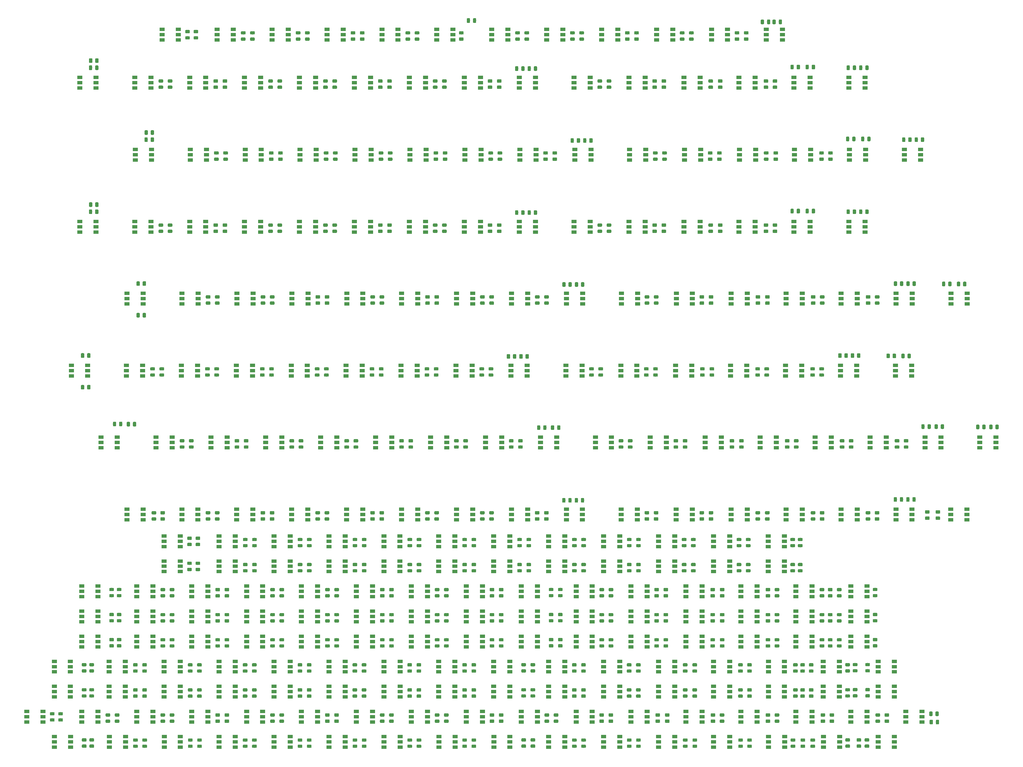
<source format=gbr>
G04 #@! TF.GenerationSoftware,KiCad,Pcbnew,(5.1.0-0)*
G04 #@! TF.CreationDate,2019-04-18T11:47:57-07:00*
G04 #@! TF.ProjectId,Panel2,50616e65-6c32-42e6-9b69-6361645f7063,rev?*
G04 #@! TF.SameCoordinates,Original*
G04 #@! TF.FileFunction,Paste,Top*
G04 #@! TF.FilePolarity,Positive*
%FSLAX46Y46*%
G04 Gerber Fmt 4.6, Leading zero omitted, Abs format (unit mm)*
G04 Created by KiCad (PCBNEW (5.1.0-0)) date 2019-04-18 11:47:57*
%MOMM*%
%LPD*%
G04 APERTURE LIST*
%ADD10C,0.050000*%
%ADD11C,0.975000*%
%ADD12R,1.500000X1.000000*%
G04 APERTURE END LIST*
D10*
G36*
X270281142Y-29840174D02*
G01*
X270304803Y-29843684D01*
X270328007Y-29849496D01*
X270350529Y-29857554D01*
X270372153Y-29867782D01*
X270392670Y-29880079D01*
X270411883Y-29894329D01*
X270429607Y-29910393D01*
X270445671Y-29928117D01*
X270459921Y-29947330D01*
X270472218Y-29967847D01*
X270482446Y-29989471D01*
X270490504Y-30011993D01*
X270496316Y-30035197D01*
X270499826Y-30058858D01*
X270501000Y-30082750D01*
X270501000Y-30995250D01*
X270499826Y-31019142D01*
X270496316Y-31042803D01*
X270490504Y-31066007D01*
X270482446Y-31088529D01*
X270472218Y-31110153D01*
X270459921Y-31130670D01*
X270445671Y-31149883D01*
X270429607Y-31167607D01*
X270411883Y-31183671D01*
X270392670Y-31197921D01*
X270372153Y-31210218D01*
X270350529Y-31220446D01*
X270328007Y-31228504D01*
X270304803Y-31234316D01*
X270281142Y-31237826D01*
X270257250Y-31239000D01*
X269769750Y-31239000D01*
X269745858Y-31237826D01*
X269722197Y-31234316D01*
X269698993Y-31228504D01*
X269676471Y-31220446D01*
X269654847Y-31210218D01*
X269634330Y-31197921D01*
X269615117Y-31183671D01*
X269597393Y-31167607D01*
X269581329Y-31149883D01*
X269567079Y-31130670D01*
X269554782Y-31110153D01*
X269544554Y-31088529D01*
X269536496Y-31066007D01*
X269530684Y-31042803D01*
X269527174Y-31019142D01*
X269526000Y-30995250D01*
X269526000Y-30082750D01*
X269527174Y-30058858D01*
X269530684Y-30035197D01*
X269536496Y-30011993D01*
X269544554Y-29989471D01*
X269554782Y-29967847D01*
X269567079Y-29947330D01*
X269581329Y-29928117D01*
X269597393Y-29910393D01*
X269615117Y-29894329D01*
X269634330Y-29880079D01*
X269654847Y-29867782D01*
X269676471Y-29857554D01*
X269698993Y-29849496D01*
X269722197Y-29843684D01*
X269745858Y-29840174D01*
X269769750Y-29839000D01*
X270257250Y-29839000D01*
X270281142Y-29840174D01*
X270281142Y-29840174D01*
G37*
D11*
X270013500Y-30539000D03*
D10*
G36*
X268406142Y-29840174D02*
G01*
X268429803Y-29843684D01*
X268453007Y-29849496D01*
X268475529Y-29857554D01*
X268497153Y-29867782D01*
X268517670Y-29880079D01*
X268536883Y-29894329D01*
X268554607Y-29910393D01*
X268570671Y-29928117D01*
X268584921Y-29947330D01*
X268597218Y-29967847D01*
X268607446Y-29989471D01*
X268615504Y-30011993D01*
X268621316Y-30035197D01*
X268624826Y-30058858D01*
X268626000Y-30082750D01*
X268626000Y-30995250D01*
X268624826Y-31019142D01*
X268621316Y-31042803D01*
X268615504Y-31066007D01*
X268607446Y-31088529D01*
X268597218Y-31110153D01*
X268584921Y-31130670D01*
X268570671Y-31149883D01*
X268554607Y-31167607D01*
X268536883Y-31183671D01*
X268517670Y-31197921D01*
X268497153Y-31210218D01*
X268475529Y-31220446D01*
X268453007Y-31228504D01*
X268429803Y-31234316D01*
X268406142Y-31237826D01*
X268382250Y-31239000D01*
X267894750Y-31239000D01*
X267870858Y-31237826D01*
X267847197Y-31234316D01*
X267823993Y-31228504D01*
X267801471Y-31220446D01*
X267779847Y-31210218D01*
X267759330Y-31197921D01*
X267740117Y-31183671D01*
X267722393Y-31167607D01*
X267706329Y-31149883D01*
X267692079Y-31130670D01*
X267679782Y-31110153D01*
X267669554Y-31088529D01*
X267661496Y-31066007D01*
X267655684Y-31042803D01*
X267652174Y-31019142D01*
X267651000Y-30995250D01*
X267651000Y-30082750D01*
X267652174Y-30058858D01*
X267655684Y-30035197D01*
X267661496Y-30011993D01*
X267669554Y-29989471D01*
X267679782Y-29967847D01*
X267692079Y-29947330D01*
X267706329Y-29928117D01*
X267722393Y-29910393D01*
X267740117Y-29894329D01*
X267759330Y-29880079D01*
X267779847Y-29867782D01*
X267801471Y-29857554D01*
X267823993Y-29849496D01*
X267847197Y-29843684D01*
X267870858Y-29840174D01*
X267894750Y-29839000D01*
X268382250Y-29839000D01*
X268406142Y-29840174D01*
X268406142Y-29840174D01*
G37*
D11*
X268138500Y-30539000D03*
D10*
G36*
X226861030Y-35259674D02*
G01*
X226884691Y-35263184D01*
X226907895Y-35268996D01*
X226930417Y-35277054D01*
X226952041Y-35287282D01*
X226972558Y-35299579D01*
X226991771Y-35313829D01*
X227009495Y-35329893D01*
X227025559Y-35347617D01*
X227039809Y-35366830D01*
X227052106Y-35387347D01*
X227062334Y-35408971D01*
X227070392Y-35431493D01*
X227076204Y-35454697D01*
X227079714Y-35478358D01*
X227080888Y-35502250D01*
X227080888Y-35989750D01*
X227079714Y-36013642D01*
X227076204Y-36037303D01*
X227070392Y-36060507D01*
X227062334Y-36083029D01*
X227052106Y-36104653D01*
X227039809Y-36125170D01*
X227025559Y-36144383D01*
X227009495Y-36162107D01*
X226991771Y-36178171D01*
X226972558Y-36192421D01*
X226952041Y-36204718D01*
X226930417Y-36214946D01*
X226907895Y-36223004D01*
X226884691Y-36228816D01*
X226861030Y-36232326D01*
X226837138Y-36233500D01*
X225924638Y-36233500D01*
X225900746Y-36232326D01*
X225877085Y-36228816D01*
X225853881Y-36223004D01*
X225831359Y-36214946D01*
X225809735Y-36204718D01*
X225789218Y-36192421D01*
X225770005Y-36178171D01*
X225752281Y-36162107D01*
X225736217Y-36144383D01*
X225721967Y-36125170D01*
X225709670Y-36104653D01*
X225699442Y-36083029D01*
X225691384Y-36060507D01*
X225685572Y-36037303D01*
X225682062Y-36013642D01*
X225680888Y-35989750D01*
X225680888Y-35502250D01*
X225682062Y-35478358D01*
X225685572Y-35454697D01*
X225691384Y-35431493D01*
X225699442Y-35408971D01*
X225709670Y-35387347D01*
X225721967Y-35366830D01*
X225736217Y-35347617D01*
X225752281Y-35329893D01*
X225770005Y-35313829D01*
X225789218Y-35299579D01*
X225809735Y-35287282D01*
X225831359Y-35277054D01*
X225853881Y-35268996D01*
X225877085Y-35263184D01*
X225900746Y-35259674D01*
X225924638Y-35258500D01*
X226837138Y-35258500D01*
X226861030Y-35259674D01*
X226861030Y-35259674D01*
G37*
D11*
X226380888Y-35746000D03*
D10*
G36*
X226861030Y-33384674D02*
G01*
X226884691Y-33388184D01*
X226907895Y-33393996D01*
X226930417Y-33402054D01*
X226952041Y-33412282D01*
X226972558Y-33424579D01*
X226991771Y-33438829D01*
X227009495Y-33454893D01*
X227025559Y-33472617D01*
X227039809Y-33491830D01*
X227052106Y-33512347D01*
X227062334Y-33533971D01*
X227070392Y-33556493D01*
X227076204Y-33579697D01*
X227079714Y-33603358D01*
X227080888Y-33627250D01*
X227080888Y-34114750D01*
X227079714Y-34138642D01*
X227076204Y-34162303D01*
X227070392Y-34185507D01*
X227062334Y-34208029D01*
X227052106Y-34229653D01*
X227039809Y-34250170D01*
X227025559Y-34269383D01*
X227009495Y-34287107D01*
X226991771Y-34303171D01*
X226972558Y-34317421D01*
X226952041Y-34329718D01*
X226930417Y-34339946D01*
X226907895Y-34348004D01*
X226884691Y-34353816D01*
X226861030Y-34357326D01*
X226837138Y-34358500D01*
X225924638Y-34358500D01*
X225900746Y-34357326D01*
X225877085Y-34353816D01*
X225853881Y-34348004D01*
X225831359Y-34339946D01*
X225809735Y-34329718D01*
X225789218Y-34317421D01*
X225770005Y-34303171D01*
X225752281Y-34287107D01*
X225736217Y-34269383D01*
X225721967Y-34250170D01*
X225709670Y-34229653D01*
X225699442Y-34208029D01*
X225691384Y-34185507D01*
X225685572Y-34162303D01*
X225682062Y-34138642D01*
X225680888Y-34114750D01*
X225680888Y-33627250D01*
X225682062Y-33603358D01*
X225685572Y-33579697D01*
X225691384Y-33556493D01*
X225699442Y-33533971D01*
X225709670Y-33512347D01*
X225721967Y-33491830D01*
X225736217Y-33472617D01*
X225752281Y-33454893D01*
X225770005Y-33438829D01*
X225789218Y-33424579D01*
X225809735Y-33412282D01*
X225831359Y-33402054D01*
X225853881Y-33393996D01*
X225877085Y-33388184D01*
X225900746Y-33384674D01*
X225924638Y-33383500D01*
X226837138Y-33383500D01*
X226861030Y-33384674D01*
X226861030Y-33384674D01*
G37*
D11*
X226380888Y-33871000D03*
D10*
G36*
X210214794Y-35259674D02*
G01*
X210238455Y-35263184D01*
X210261659Y-35268996D01*
X210284181Y-35277054D01*
X210305805Y-35287282D01*
X210326322Y-35299579D01*
X210345535Y-35313829D01*
X210363259Y-35329893D01*
X210379323Y-35347617D01*
X210393573Y-35366830D01*
X210405870Y-35387347D01*
X210416098Y-35408971D01*
X210424156Y-35431493D01*
X210429968Y-35454697D01*
X210433478Y-35478358D01*
X210434652Y-35502250D01*
X210434652Y-35989750D01*
X210433478Y-36013642D01*
X210429968Y-36037303D01*
X210424156Y-36060507D01*
X210416098Y-36083029D01*
X210405870Y-36104653D01*
X210393573Y-36125170D01*
X210379323Y-36144383D01*
X210363259Y-36162107D01*
X210345535Y-36178171D01*
X210326322Y-36192421D01*
X210305805Y-36204718D01*
X210284181Y-36214946D01*
X210261659Y-36223004D01*
X210238455Y-36228816D01*
X210214794Y-36232326D01*
X210190902Y-36233500D01*
X209278402Y-36233500D01*
X209254510Y-36232326D01*
X209230849Y-36228816D01*
X209207645Y-36223004D01*
X209185123Y-36214946D01*
X209163499Y-36204718D01*
X209142982Y-36192421D01*
X209123769Y-36178171D01*
X209106045Y-36162107D01*
X209089981Y-36144383D01*
X209075731Y-36125170D01*
X209063434Y-36104653D01*
X209053206Y-36083029D01*
X209045148Y-36060507D01*
X209039336Y-36037303D01*
X209035826Y-36013642D01*
X209034652Y-35989750D01*
X209034652Y-35502250D01*
X209035826Y-35478358D01*
X209039336Y-35454697D01*
X209045148Y-35431493D01*
X209053206Y-35408971D01*
X209063434Y-35387347D01*
X209075731Y-35366830D01*
X209089981Y-35347617D01*
X209106045Y-35329893D01*
X209123769Y-35313829D01*
X209142982Y-35299579D01*
X209163499Y-35287282D01*
X209185123Y-35277054D01*
X209207645Y-35268996D01*
X209230849Y-35263184D01*
X209254510Y-35259674D01*
X209278402Y-35258500D01*
X210190902Y-35258500D01*
X210214794Y-35259674D01*
X210214794Y-35259674D01*
G37*
D11*
X209734652Y-35746000D03*
D10*
G36*
X210214794Y-33384674D02*
G01*
X210238455Y-33388184D01*
X210261659Y-33393996D01*
X210284181Y-33402054D01*
X210305805Y-33412282D01*
X210326322Y-33424579D01*
X210345535Y-33438829D01*
X210363259Y-33454893D01*
X210379323Y-33472617D01*
X210393573Y-33491830D01*
X210405870Y-33512347D01*
X210416098Y-33533971D01*
X210424156Y-33556493D01*
X210429968Y-33579697D01*
X210433478Y-33603358D01*
X210434652Y-33627250D01*
X210434652Y-34114750D01*
X210433478Y-34138642D01*
X210429968Y-34162303D01*
X210424156Y-34185507D01*
X210416098Y-34208029D01*
X210405870Y-34229653D01*
X210393573Y-34250170D01*
X210379323Y-34269383D01*
X210363259Y-34287107D01*
X210345535Y-34303171D01*
X210326322Y-34317421D01*
X210305805Y-34329718D01*
X210284181Y-34339946D01*
X210261659Y-34348004D01*
X210238455Y-34353816D01*
X210214794Y-34357326D01*
X210190902Y-34358500D01*
X209278402Y-34358500D01*
X209254510Y-34357326D01*
X209230849Y-34353816D01*
X209207645Y-34348004D01*
X209185123Y-34339946D01*
X209163499Y-34329718D01*
X209142982Y-34317421D01*
X209123769Y-34303171D01*
X209106045Y-34287107D01*
X209089981Y-34269383D01*
X209075731Y-34250170D01*
X209063434Y-34229653D01*
X209053206Y-34208029D01*
X209045148Y-34185507D01*
X209039336Y-34162303D01*
X209035826Y-34138642D01*
X209034652Y-34114750D01*
X209034652Y-33627250D01*
X209035826Y-33603358D01*
X209039336Y-33579697D01*
X209045148Y-33556493D01*
X209053206Y-33533971D01*
X209063434Y-33512347D01*
X209075731Y-33491830D01*
X209089981Y-33472617D01*
X209106045Y-33454893D01*
X209123769Y-33438829D01*
X209142982Y-33424579D01*
X209163499Y-33412282D01*
X209185123Y-33402054D01*
X209207645Y-33393996D01*
X209230849Y-33388184D01*
X209254510Y-33384674D01*
X209278402Y-33383500D01*
X210190902Y-33383500D01*
X210214794Y-33384674D01*
X210214794Y-33384674D01*
G37*
D11*
X209734652Y-33871000D03*
D10*
G36*
X93183142Y-34878674D02*
G01*
X93206803Y-34882184D01*
X93230007Y-34887996D01*
X93252529Y-34896054D01*
X93274153Y-34906282D01*
X93294670Y-34918579D01*
X93313883Y-34932829D01*
X93331607Y-34948893D01*
X93347671Y-34966617D01*
X93361921Y-34985830D01*
X93374218Y-35006347D01*
X93384446Y-35027971D01*
X93392504Y-35050493D01*
X93398316Y-35073697D01*
X93401826Y-35097358D01*
X93403000Y-35121250D01*
X93403000Y-35608750D01*
X93401826Y-35632642D01*
X93398316Y-35656303D01*
X93392504Y-35679507D01*
X93384446Y-35702029D01*
X93374218Y-35723653D01*
X93361921Y-35744170D01*
X93347671Y-35763383D01*
X93331607Y-35781107D01*
X93313883Y-35797171D01*
X93294670Y-35811421D01*
X93274153Y-35823718D01*
X93252529Y-35833946D01*
X93230007Y-35842004D01*
X93206803Y-35847816D01*
X93183142Y-35851326D01*
X93159250Y-35852500D01*
X92246750Y-35852500D01*
X92222858Y-35851326D01*
X92199197Y-35847816D01*
X92175993Y-35842004D01*
X92153471Y-35833946D01*
X92131847Y-35823718D01*
X92111330Y-35811421D01*
X92092117Y-35797171D01*
X92074393Y-35781107D01*
X92058329Y-35763383D01*
X92044079Y-35744170D01*
X92031782Y-35723653D01*
X92021554Y-35702029D01*
X92013496Y-35679507D01*
X92007684Y-35656303D01*
X92004174Y-35632642D01*
X92003000Y-35608750D01*
X92003000Y-35121250D01*
X92004174Y-35097358D01*
X92007684Y-35073697D01*
X92013496Y-35050493D01*
X92021554Y-35027971D01*
X92031782Y-35006347D01*
X92044079Y-34985830D01*
X92058329Y-34966617D01*
X92074393Y-34948893D01*
X92092117Y-34932829D01*
X92111330Y-34918579D01*
X92131847Y-34906282D01*
X92153471Y-34896054D01*
X92175993Y-34887996D01*
X92199197Y-34882184D01*
X92222858Y-34878674D01*
X92246750Y-34877500D01*
X93159250Y-34877500D01*
X93183142Y-34878674D01*
X93183142Y-34878674D01*
G37*
D11*
X92703000Y-35365000D03*
D10*
G36*
X93183142Y-33003674D02*
G01*
X93206803Y-33007184D01*
X93230007Y-33012996D01*
X93252529Y-33021054D01*
X93274153Y-33031282D01*
X93294670Y-33043579D01*
X93313883Y-33057829D01*
X93331607Y-33073893D01*
X93347671Y-33091617D01*
X93361921Y-33110830D01*
X93374218Y-33131347D01*
X93384446Y-33152971D01*
X93392504Y-33175493D01*
X93398316Y-33198697D01*
X93401826Y-33222358D01*
X93403000Y-33246250D01*
X93403000Y-33733750D01*
X93401826Y-33757642D01*
X93398316Y-33781303D01*
X93392504Y-33804507D01*
X93384446Y-33827029D01*
X93374218Y-33848653D01*
X93361921Y-33869170D01*
X93347671Y-33888383D01*
X93331607Y-33906107D01*
X93313883Y-33922171D01*
X93294670Y-33936421D01*
X93274153Y-33948718D01*
X93252529Y-33958946D01*
X93230007Y-33967004D01*
X93206803Y-33972816D01*
X93183142Y-33976326D01*
X93159250Y-33977500D01*
X92246750Y-33977500D01*
X92222858Y-33976326D01*
X92199197Y-33972816D01*
X92175993Y-33967004D01*
X92153471Y-33958946D01*
X92131847Y-33948718D01*
X92111330Y-33936421D01*
X92092117Y-33922171D01*
X92074393Y-33906107D01*
X92058329Y-33888383D01*
X92044079Y-33869170D01*
X92031782Y-33848653D01*
X92021554Y-33827029D01*
X92013496Y-33804507D01*
X92007684Y-33781303D01*
X92004174Y-33757642D01*
X92003000Y-33733750D01*
X92003000Y-33246250D01*
X92004174Y-33222358D01*
X92007684Y-33198697D01*
X92013496Y-33175493D01*
X92021554Y-33152971D01*
X92031782Y-33131347D01*
X92044079Y-33110830D01*
X92058329Y-33091617D01*
X92074393Y-33073893D01*
X92092117Y-33057829D01*
X92111330Y-33043579D01*
X92131847Y-33031282D01*
X92153471Y-33021054D01*
X92175993Y-33012996D01*
X92199197Y-33007184D01*
X92222858Y-33003674D01*
X92246750Y-33002500D01*
X93159250Y-33002500D01*
X93183142Y-33003674D01*
X93183142Y-33003674D01*
G37*
D11*
X92703000Y-33490000D03*
D10*
G36*
X110337378Y-35259674D02*
G01*
X110361039Y-35263184D01*
X110384243Y-35268996D01*
X110406765Y-35277054D01*
X110428389Y-35287282D01*
X110448906Y-35299579D01*
X110468119Y-35313829D01*
X110485843Y-35329893D01*
X110501907Y-35347617D01*
X110516157Y-35366830D01*
X110528454Y-35387347D01*
X110538682Y-35408971D01*
X110546740Y-35431493D01*
X110552552Y-35454697D01*
X110556062Y-35478358D01*
X110557236Y-35502250D01*
X110557236Y-35989750D01*
X110556062Y-36013642D01*
X110552552Y-36037303D01*
X110546740Y-36060507D01*
X110538682Y-36083029D01*
X110528454Y-36104653D01*
X110516157Y-36125170D01*
X110501907Y-36144383D01*
X110485843Y-36162107D01*
X110468119Y-36178171D01*
X110448906Y-36192421D01*
X110428389Y-36204718D01*
X110406765Y-36214946D01*
X110384243Y-36223004D01*
X110361039Y-36228816D01*
X110337378Y-36232326D01*
X110313486Y-36233500D01*
X109400986Y-36233500D01*
X109377094Y-36232326D01*
X109353433Y-36228816D01*
X109330229Y-36223004D01*
X109307707Y-36214946D01*
X109286083Y-36204718D01*
X109265566Y-36192421D01*
X109246353Y-36178171D01*
X109228629Y-36162107D01*
X109212565Y-36144383D01*
X109198315Y-36125170D01*
X109186018Y-36104653D01*
X109175790Y-36083029D01*
X109167732Y-36060507D01*
X109161920Y-36037303D01*
X109158410Y-36013642D01*
X109157236Y-35989750D01*
X109157236Y-35502250D01*
X109158410Y-35478358D01*
X109161920Y-35454697D01*
X109167732Y-35431493D01*
X109175790Y-35408971D01*
X109186018Y-35387347D01*
X109198315Y-35366830D01*
X109212565Y-35347617D01*
X109228629Y-35329893D01*
X109246353Y-35313829D01*
X109265566Y-35299579D01*
X109286083Y-35287282D01*
X109307707Y-35277054D01*
X109330229Y-35268996D01*
X109353433Y-35263184D01*
X109377094Y-35259674D01*
X109400986Y-35258500D01*
X110313486Y-35258500D01*
X110337378Y-35259674D01*
X110337378Y-35259674D01*
G37*
D11*
X109857236Y-35746000D03*
D10*
G36*
X110337378Y-33384674D02*
G01*
X110361039Y-33388184D01*
X110384243Y-33393996D01*
X110406765Y-33402054D01*
X110428389Y-33412282D01*
X110448906Y-33424579D01*
X110468119Y-33438829D01*
X110485843Y-33454893D01*
X110501907Y-33472617D01*
X110516157Y-33491830D01*
X110528454Y-33512347D01*
X110538682Y-33533971D01*
X110546740Y-33556493D01*
X110552552Y-33579697D01*
X110556062Y-33603358D01*
X110557236Y-33627250D01*
X110557236Y-34114750D01*
X110556062Y-34138642D01*
X110552552Y-34162303D01*
X110546740Y-34185507D01*
X110538682Y-34208029D01*
X110528454Y-34229653D01*
X110516157Y-34250170D01*
X110501907Y-34269383D01*
X110485843Y-34287107D01*
X110468119Y-34303171D01*
X110448906Y-34317421D01*
X110428389Y-34329718D01*
X110406765Y-34339946D01*
X110384243Y-34348004D01*
X110361039Y-34353816D01*
X110337378Y-34357326D01*
X110313486Y-34358500D01*
X109400986Y-34358500D01*
X109377094Y-34357326D01*
X109353433Y-34353816D01*
X109330229Y-34348004D01*
X109307707Y-34339946D01*
X109286083Y-34329718D01*
X109265566Y-34317421D01*
X109246353Y-34303171D01*
X109228629Y-34287107D01*
X109212565Y-34269383D01*
X109198315Y-34250170D01*
X109186018Y-34229653D01*
X109175790Y-34208029D01*
X109167732Y-34185507D01*
X109161920Y-34162303D01*
X109158410Y-34138642D01*
X109157236Y-34114750D01*
X109157236Y-33627250D01*
X109158410Y-33603358D01*
X109161920Y-33579697D01*
X109167732Y-33556493D01*
X109175790Y-33533971D01*
X109186018Y-33512347D01*
X109198315Y-33491830D01*
X109212565Y-33472617D01*
X109228629Y-33454893D01*
X109246353Y-33438829D01*
X109265566Y-33424579D01*
X109286083Y-33412282D01*
X109307707Y-33402054D01*
X109330229Y-33393996D01*
X109353433Y-33388184D01*
X109377094Y-33384674D01*
X109400986Y-33383500D01*
X110313486Y-33383500D01*
X110337378Y-33384674D01*
X110337378Y-33384674D01*
G37*
D11*
X109857236Y-33871000D03*
D10*
G36*
X126983614Y-35259674D02*
G01*
X127007275Y-35263184D01*
X127030479Y-35268996D01*
X127053001Y-35277054D01*
X127074625Y-35287282D01*
X127095142Y-35299579D01*
X127114355Y-35313829D01*
X127132079Y-35329893D01*
X127148143Y-35347617D01*
X127162393Y-35366830D01*
X127174690Y-35387347D01*
X127184918Y-35408971D01*
X127192976Y-35431493D01*
X127198788Y-35454697D01*
X127202298Y-35478358D01*
X127203472Y-35502250D01*
X127203472Y-35989750D01*
X127202298Y-36013642D01*
X127198788Y-36037303D01*
X127192976Y-36060507D01*
X127184918Y-36083029D01*
X127174690Y-36104653D01*
X127162393Y-36125170D01*
X127148143Y-36144383D01*
X127132079Y-36162107D01*
X127114355Y-36178171D01*
X127095142Y-36192421D01*
X127074625Y-36204718D01*
X127053001Y-36214946D01*
X127030479Y-36223004D01*
X127007275Y-36228816D01*
X126983614Y-36232326D01*
X126959722Y-36233500D01*
X126047222Y-36233500D01*
X126023330Y-36232326D01*
X125999669Y-36228816D01*
X125976465Y-36223004D01*
X125953943Y-36214946D01*
X125932319Y-36204718D01*
X125911802Y-36192421D01*
X125892589Y-36178171D01*
X125874865Y-36162107D01*
X125858801Y-36144383D01*
X125844551Y-36125170D01*
X125832254Y-36104653D01*
X125822026Y-36083029D01*
X125813968Y-36060507D01*
X125808156Y-36037303D01*
X125804646Y-36013642D01*
X125803472Y-35989750D01*
X125803472Y-35502250D01*
X125804646Y-35478358D01*
X125808156Y-35454697D01*
X125813968Y-35431493D01*
X125822026Y-35408971D01*
X125832254Y-35387347D01*
X125844551Y-35366830D01*
X125858801Y-35347617D01*
X125874865Y-35329893D01*
X125892589Y-35313829D01*
X125911802Y-35299579D01*
X125932319Y-35287282D01*
X125953943Y-35277054D01*
X125976465Y-35268996D01*
X125999669Y-35263184D01*
X126023330Y-35259674D01*
X126047222Y-35258500D01*
X126959722Y-35258500D01*
X126983614Y-35259674D01*
X126983614Y-35259674D01*
G37*
D11*
X126503472Y-35746000D03*
D10*
G36*
X126983614Y-33384674D02*
G01*
X127007275Y-33388184D01*
X127030479Y-33393996D01*
X127053001Y-33402054D01*
X127074625Y-33412282D01*
X127095142Y-33424579D01*
X127114355Y-33438829D01*
X127132079Y-33454893D01*
X127148143Y-33472617D01*
X127162393Y-33491830D01*
X127174690Y-33512347D01*
X127184918Y-33533971D01*
X127192976Y-33556493D01*
X127198788Y-33579697D01*
X127202298Y-33603358D01*
X127203472Y-33627250D01*
X127203472Y-34114750D01*
X127202298Y-34138642D01*
X127198788Y-34162303D01*
X127192976Y-34185507D01*
X127184918Y-34208029D01*
X127174690Y-34229653D01*
X127162393Y-34250170D01*
X127148143Y-34269383D01*
X127132079Y-34287107D01*
X127114355Y-34303171D01*
X127095142Y-34317421D01*
X127074625Y-34329718D01*
X127053001Y-34339946D01*
X127030479Y-34348004D01*
X127007275Y-34353816D01*
X126983614Y-34357326D01*
X126959722Y-34358500D01*
X126047222Y-34358500D01*
X126023330Y-34357326D01*
X125999669Y-34353816D01*
X125976465Y-34348004D01*
X125953943Y-34339946D01*
X125932319Y-34329718D01*
X125911802Y-34317421D01*
X125892589Y-34303171D01*
X125874865Y-34287107D01*
X125858801Y-34269383D01*
X125844551Y-34250170D01*
X125832254Y-34229653D01*
X125822026Y-34208029D01*
X125813968Y-34185507D01*
X125808156Y-34162303D01*
X125804646Y-34138642D01*
X125803472Y-34114750D01*
X125803472Y-33627250D01*
X125804646Y-33603358D01*
X125808156Y-33579697D01*
X125813968Y-33556493D01*
X125822026Y-33533971D01*
X125832254Y-33512347D01*
X125844551Y-33491830D01*
X125858801Y-33472617D01*
X125874865Y-33454893D01*
X125892589Y-33438829D01*
X125911802Y-33424579D01*
X125932319Y-33412282D01*
X125953943Y-33402054D01*
X125976465Y-33393996D01*
X125999669Y-33388184D01*
X126023330Y-33384674D01*
X126047222Y-33383500D01*
X126959722Y-33383500D01*
X126983614Y-33384674D01*
X126983614Y-33384674D01*
G37*
D11*
X126503472Y-33871000D03*
D10*
G36*
X143629850Y-35259674D02*
G01*
X143653511Y-35263184D01*
X143676715Y-35268996D01*
X143699237Y-35277054D01*
X143720861Y-35287282D01*
X143741378Y-35299579D01*
X143760591Y-35313829D01*
X143778315Y-35329893D01*
X143794379Y-35347617D01*
X143808629Y-35366830D01*
X143820926Y-35387347D01*
X143831154Y-35408971D01*
X143839212Y-35431493D01*
X143845024Y-35454697D01*
X143848534Y-35478358D01*
X143849708Y-35502250D01*
X143849708Y-35989750D01*
X143848534Y-36013642D01*
X143845024Y-36037303D01*
X143839212Y-36060507D01*
X143831154Y-36083029D01*
X143820926Y-36104653D01*
X143808629Y-36125170D01*
X143794379Y-36144383D01*
X143778315Y-36162107D01*
X143760591Y-36178171D01*
X143741378Y-36192421D01*
X143720861Y-36204718D01*
X143699237Y-36214946D01*
X143676715Y-36223004D01*
X143653511Y-36228816D01*
X143629850Y-36232326D01*
X143605958Y-36233500D01*
X142693458Y-36233500D01*
X142669566Y-36232326D01*
X142645905Y-36228816D01*
X142622701Y-36223004D01*
X142600179Y-36214946D01*
X142578555Y-36204718D01*
X142558038Y-36192421D01*
X142538825Y-36178171D01*
X142521101Y-36162107D01*
X142505037Y-36144383D01*
X142490787Y-36125170D01*
X142478490Y-36104653D01*
X142468262Y-36083029D01*
X142460204Y-36060507D01*
X142454392Y-36037303D01*
X142450882Y-36013642D01*
X142449708Y-35989750D01*
X142449708Y-35502250D01*
X142450882Y-35478358D01*
X142454392Y-35454697D01*
X142460204Y-35431493D01*
X142468262Y-35408971D01*
X142478490Y-35387347D01*
X142490787Y-35366830D01*
X142505037Y-35347617D01*
X142521101Y-35329893D01*
X142538825Y-35313829D01*
X142558038Y-35299579D01*
X142578555Y-35287282D01*
X142600179Y-35277054D01*
X142622701Y-35268996D01*
X142645905Y-35263184D01*
X142669566Y-35259674D01*
X142693458Y-35258500D01*
X143605958Y-35258500D01*
X143629850Y-35259674D01*
X143629850Y-35259674D01*
G37*
D11*
X143149708Y-35746000D03*
D10*
G36*
X143629850Y-33384674D02*
G01*
X143653511Y-33388184D01*
X143676715Y-33393996D01*
X143699237Y-33402054D01*
X143720861Y-33412282D01*
X143741378Y-33424579D01*
X143760591Y-33438829D01*
X143778315Y-33454893D01*
X143794379Y-33472617D01*
X143808629Y-33491830D01*
X143820926Y-33512347D01*
X143831154Y-33533971D01*
X143839212Y-33556493D01*
X143845024Y-33579697D01*
X143848534Y-33603358D01*
X143849708Y-33627250D01*
X143849708Y-34114750D01*
X143848534Y-34138642D01*
X143845024Y-34162303D01*
X143839212Y-34185507D01*
X143831154Y-34208029D01*
X143820926Y-34229653D01*
X143808629Y-34250170D01*
X143794379Y-34269383D01*
X143778315Y-34287107D01*
X143760591Y-34303171D01*
X143741378Y-34317421D01*
X143720861Y-34329718D01*
X143699237Y-34339946D01*
X143676715Y-34348004D01*
X143653511Y-34353816D01*
X143629850Y-34357326D01*
X143605958Y-34358500D01*
X142693458Y-34358500D01*
X142669566Y-34357326D01*
X142645905Y-34353816D01*
X142622701Y-34348004D01*
X142600179Y-34339946D01*
X142578555Y-34329718D01*
X142558038Y-34317421D01*
X142538825Y-34303171D01*
X142521101Y-34287107D01*
X142505037Y-34269383D01*
X142490787Y-34250170D01*
X142478490Y-34229653D01*
X142468262Y-34208029D01*
X142460204Y-34185507D01*
X142454392Y-34162303D01*
X142450882Y-34138642D01*
X142449708Y-34114750D01*
X142449708Y-33627250D01*
X142450882Y-33603358D01*
X142454392Y-33579697D01*
X142460204Y-33556493D01*
X142468262Y-33533971D01*
X142478490Y-33512347D01*
X142490787Y-33491830D01*
X142505037Y-33472617D01*
X142521101Y-33454893D01*
X142538825Y-33438829D01*
X142558038Y-33424579D01*
X142578555Y-33412282D01*
X142600179Y-33402054D01*
X142622701Y-33393996D01*
X142645905Y-33388184D01*
X142669566Y-33384674D01*
X142693458Y-33383500D01*
X143605958Y-33383500D01*
X143629850Y-33384674D01*
X143629850Y-33384674D01*
G37*
D11*
X143149708Y-33871000D03*
D10*
G36*
X160276086Y-35259674D02*
G01*
X160299747Y-35263184D01*
X160322951Y-35268996D01*
X160345473Y-35277054D01*
X160367097Y-35287282D01*
X160387614Y-35299579D01*
X160406827Y-35313829D01*
X160424551Y-35329893D01*
X160440615Y-35347617D01*
X160454865Y-35366830D01*
X160467162Y-35387347D01*
X160477390Y-35408971D01*
X160485448Y-35431493D01*
X160491260Y-35454697D01*
X160494770Y-35478358D01*
X160495944Y-35502250D01*
X160495944Y-35989750D01*
X160494770Y-36013642D01*
X160491260Y-36037303D01*
X160485448Y-36060507D01*
X160477390Y-36083029D01*
X160467162Y-36104653D01*
X160454865Y-36125170D01*
X160440615Y-36144383D01*
X160424551Y-36162107D01*
X160406827Y-36178171D01*
X160387614Y-36192421D01*
X160367097Y-36204718D01*
X160345473Y-36214946D01*
X160322951Y-36223004D01*
X160299747Y-36228816D01*
X160276086Y-36232326D01*
X160252194Y-36233500D01*
X159339694Y-36233500D01*
X159315802Y-36232326D01*
X159292141Y-36228816D01*
X159268937Y-36223004D01*
X159246415Y-36214946D01*
X159224791Y-36204718D01*
X159204274Y-36192421D01*
X159185061Y-36178171D01*
X159167337Y-36162107D01*
X159151273Y-36144383D01*
X159137023Y-36125170D01*
X159124726Y-36104653D01*
X159114498Y-36083029D01*
X159106440Y-36060507D01*
X159100628Y-36037303D01*
X159097118Y-36013642D01*
X159095944Y-35989750D01*
X159095944Y-35502250D01*
X159097118Y-35478358D01*
X159100628Y-35454697D01*
X159106440Y-35431493D01*
X159114498Y-35408971D01*
X159124726Y-35387347D01*
X159137023Y-35366830D01*
X159151273Y-35347617D01*
X159167337Y-35329893D01*
X159185061Y-35313829D01*
X159204274Y-35299579D01*
X159224791Y-35287282D01*
X159246415Y-35277054D01*
X159268937Y-35268996D01*
X159292141Y-35263184D01*
X159315802Y-35259674D01*
X159339694Y-35258500D01*
X160252194Y-35258500D01*
X160276086Y-35259674D01*
X160276086Y-35259674D01*
G37*
D11*
X159795944Y-35746000D03*
D10*
G36*
X160276086Y-33384674D02*
G01*
X160299747Y-33388184D01*
X160322951Y-33393996D01*
X160345473Y-33402054D01*
X160367097Y-33412282D01*
X160387614Y-33424579D01*
X160406827Y-33438829D01*
X160424551Y-33454893D01*
X160440615Y-33472617D01*
X160454865Y-33491830D01*
X160467162Y-33512347D01*
X160477390Y-33533971D01*
X160485448Y-33556493D01*
X160491260Y-33579697D01*
X160494770Y-33603358D01*
X160495944Y-33627250D01*
X160495944Y-34114750D01*
X160494770Y-34138642D01*
X160491260Y-34162303D01*
X160485448Y-34185507D01*
X160477390Y-34208029D01*
X160467162Y-34229653D01*
X160454865Y-34250170D01*
X160440615Y-34269383D01*
X160424551Y-34287107D01*
X160406827Y-34303171D01*
X160387614Y-34317421D01*
X160367097Y-34329718D01*
X160345473Y-34339946D01*
X160322951Y-34348004D01*
X160299747Y-34353816D01*
X160276086Y-34357326D01*
X160252194Y-34358500D01*
X159339694Y-34358500D01*
X159315802Y-34357326D01*
X159292141Y-34353816D01*
X159268937Y-34348004D01*
X159246415Y-34339946D01*
X159224791Y-34329718D01*
X159204274Y-34317421D01*
X159185061Y-34303171D01*
X159167337Y-34287107D01*
X159151273Y-34269383D01*
X159137023Y-34250170D01*
X159124726Y-34229653D01*
X159114498Y-34208029D01*
X159106440Y-34185507D01*
X159100628Y-34162303D01*
X159097118Y-34138642D01*
X159095944Y-34114750D01*
X159095944Y-33627250D01*
X159097118Y-33603358D01*
X159100628Y-33579697D01*
X159106440Y-33556493D01*
X159114498Y-33533971D01*
X159124726Y-33512347D01*
X159137023Y-33491830D01*
X159151273Y-33472617D01*
X159167337Y-33454893D01*
X159185061Y-33438829D01*
X159204274Y-33424579D01*
X159224791Y-33412282D01*
X159246415Y-33402054D01*
X159268937Y-33393996D01*
X159292141Y-33388184D01*
X159315802Y-33384674D01*
X159339694Y-33383500D01*
X160252194Y-33383500D01*
X160276086Y-33384674D01*
X160276086Y-33384674D01*
G37*
D11*
X159795944Y-33871000D03*
D10*
G36*
X177524942Y-29433774D02*
G01*
X177548603Y-29437284D01*
X177571807Y-29443096D01*
X177594329Y-29451154D01*
X177615953Y-29461382D01*
X177636470Y-29473679D01*
X177655683Y-29487929D01*
X177673407Y-29503993D01*
X177689471Y-29521717D01*
X177703721Y-29540930D01*
X177716018Y-29561447D01*
X177726246Y-29583071D01*
X177734304Y-29605593D01*
X177740116Y-29628797D01*
X177743626Y-29652458D01*
X177744800Y-29676350D01*
X177744800Y-30588850D01*
X177743626Y-30612742D01*
X177740116Y-30636403D01*
X177734304Y-30659607D01*
X177726246Y-30682129D01*
X177716018Y-30703753D01*
X177703721Y-30724270D01*
X177689471Y-30743483D01*
X177673407Y-30761207D01*
X177655683Y-30777271D01*
X177636470Y-30791521D01*
X177615953Y-30803818D01*
X177594329Y-30814046D01*
X177571807Y-30822104D01*
X177548603Y-30827916D01*
X177524942Y-30831426D01*
X177501050Y-30832600D01*
X177013550Y-30832600D01*
X176989658Y-30831426D01*
X176965997Y-30827916D01*
X176942793Y-30822104D01*
X176920271Y-30814046D01*
X176898647Y-30803818D01*
X176878130Y-30791521D01*
X176858917Y-30777271D01*
X176841193Y-30761207D01*
X176825129Y-30743483D01*
X176810879Y-30724270D01*
X176798582Y-30703753D01*
X176788354Y-30682129D01*
X176780296Y-30659607D01*
X176774484Y-30636403D01*
X176770974Y-30612742D01*
X176769800Y-30588850D01*
X176769800Y-29676350D01*
X176770974Y-29652458D01*
X176774484Y-29628797D01*
X176780296Y-29605593D01*
X176788354Y-29583071D01*
X176798582Y-29561447D01*
X176810879Y-29540930D01*
X176825129Y-29521717D01*
X176841193Y-29503993D01*
X176858917Y-29487929D01*
X176878130Y-29473679D01*
X176898647Y-29461382D01*
X176920271Y-29451154D01*
X176942793Y-29443096D01*
X176965997Y-29437284D01*
X176989658Y-29433774D01*
X177013550Y-29432600D01*
X177501050Y-29432600D01*
X177524942Y-29433774D01*
X177524942Y-29433774D01*
G37*
D11*
X177257300Y-30132600D03*
D10*
G36*
X175649942Y-29433774D02*
G01*
X175673603Y-29437284D01*
X175696807Y-29443096D01*
X175719329Y-29451154D01*
X175740953Y-29461382D01*
X175761470Y-29473679D01*
X175780683Y-29487929D01*
X175798407Y-29503993D01*
X175814471Y-29521717D01*
X175828721Y-29540930D01*
X175841018Y-29561447D01*
X175851246Y-29583071D01*
X175859304Y-29605593D01*
X175865116Y-29628797D01*
X175868626Y-29652458D01*
X175869800Y-29676350D01*
X175869800Y-30588850D01*
X175868626Y-30612742D01*
X175865116Y-30636403D01*
X175859304Y-30659607D01*
X175851246Y-30682129D01*
X175841018Y-30703753D01*
X175828721Y-30724270D01*
X175814471Y-30743483D01*
X175798407Y-30761207D01*
X175780683Y-30777271D01*
X175761470Y-30791521D01*
X175740953Y-30803818D01*
X175719329Y-30814046D01*
X175696807Y-30822104D01*
X175673603Y-30827916D01*
X175649942Y-30831426D01*
X175626050Y-30832600D01*
X175138550Y-30832600D01*
X175114658Y-30831426D01*
X175090997Y-30827916D01*
X175067793Y-30822104D01*
X175045271Y-30814046D01*
X175023647Y-30803818D01*
X175003130Y-30791521D01*
X174983917Y-30777271D01*
X174966193Y-30761207D01*
X174950129Y-30743483D01*
X174935879Y-30724270D01*
X174923582Y-30703753D01*
X174913354Y-30682129D01*
X174905296Y-30659607D01*
X174899484Y-30636403D01*
X174895974Y-30612742D01*
X174894800Y-30588850D01*
X174894800Y-29676350D01*
X174895974Y-29652458D01*
X174899484Y-29628797D01*
X174905296Y-29605593D01*
X174913354Y-29583071D01*
X174923582Y-29561447D01*
X174935879Y-29540930D01*
X174950129Y-29521717D01*
X174966193Y-29503993D01*
X174983917Y-29487929D01*
X175003130Y-29473679D01*
X175023647Y-29461382D01*
X175045271Y-29451154D01*
X175067793Y-29443096D01*
X175090997Y-29437284D01*
X175114658Y-29433774D01*
X175138550Y-29432600D01*
X175626050Y-29432600D01*
X175649942Y-29433774D01*
X175649942Y-29433774D01*
G37*
D11*
X175382300Y-30132600D03*
D10*
G36*
X193568558Y-35259674D02*
G01*
X193592219Y-35263184D01*
X193615423Y-35268996D01*
X193637945Y-35277054D01*
X193659569Y-35287282D01*
X193680086Y-35299579D01*
X193699299Y-35313829D01*
X193717023Y-35329893D01*
X193733087Y-35347617D01*
X193747337Y-35366830D01*
X193759634Y-35387347D01*
X193769862Y-35408971D01*
X193777920Y-35431493D01*
X193783732Y-35454697D01*
X193787242Y-35478358D01*
X193788416Y-35502250D01*
X193788416Y-35989750D01*
X193787242Y-36013642D01*
X193783732Y-36037303D01*
X193777920Y-36060507D01*
X193769862Y-36083029D01*
X193759634Y-36104653D01*
X193747337Y-36125170D01*
X193733087Y-36144383D01*
X193717023Y-36162107D01*
X193699299Y-36178171D01*
X193680086Y-36192421D01*
X193659569Y-36204718D01*
X193637945Y-36214946D01*
X193615423Y-36223004D01*
X193592219Y-36228816D01*
X193568558Y-36232326D01*
X193544666Y-36233500D01*
X192632166Y-36233500D01*
X192608274Y-36232326D01*
X192584613Y-36228816D01*
X192561409Y-36223004D01*
X192538887Y-36214946D01*
X192517263Y-36204718D01*
X192496746Y-36192421D01*
X192477533Y-36178171D01*
X192459809Y-36162107D01*
X192443745Y-36144383D01*
X192429495Y-36125170D01*
X192417198Y-36104653D01*
X192406970Y-36083029D01*
X192398912Y-36060507D01*
X192393100Y-36037303D01*
X192389590Y-36013642D01*
X192388416Y-35989750D01*
X192388416Y-35502250D01*
X192389590Y-35478358D01*
X192393100Y-35454697D01*
X192398912Y-35431493D01*
X192406970Y-35408971D01*
X192417198Y-35387347D01*
X192429495Y-35366830D01*
X192443745Y-35347617D01*
X192459809Y-35329893D01*
X192477533Y-35313829D01*
X192496746Y-35299579D01*
X192517263Y-35287282D01*
X192538887Y-35277054D01*
X192561409Y-35268996D01*
X192584613Y-35263184D01*
X192608274Y-35259674D01*
X192632166Y-35258500D01*
X193544666Y-35258500D01*
X193568558Y-35259674D01*
X193568558Y-35259674D01*
G37*
D11*
X193088416Y-35746000D03*
D10*
G36*
X193568558Y-33384674D02*
G01*
X193592219Y-33388184D01*
X193615423Y-33393996D01*
X193637945Y-33402054D01*
X193659569Y-33412282D01*
X193680086Y-33424579D01*
X193699299Y-33438829D01*
X193717023Y-33454893D01*
X193733087Y-33472617D01*
X193747337Y-33491830D01*
X193759634Y-33512347D01*
X193769862Y-33533971D01*
X193777920Y-33556493D01*
X193783732Y-33579697D01*
X193787242Y-33603358D01*
X193788416Y-33627250D01*
X193788416Y-34114750D01*
X193787242Y-34138642D01*
X193783732Y-34162303D01*
X193777920Y-34185507D01*
X193769862Y-34208029D01*
X193759634Y-34229653D01*
X193747337Y-34250170D01*
X193733087Y-34269383D01*
X193717023Y-34287107D01*
X193699299Y-34303171D01*
X193680086Y-34317421D01*
X193659569Y-34329718D01*
X193637945Y-34339946D01*
X193615423Y-34348004D01*
X193592219Y-34353816D01*
X193568558Y-34357326D01*
X193544666Y-34358500D01*
X192632166Y-34358500D01*
X192608274Y-34357326D01*
X192584613Y-34353816D01*
X192561409Y-34348004D01*
X192538887Y-34339946D01*
X192517263Y-34329718D01*
X192496746Y-34317421D01*
X192477533Y-34303171D01*
X192459809Y-34287107D01*
X192443745Y-34269383D01*
X192429495Y-34250170D01*
X192417198Y-34229653D01*
X192406970Y-34208029D01*
X192398912Y-34185507D01*
X192393100Y-34162303D01*
X192389590Y-34138642D01*
X192388416Y-34114750D01*
X192388416Y-33627250D01*
X192389590Y-33603358D01*
X192393100Y-33579697D01*
X192398912Y-33556493D01*
X192406970Y-33533971D01*
X192417198Y-33512347D01*
X192429495Y-33491830D01*
X192443745Y-33472617D01*
X192459809Y-33454893D01*
X192477533Y-33438829D01*
X192496746Y-33424579D01*
X192517263Y-33412282D01*
X192538887Y-33402054D01*
X192561409Y-33393996D01*
X192584613Y-33388184D01*
X192608274Y-33384674D01*
X192632166Y-33383500D01*
X193544666Y-33383500D01*
X193568558Y-33384674D01*
X193568558Y-33384674D01*
G37*
D11*
X193088416Y-33871000D03*
D10*
G36*
X257359502Y-33384674D02*
G01*
X257383163Y-33388184D01*
X257406367Y-33393996D01*
X257428889Y-33402054D01*
X257450513Y-33412282D01*
X257471030Y-33424579D01*
X257490243Y-33438829D01*
X257507967Y-33454893D01*
X257524031Y-33472617D01*
X257538281Y-33491830D01*
X257550578Y-33512347D01*
X257560806Y-33533971D01*
X257568864Y-33556493D01*
X257574676Y-33579697D01*
X257578186Y-33603358D01*
X257579360Y-33627250D01*
X257579360Y-34114750D01*
X257578186Y-34138642D01*
X257574676Y-34162303D01*
X257568864Y-34185507D01*
X257560806Y-34208029D01*
X257550578Y-34229653D01*
X257538281Y-34250170D01*
X257524031Y-34269383D01*
X257507967Y-34287107D01*
X257490243Y-34303171D01*
X257471030Y-34317421D01*
X257450513Y-34329718D01*
X257428889Y-34339946D01*
X257406367Y-34348004D01*
X257383163Y-34353816D01*
X257359502Y-34357326D01*
X257335610Y-34358500D01*
X256423110Y-34358500D01*
X256399218Y-34357326D01*
X256375557Y-34353816D01*
X256352353Y-34348004D01*
X256329831Y-34339946D01*
X256308207Y-34329718D01*
X256287690Y-34317421D01*
X256268477Y-34303171D01*
X256250753Y-34287107D01*
X256234689Y-34269383D01*
X256220439Y-34250170D01*
X256208142Y-34229653D01*
X256197914Y-34208029D01*
X256189856Y-34185507D01*
X256184044Y-34162303D01*
X256180534Y-34138642D01*
X256179360Y-34114750D01*
X256179360Y-33627250D01*
X256180534Y-33603358D01*
X256184044Y-33579697D01*
X256189856Y-33556493D01*
X256197914Y-33533971D01*
X256208142Y-33512347D01*
X256220439Y-33491830D01*
X256234689Y-33472617D01*
X256250753Y-33454893D01*
X256268477Y-33438829D01*
X256287690Y-33424579D01*
X256308207Y-33412282D01*
X256329831Y-33402054D01*
X256352353Y-33393996D01*
X256375557Y-33388184D01*
X256399218Y-33384674D01*
X256423110Y-33383500D01*
X257335610Y-33383500D01*
X257359502Y-33384674D01*
X257359502Y-33384674D01*
G37*
D11*
X256879360Y-33871000D03*
D10*
G36*
X257359502Y-35259674D02*
G01*
X257383163Y-35263184D01*
X257406367Y-35268996D01*
X257428889Y-35277054D01*
X257450513Y-35287282D01*
X257471030Y-35299579D01*
X257490243Y-35313829D01*
X257507967Y-35329893D01*
X257524031Y-35347617D01*
X257538281Y-35366830D01*
X257550578Y-35387347D01*
X257560806Y-35408971D01*
X257568864Y-35431493D01*
X257574676Y-35454697D01*
X257578186Y-35478358D01*
X257579360Y-35502250D01*
X257579360Y-35989750D01*
X257578186Y-36013642D01*
X257574676Y-36037303D01*
X257568864Y-36060507D01*
X257560806Y-36083029D01*
X257550578Y-36104653D01*
X257538281Y-36125170D01*
X257524031Y-36144383D01*
X257507967Y-36162107D01*
X257490243Y-36178171D01*
X257471030Y-36192421D01*
X257450513Y-36204718D01*
X257428889Y-36214946D01*
X257406367Y-36223004D01*
X257383163Y-36228816D01*
X257359502Y-36232326D01*
X257335610Y-36233500D01*
X256423110Y-36233500D01*
X256399218Y-36232326D01*
X256375557Y-36228816D01*
X256352353Y-36223004D01*
X256329831Y-36214946D01*
X256308207Y-36204718D01*
X256287690Y-36192421D01*
X256268477Y-36178171D01*
X256250753Y-36162107D01*
X256234689Y-36144383D01*
X256220439Y-36125170D01*
X256208142Y-36104653D01*
X256197914Y-36083029D01*
X256189856Y-36060507D01*
X256184044Y-36037303D01*
X256180534Y-36013642D01*
X256179360Y-35989750D01*
X256179360Y-35502250D01*
X256180534Y-35478358D01*
X256184044Y-35454697D01*
X256189856Y-35431493D01*
X256197914Y-35408971D01*
X256208142Y-35387347D01*
X256220439Y-35366830D01*
X256234689Y-35347617D01*
X256250753Y-35329893D01*
X256268477Y-35313829D01*
X256287690Y-35299579D01*
X256308207Y-35287282D01*
X256329831Y-35277054D01*
X256352353Y-35268996D01*
X256375557Y-35263184D01*
X256399218Y-35259674D01*
X256423110Y-35258500D01*
X257335610Y-35258500D01*
X257359502Y-35259674D01*
X257359502Y-35259674D01*
G37*
D11*
X256879360Y-35746000D03*
D10*
G36*
X240713266Y-33384674D02*
G01*
X240736927Y-33388184D01*
X240760131Y-33393996D01*
X240782653Y-33402054D01*
X240804277Y-33412282D01*
X240824794Y-33424579D01*
X240844007Y-33438829D01*
X240861731Y-33454893D01*
X240877795Y-33472617D01*
X240892045Y-33491830D01*
X240904342Y-33512347D01*
X240914570Y-33533971D01*
X240922628Y-33556493D01*
X240928440Y-33579697D01*
X240931950Y-33603358D01*
X240933124Y-33627250D01*
X240933124Y-34114750D01*
X240931950Y-34138642D01*
X240928440Y-34162303D01*
X240922628Y-34185507D01*
X240914570Y-34208029D01*
X240904342Y-34229653D01*
X240892045Y-34250170D01*
X240877795Y-34269383D01*
X240861731Y-34287107D01*
X240844007Y-34303171D01*
X240824794Y-34317421D01*
X240804277Y-34329718D01*
X240782653Y-34339946D01*
X240760131Y-34348004D01*
X240736927Y-34353816D01*
X240713266Y-34357326D01*
X240689374Y-34358500D01*
X239776874Y-34358500D01*
X239752982Y-34357326D01*
X239729321Y-34353816D01*
X239706117Y-34348004D01*
X239683595Y-34339946D01*
X239661971Y-34329718D01*
X239641454Y-34317421D01*
X239622241Y-34303171D01*
X239604517Y-34287107D01*
X239588453Y-34269383D01*
X239574203Y-34250170D01*
X239561906Y-34229653D01*
X239551678Y-34208029D01*
X239543620Y-34185507D01*
X239537808Y-34162303D01*
X239534298Y-34138642D01*
X239533124Y-34114750D01*
X239533124Y-33627250D01*
X239534298Y-33603358D01*
X239537808Y-33579697D01*
X239543620Y-33556493D01*
X239551678Y-33533971D01*
X239561906Y-33512347D01*
X239574203Y-33491830D01*
X239588453Y-33472617D01*
X239604517Y-33454893D01*
X239622241Y-33438829D01*
X239641454Y-33424579D01*
X239661971Y-33412282D01*
X239683595Y-33402054D01*
X239706117Y-33393996D01*
X239729321Y-33388184D01*
X239752982Y-33384674D01*
X239776874Y-33383500D01*
X240689374Y-33383500D01*
X240713266Y-33384674D01*
X240713266Y-33384674D01*
G37*
D11*
X240233124Y-33871000D03*
D10*
G36*
X240713266Y-35259674D02*
G01*
X240736927Y-35263184D01*
X240760131Y-35268996D01*
X240782653Y-35277054D01*
X240804277Y-35287282D01*
X240824794Y-35299579D01*
X240844007Y-35313829D01*
X240861731Y-35329893D01*
X240877795Y-35347617D01*
X240892045Y-35366830D01*
X240904342Y-35387347D01*
X240914570Y-35408971D01*
X240922628Y-35431493D01*
X240928440Y-35454697D01*
X240931950Y-35478358D01*
X240933124Y-35502250D01*
X240933124Y-35989750D01*
X240931950Y-36013642D01*
X240928440Y-36037303D01*
X240922628Y-36060507D01*
X240914570Y-36083029D01*
X240904342Y-36104653D01*
X240892045Y-36125170D01*
X240877795Y-36144383D01*
X240861731Y-36162107D01*
X240844007Y-36178171D01*
X240824794Y-36192421D01*
X240804277Y-36204718D01*
X240782653Y-36214946D01*
X240760131Y-36223004D01*
X240736927Y-36228816D01*
X240713266Y-36232326D01*
X240689374Y-36233500D01*
X239776874Y-36233500D01*
X239752982Y-36232326D01*
X239729321Y-36228816D01*
X239706117Y-36223004D01*
X239683595Y-36214946D01*
X239661971Y-36204718D01*
X239641454Y-36192421D01*
X239622241Y-36178171D01*
X239604517Y-36162107D01*
X239588453Y-36144383D01*
X239574203Y-36125170D01*
X239561906Y-36104653D01*
X239551678Y-36083029D01*
X239543620Y-36060507D01*
X239537808Y-36037303D01*
X239534298Y-36013642D01*
X239533124Y-35989750D01*
X239533124Y-35502250D01*
X239534298Y-35478358D01*
X239537808Y-35454697D01*
X239543620Y-35431493D01*
X239551678Y-35408971D01*
X239561906Y-35387347D01*
X239574203Y-35366830D01*
X239588453Y-35347617D01*
X239604517Y-35329893D01*
X239622241Y-35313829D01*
X239641454Y-35299579D01*
X239661971Y-35287282D01*
X239683595Y-35277054D01*
X239706117Y-35268996D01*
X239729321Y-35263184D01*
X239752982Y-35259674D01*
X239776874Y-35258500D01*
X240689374Y-35258500D01*
X240713266Y-35259674D01*
X240713266Y-35259674D01*
G37*
D11*
X240233124Y-35746000D03*
D10*
G36*
X224067030Y-33384674D02*
G01*
X224090691Y-33388184D01*
X224113895Y-33393996D01*
X224136417Y-33402054D01*
X224158041Y-33412282D01*
X224178558Y-33424579D01*
X224197771Y-33438829D01*
X224215495Y-33454893D01*
X224231559Y-33472617D01*
X224245809Y-33491830D01*
X224258106Y-33512347D01*
X224268334Y-33533971D01*
X224276392Y-33556493D01*
X224282204Y-33579697D01*
X224285714Y-33603358D01*
X224286888Y-33627250D01*
X224286888Y-34114750D01*
X224285714Y-34138642D01*
X224282204Y-34162303D01*
X224276392Y-34185507D01*
X224268334Y-34208029D01*
X224258106Y-34229653D01*
X224245809Y-34250170D01*
X224231559Y-34269383D01*
X224215495Y-34287107D01*
X224197771Y-34303171D01*
X224178558Y-34317421D01*
X224158041Y-34329718D01*
X224136417Y-34339946D01*
X224113895Y-34348004D01*
X224090691Y-34353816D01*
X224067030Y-34357326D01*
X224043138Y-34358500D01*
X223130638Y-34358500D01*
X223106746Y-34357326D01*
X223083085Y-34353816D01*
X223059881Y-34348004D01*
X223037359Y-34339946D01*
X223015735Y-34329718D01*
X222995218Y-34317421D01*
X222976005Y-34303171D01*
X222958281Y-34287107D01*
X222942217Y-34269383D01*
X222927967Y-34250170D01*
X222915670Y-34229653D01*
X222905442Y-34208029D01*
X222897384Y-34185507D01*
X222891572Y-34162303D01*
X222888062Y-34138642D01*
X222886888Y-34114750D01*
X222886888Y-33627250D01*
X222888062Y-33603358D01*
X222891572Y-33579697D01*
X222897384Y-33556493D01*
X222905442Y-33533971D01*
X222915670Y-33512347D01*
X222927967Y-33491830D01*
X222942217Y-33472617D01*
X222958281Y-33454893D01*
X222976005Y-33438829D01*
X222995218Y-33424579D01*
X223015735Y-33412282D01*
X223037359Y-33402054D01*
X223059881Y-33393996D01*
X223083085Y-33388184D01*
X223106746Y-33384674D01*
X223130638Y-33383500D01*
X224043138Y-33383500D01*
X224067030Y-33384674D01*
X224067030Y-33384674D01*
G37*
D11*
X223586888Y-33871000D03*
D10*
G36*
X224067030Y-35259674D02*
G01*
X224090691Y-35263184D01*
X224113895Y-35268996D01*
X224136417Y-35277054D01*
X224158041Y-35287282D01*
X224178558Y-35299579D01*
X224197771Y-35313829D01*
X224215495Y-35329893D01*
X224231559Y-35347617D01*
X224245809Y-35366830D01*
X224258106Y-35387347D01*
X224268334Y-35408971D01*
X224276392Y-35431493D01*
X224282204Y-35454697D01*
X224285714Y-35478358D01*
X224286888Y-35502250D01*
X224286888Y-35989750D01*
X224285714Y-36013642D01*
X224282204Y-36037303D01*
X224276392Y-36060507D01*
X224268334Y-36083029D01*
X224258106Y-36104653D01*
X224245809Y-36125170D01*
X224231559Y-36144383D01*
X224215495Y-36162107D01*
X224197771Y-36178171D01*
X224178558Y-36192421D01*
X224158041Y-36204718D01*
X224136417Y-36214946D01*
X224113895Y-36223004D01*
X224090691Y-36228816D01*
X224067030Y-36232326D01*
X224043138Y-36233500D01*
X223130638Y-36233500D01*
X223106746Y-36232326D01*
X223083085Y-36228816D01*
X223059881Y-36223004D01*
X223037359Y-36214946D01*
X223015735Y-36204718D01*
X222995218Y-36192421D01*
X222976005Y-36178171D01*
X222958281Y-36162107D01*
X222942217Y-36144383D01*
X222927967Y-36125170D01*
X222915670Y-36104653D01*
X222905442Y-36083029D01*
X222897384Y-36060507D01*
X222891572Y-36037303D01*
X222888062Y-36013642D01*
X222886888Y-35989750D01*
X222886888Y-35502250D01*
X222888062Y-35478358D01*
X222891572Y-35454697D01*
X222897384Y-35431493D01*
X222905442Y-35408971D01*
X222915670Y-35387347D01*
X222927967Y-35366830D01*
X222942217Y-35347617D01*
X222958281Y-35329893D01*
X222976005Y-35313829D01*
X222995218Y-35299579D01*
X223015735Y-35287282D01*
X223037359Y-35277054D01*
X223059881Y-35268996D01*
X223083085Y-35263184D01*
X223106746Y-35259674D01*
X223130638Y-35258500D01*
X224043138Y-35258500D01*
X224067030Y-35259674D01*
X224067030Y-35259674D01*
G37*
D11*
X223586888Y-35746000D03*
D10*
G36*
X207420794Y-33384674D02*
G01*
X207444455Y-33388184D01*
X207467659Y-33393996D01*
X207490181Y-33402054D01*
X207511805Y-33412282D01*
X207532322Y-33424579D01*
X207551535Y-33438829D01*
X207569259Y-33454893D01*
X207585323Y-33472617D01*
X207599573Y-33491830D01*
X207611870Y-33512347D01*
X207622098Y-33533971D01*
X207630156Y-33556493D01*
X207635968Y-33579697D01*
X207639478Y-33603358D01*
X207640652Y-33627250D01*
X207640652Y-34114750D01*
X207639478Y-34138642D01*
X207635968Y-34162303D01*
X207630156Y-34185507D01*
X207622098Y-34208029D01*
X207611870Y-34229653D01*
X207599573Y-34250170D01*
X207585323Y-34269383D01*
X207569259Y-34287107D01*
X207551535Y-34303171D01*
X207532322Y-34317421D01*
X207511805Y-34329718D01*
X207490181Y-34339946D01*
X207467659Y-34348004D01*
X207444455Y-34353816D01*
X207420794Y-34357326D01*
X207396902Y-34358500D01*
X206484402Y-34358500D01*
X206460510Y-34357326D01*
X206436849Y-34353816D01*
X206413645Y-34348004D01*
X206391123Y-34339946D01*
X206369499Y-34329718D01*
X206348982Y-34317421D01*
X206329769Y-34303171D01*
X206312045Y-34287107D01*
X206295981Y-34269383D01*
X206281731Y-34250170D01*
X206269434Y-34229653D01*
X206259206Y-34208029D01*
X206251148Y-34185507D01*
X206245336Y-34162303D01*
X206241826Y-34138642D01*
X206240652Y-34114750D01*
X206240652Y-33627250D01*
X206241826Y-33603358D01*
X206245336Y-33579697D01*
X206251148Y-33556493D01*
X206259206Y-33533971D01*
X206269434Y-33512347D01*
X206281731Y-33491830D01*
X206295981Y-33472617D01*
X206312045Y-33454893D01*
X206329769Y-33438829D01*
X206348982Y-33424579D01*
X206369499Y-33412282D01*
X206391123Y-33402054D01*
X206413645Y-33393996D01*
X206436849Y-33388184D01*
X206460510Y-33384674D01*
X206484402Y-33383500D01*
X207396902Y-33383500D01*
X207420794Y-33384674D01*
X207420794Y-33384674D01*
G37*
D11*
X206940652Y-33871000D03*
D10*
G36*
X207420794Y-35259674D02*
G01*
X207444455Y-35263184D01*
X207467659Y-35268996D01*
X207490181Y-35277054D01*
X207511805Y-35287282D01*
X207532322Y-35299579D01*
X207551535Y-35313829D01*
X207569259Y-35329893D01*
X207585323Y-35347617D01*
X207599573Y-35366830D01*
X207611870Y-35387347D01*
X207622098Y-35408971D01*
X207630156Y-35431493D01*
X207635968Y-35454697D01*
X207639478Y-35478358D01*
X207640652Y-35502250D01*
X207640652Y-35989750D01*
X207639478Y-36013642D01*
X207635968Y-36037303D01*
X207630156Y-36060507D01*
X207622098Y-36083029D01*
X207611870Y-36104653D01*
X207599573Y-36125170D01*
X207585323Y-36144383D01*
X207569259Y-36162107D01*
X207551535Y-36178171D01*
X207532322Y-36192421D01*
X207511805Y-36204718D01*
X207490181Y-36214946D01*
X207467659Y-36223004D01*
X207444455Y-36228816D01*
X207420794Y-36232326D01*
X207396902Y-36233500D01*
X206484402Y-36233500D01*
X206460510Y-36232326D01*
X206436849Y-36228816D01*
X206413645Y-36223004D01*
X206391123Y-36214946D01*
X206369499Y-36204718D01*
X206348982Y-36192421D01*
X206329769Y-36178171D01*
X206312045Y-36162107D01*
X206295981Y-36144383D01*
X206281731Y-36125170D01*
X206269434Y-36104653D01*
X206259206Y-36083029D01*
X206251148Y-36060507D01*
X206245336Y-36037303D01*
X206241826Y-36013642D01*
X206240652Y-35989750D01*
X206240652Y-35502250D01*
X206241826Y-35478358D01*
X206245336Y-35454697D01*
X206251148Y-35431493D01*
X206259206Y-35408971D01*
X206269434Y-35387347D01*
X206281731Y-35366830D01*
X206295981Y-35347617D01*
X206312045Y-35329893D01*
X206329769Y-35313829D01*
X206348982Y-35299579D01*
X206369499Y-35287282D01*
X206391123Y-35277054D01*
X206413645Y-35268996D01*
X206436849Y-35263184D01*
X206460510Y-35259674D01*
X206484402Y-35258500D01*
X207396902Y-35258500D01*
X207420794Y-35259674D01*
X207420794Y-35259674D01*
G37*
D11*
X206940652Y-35746000D03*
D10*
G36*
X190774558Y-33384674D02*
G01*
X190798219Y-33388184D01*
X190821423Y-33393996D01*
X190843945Y-33402054D01*
X190865569Y-33412282D01*
X190886086Y-33424579D01*
X190905299Y-33438829D01*
X190923023Y-33454893D01*
X190939087Y-33472617D01*
X190953337Y-33491830D01*
X190965634Y-33512347D01*
X190975862Y-33533971D01*
X190983920Y-33556493D01*
X190989732Y-33579697D01*
X190993242Y-33603358D01*
X190994416Y-33627250D01*
X190994416Y-34114750D01*
X190993242Y-34138642D01*
X190989732Y-34162303D01*
X190983920Y-34185507D01*
X190975862Y-34208029D01*
X190965634Y-34229653D01*
X190953337Y-34250170D01*
X190939087Y-34269383D01*
X190923023Y-34287107D01*
X190905299Y-34303171D01*
X190886086Y-34317421D01*
X190865569Y-34329718D01*
X190843945Y-34339946D01*
X190821423Y-34348004D01*
X190798219Y-34353816D01*
X190774558Y-34357326D01*
X190750666Y-34358500D01*
X189838166Y-34358500D01*
X189814274Y-34357326D01*
X189790613Y-34353816D01*
X189767409Y-34348004D01*
X189744887Y-34339946D01*
X189723263Y-34329718D01*
X189702746Y-34317421D01*
X189683533Y-34303171D01*
X189665809Y-34287107D01*
X189649745Y-34269383D01*
X189635495Y-34250170D01*
X189623198Y-34229653D01*
X189612970Y-34208029D01*
X189604912Y-34185507D01*
X189599100Y-34162303D01*
X189595590Y-34138642D01*
X189594416Y-34114750D01*
X189594416Y-33627250D01*
X189595590Y-33603358D01*
X189599100Y-33579697D01*
X189604912Y-33556493D01*
X189612970Y-33533971D01*
X189623198Y-33512347D01*
X189635495Y-33491830D01*
X189649745Y-33472617D01*
X189665809Y-33454893D01*
X189683533Y-33438829D01*
X189702746Y-33424579D01*
X189723263Y-33412282D01*
X189744887Y-33402054D01*
X189767409Y-33393996D01*
X189790613Y-33388184D01*
X189814274Y-33384674D01*
X189838166Y-33383500D01*
X190750666Y-33383500D01*
X190774558Y-33384674D01*
X190774558Y-33384674D01*
G37*
D11*
X190294416Y-33871000D03*
D10*
G36*
X190774558Y-35259674D02*
G01*
X190798219Y-35263184D01*
X190821423Y-35268996D01*
X190843945Y-35277054D01*
X190865569Y-35287282D01*
X190886086Y-35299579D01*
X190905299Y-35313829D01*
X190923023Y-35329893D01*
X190939087Y-35347617D01*
X190953337Y-35366830D01*
X190965634Y-35387347D01*
X190975862Y-35408971D01*
X190983920Y-35431493D01*
X190989732Y-35454697D01*
X190993242Y-35478358D01*
X190994416Y-35502250D01*
X190994416Y-35989750D01*
X190993242Y-36013642D01*
X190989732Y-36037303D01*
X190983920Y-36060507D01*
X190975862Y-36083029D01*
X190965634Y-36104653D01*
X190953337Y-36125170D01*
X190939087Y-36144383D01*
X190923023Y-36162107D01*
X190905299Y-36178171D01*
X190886086Y-36192421D01*
X190865569Y-36204718D01*
X190843945Y-36214946D01*
X190821423Y-36223004D01*
X190798219Y-36228816D01*
X190774558Y-36232326D01*
X190750666Y-36233500D01*
X189838166Y-36233500D01*
X189814274Y-36232326D01*
X189790613Y-36228816D01*
X189767409Y-36223004D01*
X189744887Y-36214946D01*
X189723263Y-36204718D01*
X189702746Y-36192421D01*
X189683533Y-36178171D01*
X189665809Y-36162107D01*
X189649745Y-36144383D01*
X189635495Y-36125170D01*
X189623198Y-36104653D01*
X189612970Y-36083029D01*
X189604912Y-36060507D01*
X189599100Y-36037303D01*
X189595590Y-36013642D01*
X189594416Y-35989750D01*
X189594416Y-35502250D01*
X189595590Y-35478358D01*
X189599100Y-35454697D01*
X189604912Y-35431493D01*
X189612970Y-35408971D01*
X189623198Y-35387347D01*
X189635495Y-35366830D01*
X189649745Y-35347617D01*
X189665809Y-35329893D01*
X189683533Y-35313829D01*
X189702746Y-35299579D01*
X189723263Y-35287282D01*
X189744887Y-35277054D01*
X189767409Y-35268996D01*
X189790613Y-35263184D01*
X189814274Y-35259674D01*
X189838166Y-35258500D01*
X190750666Y-35258500D01*
X190774558Y-35259674D01*
X190774558Y-35259674D01*
G37*
D11*
X190294416Y-35746000D03*
D10*
G36*
X173701142Y-33384674D02*
G01*
X173724803Y-33388184D01*
X173748007Y-33393996D01*
X173770529Y-33402054D01*
X173792153Y-33412282D01*
X173812670Y-33424579D01*
X173831883Y-33438829D01*
X173849607Y-33454893D01*
X173865671Y-33472617D01*
X173879921Y-33491830D01*
X173892218Y-33512347D01*
X173902446Y-33533971D01*
X173910504Y-33556493D01*
X173916316Y-33579697D01*
X173919826Y-33603358D01*
X173921000Y-33627250D01*
X173921000Y-34114750D01*
X173919826Y-34138642D01*
X173916316Y-34162303D01*
X173910504Y-34185507D01*
X173902446Y-34208029D01*
X173892218Y-34229653D01*
X173879921Y-34250170D01*
X173865671Y-34269383D01*
X173849607Y-34287107D01*
X173831883Y-34303171D01*
X173812670Y-34317421D01*
X173792153Y-34329718D01*
X173770529Y-34339946D01*
X173748007Y-34348004D01*
X173724803Y-34353816D01*
X173701142Y-34357326D01*
X173677250Y-34358500D01*
X172764750Y-34358500D01*
X172740858Y-34357326D01*
X172717197Y-34353816D01*
X172693993Y-34348004D01*
X172671471Y-34339946D01*
X172649847Y-34329718D01*
X172629330Y-34317421D01*
X172610117Y-34303171D01*
X172592393Y-34287107D01*
X172576329Y-34269383D01*
X172562079Y-34250170D01*
X172549782Y-34229653D01*
X172539554Y-34208029D01*
X172531496Y-34185507D01*
X172525684Y-34162303D01*
X172522174Y-34138642D01*
X172521000Y-34114750D01*
X172521000Y-33627250D01*
X172522174Y-33603358D01*
X172525684Y-33579697D01*
X172531496Y-33556493D01*
X172539554Y-33533971D01*
X172549782Y-33512347D01*
X172562079Y-33491830D01*
X172576329Y-33472617D01*
X172592393Y-33454893D01*
X172610117Y-33438829D01*
X172629330Y-33424579D01*
X172649847Y-33412282D01*
X172671471Y-33402054D01*
X172693993Y-33393996D01*
X172717197Y-33388184D01*
X172740858Y-33384674D01*
X172764750Y-33383500D01*
X173677250Y-33383500D01*
X173701142Y-33384674D01*
X173701142Y-33384674D01*
G37*
D11*
X173221000Y-33871000D03*
D10*
G36*
X173701142Y-35259674D02*
G01*
X173724803Y-35263184D01*
X173748007Y-35268996D01*
X173770529Y-35277054D01*
X173792153Y-35287282D01*
X173812670Y-35299579D01*
X173831883Y-35313829D01*
X173849607Y-35329893D01*
X173865671Y-35347617D01*
X173879921Y-35366830D01*
X173892218Y-35387347D01*
X173902446Y-35408971D01*
X173910504Y-35431493D01*
X173916316Y-35454697D01*
X173919826Y-35478358D01*
X173921000Y-35502250D01*
X173921000Y-35989750D01*
X173919826Y-36013642D01*
X173916316Y-36037303D01*
X173910504Y-36060507D01*
X173902446Y-36083029D01*
X173892218Y-36104653D01*
X173879921Y-36125170D01*
X173865671Y-36144383D01*
X173849607Y-36162107D01*
X173831883Y-36178171D01*
X173812670Y-36192421D01*
X173792153Y-36204718D01*
X173770529Y-36214946D01*
X173748007Y-36223004D01*
X173724803Y-36228816D01*
X173701142Y-36232326D01*
X173677250Y-36233500D01*
X172764750Y-36233500D01*
X172740858Y-36232326D01*
X172717197Y-36228816D01*
X172693993Y-36223004D01*
X172671471Y-36214946D01*
X172649847Y-36204718D01*
X172629330Y-36192421D01*
X172610117Y-36178171D01*
X172592393Y-36162107D01*
X172576329Y-36144383D01*
X172562079Y-36125170D01*
X172549782Y-36104653D01*
X172539554Y-36083029D01*
X172531496Y-36060507D01*
X172525684Y-36037303D01*
X172522174Y-36013642D01*
X172521000Y-35989750D01*
X172521000Y-35502250D01*
X172522174Y-35478358D01*
X172525684Y-35454697D01*
X172531496Y-35431493D01*
X172539554Y-35408971D01*
X172549782Y-35387347D01*
X172562079Y-35366830D01*
X172576329Y-35347617D01*
X172592393Y-35329893D01*
X172610117Y-35313829D01*
X172629330Y-35299579D01*
X172649847Y-35287282D01*
X172671471Y-35277054D01*
X172693993Y-35268996D01*
X172717197Y-35263184D01*
X172740858Y-35259674D01*
X172764750Y-35258500D01*
X173677250Y-35258500D01*
X173701142Y-35259674D01*
X173701142Y-35259674D01*
G37*
D11*
X173221000Y-35746000D03*
D10*
G36*
X157482086Y-33384674D02*
G01*
X157505747Y-33388184D01*
X157528951Y-33393996D01*
X157551473Y-33402054D01*
X157573097Y-33412282D01*
X157593614Y-33424579D01*
X157612827Y-33438829D01*
X157630551Y-33454893D01*
X157646615Y-33472617D01*
X157660865Y-33491830D01*
X157673162Y-33512347D01*
X157683390Y-33533971D01*
X157691448Y-33556493D01*
X157697260Y-33579697D01*
X157700770Y-33603358D01*
X157701944Y-33627250D01*
X157701944Y-34114750D01*
X157700770Y-34138642D01*
X157697260Y-34162303D01*
X157691448Y-34185507D01*
X157683390Y-34208029D01*
X157673162Y-34229653D01*
X157660865Y-34250170D01*
X157646615Y-34269383D01*
X157630551Y-34287107D01*
X157612827Y-34303171D01*
X157593614Y-34317421D01*
X157573097Y-34329718D01*
X157551473Y-34339946D01*
X157528951Y-34348004D01*
X157505747Y-34353816D01*
X157482086Y-34357326D01*
X157458194Y-34358500D01*
X156545694Y-34358500D01*
X156521802Y-34357326D01*
X156498141Y-34353816D01*
X156474937Y-34348004D01*
X156452415Y-34339946D01*
X156430791Y-34329718D01*
X156410274Y-34317421D01*
X156391061Y-34303171D01*
X156373337Y-34287107D01*
X156357273Y-34269383D01*
X156343023Y-34250170D01*
X156330726Y-34229653D01*
X156320498Y-34208029D01*
X156312440Y-34185507D01*
X156306628Y-34162303D01*
X156303118Y-34138642D01*
X156301944Y-34114750D01*
X156301944Y-33627250D01*
X156303118Y-33603358D01*
X156306628Y-33579697D01*
X156312440Y-33556493D01*
X156320498Y-33533971D01*
X156330726Y-33512347D01*
X156343023Y-33491830D01*
X156357273Y-33472617D01*
X156373337Y-33454893D01*
X156391061Y-33438829D01*
X156410274Y-33424579D01*
X156430791Y-33412282D01*
X156452415Y-33402054D01*
X156474937Y-33393996D01*
X156498141Y-33388184D01*
X156521802Y-33384674D01*
X156545694Y-33383500D01*
X157458194Y-33383500D01*
X157482086Y-33384674D01*
X157482086Y-33384674D01*
G37*
D11*
X157001944Y-33871000D03*
D10*
G36*
X157482086Y-35259674D02*
G01*
X157505747Y-35263184D01*
X157528951Y-35268996D01*
X157551473Y-35277054D01*
X157573097Y-35287282D01*
X157593614Y-35299579D01*
X157612827Y-35313829D01*
X157630551Y-35329893D01*
X157646615Y-35347617D01*
X157660865Y-35366830D01*
X157673162Y-35387347D01*
X157683390Y-35408971D01*
X157691448Y-35431493D01*
X157697260Y-35454697D01*
X157700770Y-35478358D01*
X157701944Y-35502250D01*
X157701944Y-35989750D01*
X157700770Y-36013642D01*
X157697260Y-36037303D01*
X157691448Y-36060507D01*
X157683390Y-36083029D01*
X157673162Y-36104653D01*
X157660865Y-36125170D01*
X157646615Y-36144383D01*
X157630551Y-36162107D01*
X157612827Y-36178171D01*
X157593614Y-36192421D01*
X157573097Y-36204718D01*
X157551473Y-36214946D01*
X157528951Y-36223004D01*
X157505747Y-36228816D01*
X157482086Y-36232326D01*
X157458194Y-36233500D01*
X156545694Y-36233500D01*
X156521802Y-36232326D01*
X156498141Y-36228816D01*
X156474937Y-36223004D01*
X156452415Y-36214946D01*
X156430791Y-36204718D01*
X156410274Y-36192421D01*
X156391061Y-36178171D01*
X156373337Y-36162107D01*
X156357273Y-36144383D01*
X156343023Y-36125170D01*
X156330726Y-36104653D01*
X156320498Y-36083029D01*
X156312440Y-36060507D01*
X156306628Y-36037303D01*
X156303118Y-36013642D01*
X156301944Y-35989750D01*
X156301944Y-35502250D01*
X156303118Y-35478358D01*
X156306628Y-35454697D01*
X156312440Y-35431493D01*
X156320498Y-35408971D01*
X156330726Y-35387347D01*
X156343023Y-35366830D01*
X156357273Y-35347617D01*
X156373337Y-35329893D01*
X156391061Y-35313829D01*
X156410274Y-35299579D01*
X156430791Y-35287282D01*
X156452415Y-35277054D01*
X156474937Y-35268996D01*
X156498141Y-35263184D01*
X156521802Y-35259674D01*
X156545694Y-35258500D01*
X157458194Y-35258500D01*
X157482086Y-35259674D01*
X157482086Y-35259674D01*
G37*
D11*
X157001944Y-35746000D03*
D10*
G36*
X140835850Y-33384674D02*
G01*
X140859511Y-33388184D01*
X140882715Y-33393996D01*
X140905237Y-33402054D01*
X140926861Y-33412282D01*
X140947378Y-33424579D01*
X140966591Y-33438829D01*
X140984315Y-33454893D01*
X141000379Y-33472617D01*
X141014629Y-33491830D01*
X141026926Y-33512347D01*
X141037154Y-33533971D01*
X141045212Y-33556493D01*
X141051024Y-33579697D01*
X141054534Y-33603358D01*
X141055708Y-33627250D01*
X141055708Y-34114750D01*
X141054534Y-34138642D01*
X141051024Y-34162303D01*
X141045212Y-34185507D01*
X141037154Y-34208029D01*
X141026926Y-34229653D01*
X141014629Y-34250170D01*
X141000379Y-34269383D01*
X140984315Y-34287107D01*
X140966591Y-34303171D01*
X140947378Y-34317421D01*
X140926861Y-34329718D01*
X140905237Y-34339946D01*
X140882715Y-34348004D01*
X140859511Y-34353816D01*
X140835850Y-34357326D01*
X140811958Y-34358500D01*
X139899458Y-34358500D01*
X139875566Y-34357326D01*
X139851905Y-34353816D01*
X139828701Y-34348004D01*
X139806179Y-34339946D01*
X139784555Y-34329718D01*
X139764038Y-34317421D01*
X139744825Y-34303171D01*
X139727101Y-34287107D01*
X139711037Y-34269383D01*
X139696787Y-34250170D01*
X139684490Y-34229653D01*
X139674262Y-34208029D01*
X139666204Y-34185507D01*
X139660392Y-34162303D01*
X139656882Y-34138642D01*
X139655708Y-34114750D01*
X139655708Y-33627250D01*
X139656882Y-33603358D01*
X139660392Y-33579697D01*
X139666204Y-33556493D01*
X139674262Y-33533971D01*
X139684490Y-33512347D01*
X139696787Y-33491830D01*
X139711037Y-33472617D01*
X139727101Y-33454893D01*
X139744825Y-33438829D01*
X139764038Y-33424579D01*
X139784555Y-33412282D01*
X139806179Y-33402054D01*
X139828701Y-33393996D01*
X139851905Y-33388184D01*
X139875566Y-33384674D01*
X139899458Y-33383500D01*
X140811958Y-33383500D01*
X140835850Y-33384674D01*
X140835850Y-33384674D01*
G37*
D11*
X140355708Y-33871000D03*
D10*
G36*
X140835850Y-35259674D02*
G01*
X140859511Y-35263184D01*
X140882715Y-35268996D01*
X140905237Y-35277054D01*
X140926861Y-35287282D01*
X140947378Y-35299579D01*
X140966591Y-35313829D01*
X140984315Y-35329893D01*
X141000379Y-35347617D01*
X141014629Y-35366830D01*
X141026926Y-35387347D01*
X141037154Y-35408971D01*
X141045212Y-35431493D01*
X141051024Y-35454697D01*
X141054534Y-35478358D01*
X141055708Y-35502250D01*
X141055708Y-35989750D01*
X141054534Y-36013642D01*
X141051024Y-36037303D01*
X141045212Y-36060507D01*
X141037154Y-36083029D01*
X141026926Y-36104653D01*
X141014629Y-36125170D01*
X141000379Y-36144383D01*
X140984315Y-36162107D01*
X140966591Y-36178171D01*
X140947378Y-36192421D01*
X140926861Y-36204718D01*
X140905237Y-36214946D01*
X140882715Y-36223004D01*
X140859511Y-36228816D01*
X140835850Y-36232326D01*
X140811958Y-36233500D01*
X139899458Y-36233500D01*
X139875566Y-36232326D01*
X139851905Y-36228816D01*
X139828701Y-36223004D01*
X139806179Y-36214946D01*
X139784555Y-36204718D01*
X139764038Y-36192421D01*
X139744825Y-36178171D01*
X139727101Y-36162107D01*
X139711037Y-36144383D01*
X139696787Y-36125170D01*
X139684490Y-36104653D01*
X139674262Y-36083029D01*
X139666204Y-36060507D01*
X139660392Y-36037303D01*
X139656882Y-36013642D01*
X139655708Y-35989750D01*
X139655708Y-35502250D01*
X139656882Y-35478358D01*
X139660392Y-35454697D01*
X139666204Y-35431493D01*
X139674262Y-35408971D01*
X139684490Y-35387347D01*
X139696787Y-35366830D01*
X139711037Y-35347617D01*
X139727101Y-35329893D01*
X139744825Y-35313829D01*
X139764038Y-35299579D01*
X139784555Y-35287282D01*
X139806179Y-35277054D01*
X139828701Y-35268996D01*
X139851905Y-35263184D01*
X139875566Y-35259674D01*
X139899458Y-35258500D01*
X140811958Y-35258500D01*
X140835850Y-35259674D01*
X140835850Y-35259674D01*
G37*
D11*
X140355708Y-35746000D03*
D10*
G36*
X124189614Y-33384674D02*
G01*
X124213275Y-33388184D01*
X124236479Y-33393996D01*
X124259001Y-33402054D01*
X124280625Y-33412282D01*
X124301142Y-33424579D01*
X124320355Y-33438829D01*
X124338079Y-33454893D01*
X124354143Y-33472617D01*
X124368393Y-33491830D01*
X124380690Y-33512347D01*
X124390918Y-33533971D01*
X124398976Y-33556493D01*
X124404788Y-33579697D01*
X124408298Y-33603358D01*
X124409472Y-33627250D01*
X124409472Y-34114750D01*
X124408298Y-34138642D01*
X124404788Y-34162303D01*
X124398976Y-34185507D01*
X124390918Y-34208029D01*
X124380690Y-34229653D01*
X124368393Y-34250170D01*
X124354143Y-34269383D01*
X124338079Y-34287107D01*
X124320355Y-34303171D01*
X124301142Y-34317421D01*
X124280625Y-34329718D01*
X124259001Y-34339946D01*
X124236479Y-34348004D01*
X124213275Y-34353816D01*
X124189614Y-34357326D01*
X124165722Y-34358500D01*
X123253222Y-34358500D01*
X123229330Y-34357326D01*
X123205669Y-34353816D01*
X123182465Y-34348004D01*
X123159943Y-34339946D01*
X123138319Y-34329718D01*
X123117802Y-34317421D01*
X123098589Y-34303171D01*
X123080865Y-34287107D01*
X123064801Y-34269383D01*
X123050551Y-34250170D01*
X123038254Y-34229653D01*
X123028026Y-34208029D01*
X123019968Y-34185507D01*
X123014156Y-34162303D01*
X123010646Y-34138642D01*
X123009472Y-34114750D01*
X123009472Y-33627250D01*
X123010646Y-33603358D01*
X123014156Y-33579697D01*
X123019968Y-33556493D01*
X123028026Y-33533971D01*
X123038254Y-33512347D01*
X123050551Y-33491830D01*
X123064801Y-33472617D01*
X123080865Y-33454893D01*
X123098589Y-33438829D01*
X123117802Y-33424579D01*
X123138319Y-33412282D01*
X123159943Y-33402054D01*
X123182465Y-33393996D01*
X123205669Y-33388184D01*
X123229330Y-33384674D01*
X123253222Y-33383500D01*
X124165722Y-33383500D01*
X124189614Y-33384674D01*
X124189614Y-33384674D01*
G37*
D11*
X123709472Y-33871000D03*
D10*
G36*
X124189614Y-35259674D02*
G01*
X124213275Y-35263184D01*
X124236479Y-35268996D01*
X124259001Y-35277054D01*
X124280625Y-35287282D01*
X124301142Y-35299579D01*
X124320355Y-35313829D01*
X124338079Y-35329893D01*
X124354143Y-35347617D01*
X124368393Y-35366830D01*
X124380690Y-35387347D01*
X124390918Y-35408971D01*
X124398976Y-35431493D01*
X124404788Y-35454697D01*
X124408298Y-35478358D01*
X124409472Y-35502250D01*
X124409472Y-35989750D01*
X124408298Y-36013642D01*
X124404788Y-36037303D01*
X124398976Y-36060507D01*
X124390918Y-36083029D01*
X124380690Y-36104653D01*
X124368393Y-36125170D01*
X124354143Y-36144383D01*
X124338079Y-36162107D01*
X124320355Y-36178171D01*
X124301142Y-36192421D01*
X124280625Y-36204718D01*
X124259001Y-36214946D01*
X124236479Y-36223004D01*
X124213275Y-36228816D01*
X124189614Y-36232326D01*
X124165722Y-36233500D01*
X123253222Y-36233500D01*
X123229330Y-36232326D01*
X123205669Y-36228816D01*
X123182465Y-36223004D01*
X123159943Y-36214946D01*
X123138319Y-36204718D01*
X123117802Y-36192421D01*
X123098589Y-36178171D01*
X123080865Y-36162107D01*
X123064801Y-36144383D01*
X123050551Y-36125170D01*
X123038254Y-36104653D01*
X123028026Y-36083029D01*
X123019968Y-36060507D01*
X123014156Y-36037303D01*
X123010646Y-36013642D01*
X123009472Y-35989750D01*
X123009472Y-35502250D01*
X123010646Y-35478358D01*
X123014156Y-35454697D01*
X123019968Y-35431493D01*
X123028026Y-35408971D01*
X123038254Y-35387347D01*
X123050551Y-35366830D01*
X123064801Y-35347617D01*
X123080865Y-35329893D01*
X123098589Y-35313829D01*
X123117802Y-35299579D01*
X123138319Y-35287282D01*
X123159943Y-35277054D01*
X123182465Y-35268996D01*
X123205669Y-35263184D01*
X123229330Y-35259674D01*
X123253222Y-35258500D01*
X124165722Y-35258500D01*
X124189614Y-35259674D01*
X124189614Y-35259674D01*
G37*
D11*
X123709472Y-35746000D03*
D10*
G36*
X107543378Y-33384674D02*
G01*
X107567039Y-33388184D01*
X107590243Y-33393996D01*
X107612765Y-33402054D01*
X107634389Y-33412282D01*
X107654906Y-33424579D01*
X107674119Y-33438829D01*
X107691843Y-33454893D01*
X107707907Y-33472617D01*
X107722157Y-33491830D01*
X107734454Y-33512347D01*
X107744682Y-33533971D01*
X107752740Y-33556493D01*
X107758552Y-33579697D01*
X107762062Y-33603358D01*
X107763236Y-33627250D01*
X107763236Y-34114750D01*
X107762062Y-34138642D01*
X107758552Y-34162303D01*
X107752740Y-34185507D01*
X107744682Y-34208029D01*
X107734454Y-34229653D01*
X107722157Y-34250170D01*
X107707907Y-34269383D01*
X107691843Y-34287107D01*
X107674119Y-34303171D01*
X107654906Y-34317421D01*
X107634389Y-34329718D01*
X107612765Y-34339946D01*
X107590243Y-34348004D01*
X107567039Y-34353816D01*
X107543378Y-34357326D01*
X107519486Y-34358500D01*
X106606986Y-34358500D01*
X106583094Y-34357326D01*
X106559433Y-34353816D01*
X106536229Y-34348004D01*
X106513707Y-34339946D01*
X106492083Y-34329718D01*
X106471566Y-34317421D01*
X106452353Y-34303171D01*
X106434629Y-34287107D01*
X106418565Y-34269383D01*
X106404315Y-34250170D01*
X106392018Y-34229653D01*
X106381790Y-34208029D01*
X106373732Y-34185507D01*
X106367920Y-34162303D01*
X106364410Y-34138642D01*
X106363236Y-34114750D01*
X106363236Y-33627250D01*
X106364410Y-33603358D01*
X106367920Y-33579697D01*
X106373732Y-33556493D01*
X106381790Y-33533971D01*
X106392018Y-33512347D01*
X106404315Y-33491830D01*
X106418565Y-33472617D01*
X106434629Y-33454893D01*
X106452353Y-33438829D01*
X106471566Y-33424579D01*
X106492083Y-33412282D01*
X106513707Y-33402054D01*
X106536229Y-33393996D01*
X106559433Y-33388184D01*
X106583094Y-33384674D01*
X106606986Y-33383500D01*
X107519486Y-33383500D01*
X107543378Y-33384674D01*
X107543378Y-33384674D01*
G37*
D11*
X107063236Y-33871000D03*
D10*
G36*
X107543378Y-35259674D02*
G01*
X107567039Y-35263184D01*
X107590243Y-35268996D01*
X107612765Y-35277054D01*
X107634389Y-35287282D01*
X107654906Y-35299579D01*
X107674119Y-35313829D01*
X107691843Y-35329893D01*
X107707907Y-35347617D01*
X107722157Y-35366830D01*
X107734454Y-35387347D01*
X107744682Y-35408971D01*
X107752740Y-35431493D01*
X107758552Y-35454697D01*
X107762062Y-35478358D01*
X107763236Y-35502250D01*
X107763236Y-35989750D01*
X107762062Y-36013642D01*
X107758552Y-36037303D01*
X107752740Y-36060507D01*
X107744682Y-36083029D01*
X107734454Y-36104653D01*
X107722157Y-36125170D01*
X107707907Y-36144383D01*
X107691843Y-36162107D01*
X107674119Y-36178171D01*
X107654906Y-36192421D01*
X107634389Y-36204718D01*
X107612765Y-36214946D01*
X107590243Y-36223004D01*
X107567039Y-36228816D01*
X107543378Y-36232326D01*
X107519486Y-36233500D01*
X106606986Y-36233500D01*
X106583094Y-36232326D01*
X106559433Y-36228816D01*
X106536229Y-36223004D01*
X106513707Y-36214946D01*
X106492083Y-36204718D01*
X106471566Y-36192421D01*
X106452353Y-36178171D01*
X106434629Y-36162107D01*
X106418565Y-36144383D01*
X106404315Y-36125170D01*
X106392018Y-36104653D01*
X106381790Y-36083029D01*
X106373732Y-36060507D01*
X106367920Y-36037303D01*
X106364410Y-36013642D01*
X106363236Y-35989750D01*
X106363236Y-35502250D01*
X106364410Y-35478358D01*
X106367920Y-35454697D01*
X106373732Y-35431493D01*
X106381790Y-35408971D01*
X106392018Y-35387347D01*
X106404315Y-35366830D01*
X106418565Y-35347617D01*
X106434629Y-35329893D01*
X106452353Y-35313829D01*
X106471566Y-35299579D01*
X106492083Y-35287282D01*
X106513707Y-35277054D01*
X106536229Y-35268996D01*
X106559433Y-35263184D01*
X106583094Y-35259674D01*
X106606986Y-35258500D01*
X107519486Y-35258500D01*
X107543378Y-35259674D01*
X107543378Y-35259674D01*
G37*
D11*
X107063236Y-35746000D03*
D10*
G36*
X90643142Y-33003674D02*
G01*
X90666803Y-33007184D01*
X90690007Y-33012996D01*
X90712529Y-33021054D01*
X90734153Y-33031282D01*
X90754670Y-33043579D01*
X90773883Y-33057829D01*
X90791607Y-33073893D01*
X90807671Y-33091617D01*
X90821921Y-33110830D01*
X90834218Y-33131347D01*
X90844446Y-33152971D01*
X90852504Y-33175493D01*
X90858316Y-33198697D01*
X90861826Y-33222358D01*
X90863000Y-33246250D01*
X90863000Y-33733750D01*
X90861826Y-33757642D01*
X90858316Y-33781303D01*
X90852504Y-33804507D01*
X90844446Y-33827029D01*
X90834218Y-33848653D01*
X90821921Y-33869170D01*
X90807671Y-33888383D01*
X90791607Y-33906107D01*
X90773883Y-33922171D01*
X90754670Y-33936421D01*
X90734153Y-33948718D01*
X90712529Y-33958946D01*
X90690007Y-33967004D01*
X90666803Y-33972816D01*
X90643142Y-33976326D01*
X90619250Y-33977500D01*
X89706750Y-33977500D01*
X89682858Y-33976326D01*
X89659197Y-33972816D01*
X89635993Y-33967004D01*
X89613471Y-33958946D01*
X89591847Y-33948718D01*
X89571330Y-33936421D01*
X89552117Y-33922171D01*
X89534393Y-33906107D01*
X89518329Y-33888383D01*
X89504079Y-33869170D01*
X89491782Y-33848653D01*
X89481554Y-33827029D01*
X89473496Y-33804507D01*
X89467684Y-33781303D01*
X89464174Y-33757642D01*
X89463000Y-33733750D01*
X89463000Y-33246250D01*
X89464174Y-33222358D01*
X89467684Y-33198697D01*
X89473496Y-33175493D01*
X89481554Y-33152971D01*
X89491782Y-33131347D01*
X89504079Y-33110830D01*
X89518329Y-33091617D01*
X89534393Y-33073893D01*
X89552117Y-33057829D01*
X89571330Y-33043579D01*
X89591847Y-33031282D01*
X89613471Y-33021054D01*
X89635993Y-33012996D01*
X89659197Y-33007184D01*
X89682858Y-33003674D01*
X89706750Y-33002500D01*
X90619250Y-33002500D01*
X90643142Y-33003674D01*
X90643142Y-33003674D01*
G37*
D11*
X90163000Y-33490000D03*
D10*
G36*
X90643142Y-34878674D02*
G01*
X90666803Y-34882184D01*
X90690007Y-34887996D01*
X90712529Y-34896054D01*
X90734153Y-34906282D01*
X90754670Y-34918579D01*
X90773883Y-34932829D01*
X90791607Y-34948893D01*
X90807671Y-34966617D01*
X90821921Y-34985830D01*
X90834218Y-35006347D01*
X90844446Y-35027971D01*
X90852504Y-35050493D01*
X90858316Y-35073697D01*
X90861826Y-35097358D01*
X90863000Y-35121250D01*
X90863000Y-35608750D01*
X90861826Y-35632642D01*
X90858316Y-35656303D01*
X90852504Y-35679507D01*
X90844446Y-35702029D01*
X90834218Y-35723653D01*
X90821921Y-35744170D01*
X90807671Y-35763383D01*
X90791607Y-35781107D01*
X90773883Y-35797171D01*
X90754670Y-35811421D01*
X90734153Y-35823718D01*
X90712529Y-35833946D01*
X90690007Y-35842004D01*
X90666803Y-35847816D01*
X90643142Y-35851326D01*
X90619250Y-35852500D01*
X89706750Y-35852500D01*
X89682858Y-35851326D01*
X89659197Y-35847816D01*
X89635993Y-35842004D01*
X89613471Y-35833946D01*
X89591847Y-35823718D01*
X89571330Y-35811421D01*
X89552117Y-35797171D01*
X89534393Y-35781107D01*
X89518329Y-35763383D01*
X89504079Y-35744170D01*
X89491782Y-35723653D01*
X89481554Y-35702029D01*
X89473496Y-35679507D01*
X89467684Y-35656303D01*
X89464174Y-35632642D01*
X89463000Y-35608750D01*
X89463000Y-35121250D01*
X89464174Y-35097358D01*
X89467684Y-35073697D01*
X89473496Y-35050493D01*
X89481554Y-35027971D01*
X89491782Y-35006347D01*
X89504079Y-34985830D01*
X89518329Y-34966617D01*
X89534393Y-34948893D01*
X89552117Y-34932829D01*
X89571330Y-34918579D01*
X89591847Y-34906282D01*
X89613471Y-34896054D01*
X89635993Y-34887996D01*
X89659197Y-34882184D01*
X89682858Y-34878674D01*
X89706750Y-34877500D01*
X90619250Y-34877500D01*
X90643142Y-34878674D01*
X90643142Y-34878674D01*
G37*
D11*
X90163000Y-35365000D03*
D12*
X115797086Y-32802340D03*
X115797086Y-34402340D03*
X115797086Y-36002340D03*
X120697086Y-32802340D03*
X120697086Y-34402340D03*
X120697086Y-36002340D03*
X132462949Y-32802340D03*
X132462949Y-34402340D03*
X132462949Y-36002340D03*
X137362949Y-32802340D03*
X137362949Y-34402340D03*
X137362949Y-36002340D03*
X149128812Y-32802340D03*
X149128812Y-34402340D03*
X149128812Y-36002340D03*
X154028812Y-32802340D03*
X154028812Y-34402340D03*
X154028812Y-36002340D03*
X165794675Y-32802340D03*
X165794675Y-34402340D03*
X165794675Y-36002340D03*
X170694675Y-32802340D03*
X170694675Y-34402340D03*
X170694675Y-36002340D03*
X182460538Y-32802340D03*
X182460538Y-34402340D03*
X182460538Y-36002340D03*
X187360538Y-32802340D03*
X187360538Y-34402340D03*
X187360538Y-36002340D03*
X199126401Y-32802340D03*
X199126401Y-34402340D03*
X199126401Y-36002340D03*
X204026401Y-32802340D03*
X204026401Y-34402340D03*
X204026401Y-36002340D03*
X215792264Y-32802340D03*
X215792264Y-34402340D03*
X215792264Y-36002340D03*
X220692264Y-32802340D03*
X220692264Y-34402340D03*
X220692264Y-36002340D03*
X232458127Y-32802340D03*
X232458127Y-34402340D03*
X232458127Y-36002340D03*
X237358127Y-32802340D03*
X237358127Y-34402340D03*
X237358127Y-36002340D03*
X249123990Y-32802340D03*
X249123990Y-34402340D03*
X249123990Y-36002340D03*
X254023990Y-32802340D03*
X254023990Y-34402340D03*
X254023990Y-36002340D03*
X265789860Y-32802340D03*
X265789860Y-34402340D03*
X265789860Y-36002340D03*
X270689860Y-32802340D03*
X270689860Y-34402340D03*
X270689860Y-36002340D03*
X99131223Y-32802340D03*
X99131223Y-34402340D03*
X99131223Y-36002340D03*
X104031223Y-32802340D03*
X104031223Y-34402340D03*
X104031223Y-36002340D03*
X82465360Y-32802340D03*
X82465360Y-34402340D03*
X82465360Y-36002340D03*
X87365360Y-32802340D03*
X87365360Y-34402340D03*
X87365360Y-36002340D03*
D10*
G36*
X260153502Y-35259674D02*
G01*
X260177163Y-35263184D01*
X260200367Y-35268996D01*
X260222889Y-35277054D01*
X260244513Y-35287282D01*
X260265030Y-35299579D01*
X260284243Y-35313829D01*
X260301967Y-35329893D01*
X260318031Y-35347617D01*
X260332281Y-35366830D01*
X260344578Y-35387347D01*
X260354806Y-35408971D01*
X260362864Y-35431493D01*
X260368676Y-35454697D01*
X260372186Y-35478358D01*
X260373360Y-35502250D01*
X260373360Y-35989750D01*
X260372186Y-36013642D01*
X260368676Y-36037303D01*
X260362864Y-36060507D01*
X260354806Y-36083029D01*
X260344578Y-36104653D01*
X260332281Y-36125170D01*
X260318031Y-36144383D01*
X260301967Y-36162107D01*
X260284243Y-36178171D01*
X260265030Y-36192421D01*
X260244513Y-36204718D01*
X260222889Y-36214946D01*
X260200367Y-36223004D01*
X260177163Y-36228816D01*
X260153502Y-36232326D01*
X260129610Y-36233500D01*
X259217110Y-36233500D01*
X259193218Y-36232326D01*
X259169557Y-36228816D01*
X259146353Y-36223004D01*
X259123831Y-36214946D01*
X259102207Y-36204718D01*
X259081690Y-36192421D01*
X259062477Y-36178171D01*
X259044753Y-36162107D01*
X259028689Y-36144383D01*
X259014439Y-36125170D01*
X259002142Y-36104653D01*
X258991914Y-36083029D01*
X258983856Y-36060507D01*
X258978044Y-36037303D01*
X258974534Y-36013642D01*
X258973360Y-35989750D01*
X258973360Y-35502250D01*
X258974534Y-35478358D01*
X258978044Y-35454697D01*
X258983856Y-35431493D01*
X258991914Y-35408971D01*
X259002142Y-35387347D01*
X259014439Y-35366830D01*
X259028689Y-35347617D01*
X259044753Y-35329893D01*
X259062477Y-35313829D01*
X259081690Y-35299579D01*
X259102207Y-35287282D01*
X259123831Y-35277054D01*
X259146353Y-35268996D01*
X259169557Y-35263184D01*
X259193218Y-35259674D01*
X259217110Y-35258500D01*
X260129610Y-35258500D01*
X260153502Y-35259674D01*
X260153502Y-35259674D01*
G37*
D11*
X259673360Y-35746000D03*
D10*
G36*
X260153502Y-33384674D02*
G01*
X260177163Y-33388184D01*
X260200367Y-33393996D01*
X260222889Y-33402054D01*
X260244513Y-33412282D01*
X260265030Y-33424579D01*
X260284243Y-33438829D01*
X260301967Y-33454893D01*
X260318031Y-33472617D01*
X260332281Y-33491830D01*
X260344578Y-33512347D01*
X260354806Y-33533971D01*
X260362864Y-33556493D01*
X260368676Y-33579697D01*
X260372186Y-33603358D01*
X260373360Y-33627250D01*
X260373360Y-34114750D01*
X260372186Y-34138642D01*
X260368676Y-34162303D01*
X260362864Y-34185507D01*
X260354806Y-34208029D01*
X260344578Y-34229653D01*
X260332281Y-34250170D01*
X260318031Y-34269383D01*
X260301967Y-34287107D01*
X260284243Y-34303171D01*
X260265030Y-34317421D01*
X260244513Y-34329718D01*
X260222889Y-34339946D01*
X260200367Y-34348004D01*
X260177163Y-34353816D01*
X260153502Y-34357326D01*
X260129610Y-34358500D01*
X259217110Y-34358500D01*
X259193218Y-34357326D01*
X259169557Y-34353816D01*
X259146353Y-34348004D01*
X259123831Y-34339946D01*
X259102207Y-34329718D01*
X259081690Y-34317421D01*
X259062477Y-34303171D01*
X259044753Y-34287107D01*
X259028689Y-34269383D01*
X259014439Y-34250170D01*
X259002142Y-34229653D01*
X258991914Y-34208029D01*
X258983856Y-34185507D01*
X258978044Y-34162303D01*
X258974534Y-34138642D01*
X258973360Y-34114750D01*
X258973360Y-33627250D01*
X258974534Y-33603358D01*
X258978044Y-33579697D01*
X258983856Y-33556493D01*
X258991914Y-33533971D01*
X259002142Y-33512347D01*
X259014439Y-33491830D01*
X259028689Y-33472617D01*
X259044753Y-33454893D01*
X259062477Y-33438829D01*
X259081690Y-33424579D01*
X259102207Y-33412282D01*
X259123831Y-33402054D01*
X259146353Y-33393996D01*
X259169557Y-33388184D01*
X259193218Y-33384674D01*
X259217110Y-33383500D01*
X260129610Y-33383500D01*
X260153502Y-33384674D01*
X260153502Y-33384674D01*
G37*
D11*
X259673360Y-33871000D03*
D10*
G36*
X243507266Y-35259674D02*
G01*
X243530927Y-35263184D01*
X243554131Y-35268996D01*
X243576653Y-35277054D01*
X243598277Y-35287282D01*
X243618794Y-35299579D01*
X243638007Y-35313829D01*
X243655731Y-35329893D01*
X243671795Y-35347617D01*
X243686045Y-35366830D01*
X243698342Y-35387347D01*
X243708570Y-35408971D01*
X243716628Y-35431493D01*
X243722440Y-35454697D01*
X243725950Y-35478358D01*
X243727124Y-35502250D01*
X243727124Y-35989750D01*
X243725950Y-36013642D01*
X243722440Y-36037303D01*
X243716628Y-36060507D01*
X243708570Y-36083029D01*
X243698342Y-36104653D01*
X243686045Y-36125170D01*
X243671795Y-36144383D01*
X243655731Y-36162107D01*
X243638007Y-36178171D01*
X243618794Y-36192421D01*
X243598277Y-36204718D01*
X243576653Y-36214946D01*
X243554131Y-36223004D01*
X243530927Y-36228816D01*
X243507266Y-36232326D01*
X243483374Y-36233500D01*
X242570874Y-36233500D01*
X242546982Y-36232326D01*
X242523321Y-36228816D01*
X242500117Y-36223004D01*
X242477595Y-36214946D01*
X242455971Y-36204718D01*
X242435454Y-36192421D01*
X242416241Y-36178171D01*
X242398517Y-36162107D01*
X242382453Y-36144383D01*
X242368203Y-36125170D01*
X242355906Y-36104653D01*
X242345678Y-36083029D01*
X242337620Y-36060507D01*
X242331808Y-36037303D01*
X242328298Y-36013642D01*
X242327124Y-35989750D01*
X242327124Y-35502250D01*
X242328298Y-35478358D01*
X242331808Y-35454697D01*
X242337620Y-35431493D01*
X242345678Y-35408971D01*
X242355906Y-35387347D01*
X242368203Y-35366830D01*
X242382453Y-35347617D01*
X242398517Y-35329893D01*
X242416241Y-35313829D01*
X242435454Y-35299579D01*
X242455971Y-35287282D01*
X242477595Y-35277054D01*
X242500117Y-35268996D01*
X242523321Y-35263184D01*
X242546982Y-35259674D01*
X242570874Y-35258500D01*
X243483374Y-35258500D01*
X243507266Y-35259674D01*
X243507266Y-35259674D01*
G37*
D11*
X243027124Y-35746000D03*
D10*
G36*
X243507266Y-33384674D02*
G01*
X243530927Y-33388184D01*
X243554131Y-33393996D01*
X243576653Y-33402054D01*
X243598277Y-33412282D01*
X243618794Y-33424579D01*
X243638007Y-33438829D01*
X243655731Y-33454893D01*
X243671795Y-33472617D01*
X243686045Y-33491830D01*
X243698342Y-33512347D01*
X243708570Y-33533971D01*
X243716628Y-33556493D01*
X243722440Y-33579697D01*
X243725950Y-33603358D01*
X243727124Y-33627250D01*
X243727124Y-34114750D01*
X243725950Y-34138642D01*
X243722440Y-34162303D01*
X243716628Y-34185507D01*
X243708570Y-34208029D01*
X243698342Y-34229653D01*
X243686045Y-34250170D01*
X243671795Y-34269383D01*
X243655731Y-34287107D01*
X243638007Y-34303171D01*
X243618794Y-34317421D01*
X243598277Y-34329718D01*
X243576653Y-34339946D01*
X243554131Y-34348004D01*
X243530927Y-34353816D01*
X243507266Y-34357326D01*
X243483374Y-34358500D01*
X242570874Y-34358500D01*
X242546982Y-34357326D01*
X242523321Y-34353816D01*
X242500117Y-34348004D01*
X242477595Y-34339946D01*
X242455971Y-34329718D01*
X242435454Y-34317421D01*
X242416241Y-34303171D01*
X242398517Y-34287107D01*
X242382453Y-34269383D01*
X242368203Y-34250170D01*
X242355906Y-34229653D01*
X242345678Y-34208029D01*
X242337620Y-34185507D01*
X242331808Y-34162303D01*
X242328298Y-34138642D01*
X242327124Y-34114750D01*
X242327124Y-33627250D01*
X242328298Y-33603358D01*
X242331808Y-33579697D01*
X242337620Y-33556493D01*
X242345678Y-33533971D01*
X242355906Y-33512347D01*
X242368203Y-33491830D01*
X242382453Y-33472617D01*
X242398517Y-33454893D01*
X242416241Y-33438829D01*
X242435454Y-33424579D01*
X242455971Y-33412282D01*
X242477595Y-33402054D01*
X242500117Y-33393996D01*
X242523321Y-33388184D01*
X242546982Y-33384674D01*
X242570874Y-33383500D01*
X243483374Y-33383500D01*
X243507266Y-33384674D01*
X243507266Y-33384674D01*
G37*
D11*
X243027124Y-33871000D03*
D10*
G36*
X266725142Y-29840174D02*
G01*
X266748803Y-29843684D01*
X266772007Y-29849496D01*
X266794529Y-29857554D01*
X266816153Y-29867782D01*
X266836670Y-29880079D01*
X266855883Y-29894329D01*
X266873607Y-29910393D01*
X266889671Y-29928117D01*
X266903921Y-29947330D01*
X266916218Y-29967847D01*
X266926446Y-29989471D01*
X266934504Y-30011993D01*
X266940316Y-30035197D01*
X266943826Y-30058858D01*
X266945000Y-30082750D01*
X266945000Y-30995250D01*
X266943826Y-31019142D01*
X266940316Y-31042803D01*
X266934504Y-31066007D01*
X266926446Y-31088529D01*
X266916218Y-31110153D01*
X266903921Y-31130670D01*
X266889671Y-31149883D01*
X266873607Y-31167607D01*
X266855883Y-31183671D01*
X266836670Y-31197921D01*
X266816153Y-31210218D01*
X266794529Y-31220446D01*
X266772007Y-31228504D01*
X266748803Y-31234316D01*
X266725142Y-31237826D01*
X266701250Y-31239000D01*
X266213750Y-31239000D01*
X266189858Y-31237826D01*
X266166197Y-31234316D01*
X266142993Y-31228504D01*
X266120471Y-31220446D01*
X266098847Y-31210218D01*
X266078330Y-31197921D01*
X266059117Y-31183671D01*
X266041393Y-31167607D01*
X266025329Y-31149883D01*
X266011079Y-31130670D01*
X265998782Y-31110153D01*
X265988554Y-31088529D01*
X265980496Y-31066007D01*
X265974684Y-31042803D01*
X265971174Y-31019142D01*
X265970000Y-30995250D01*
X265970000Y-30082750D01*
X265971174Y-30058858D01*
X265974684Y-30035197D01*
X265980496Y-30011993D01*
X265988554Y-29989471D01*
X265998782Y-29967847D01*
X266011079Y-29947330D01*
X266025329Y-29928117D01*
X266041393Y-29910393D01*
X266059117Y-29894329D01*
X266078330Y-29880079D01*
X266098847Y-29867782D01*
X266120471Y-29857554D01*
X266142993Y-29849496D01*
X266166197Y-29843684D01*
X266189858Y-29840174D01*
X266213750Y-29839000D01*
X266701250Y-29839000D01*
X266725142Y-29840174D01*
X266725142Y-29840174D01*
G37*
D11*
X266457500Y-30539000D03*
D10*
G36*
X264850142Y-29840174D02*
G01*
X264873803Y-29843684D01*
X264897007Y-29849496D01*
X264919529Y-29857554D01*
X264941153Y-29867782D01*
X264961670Y-29880079D01*
X264980883Y-29894329D01*
X264998607Y-29910393D01*
X265014671Y-29928117D01*
X265028921Y-29947330D01*
X265041218Y-29967847D01*
X265051446Y-29989471D01*
X265059504Y-30011993D01*
X265065316Y-30035197D01*
X265068826Y-30058858D01*
X265070000Y-30082750D01*
X265070000Y-30995250D01*
X265068826Y-31019142D01*
X265065316Y-31042803D01*
X265059504Y-31066007D01*
X265051446Y-31088529D01*
X265041218Y-31110153D01*
X265028921Y-31130670D01*
X265014671Y-31149883D01*
X264998607Y-31167607D01*
X264980883Y-31183671D01*
X264961670Y-31197921D01*
X264941153Y-31210218D01*
X264919529Y-31220446D01*
X264897007Y-31228504D01*
X264873803Y-31234316D01*
X264850142Y-31237826D01*
X264826250Y-31239000D01*
X264338750Y-31239000D01*
X264314858Y-31237826D01*
X264291197Y-31234316D01*
X264267993Y-31228504D01*
X264245471Y-31220446D01*
X264223847Y-31210218D01*
X264203330Y-31197921D01*
X264184117Y-31183671D01*
X264166393Y-31167607D01*
X264150329Y-31149883D01*
X264136079Y-31130670D01*
X264123782Y-31110153D01*
X264113554Y-31088529D01*
X264105496Y-31066007D01*
X264099684Y-31042803D01*
X264096174Y-31019142D01*
X264095000Y-30995250D01*
X264095000Y-30082750D01*
X264096174Y-30058858D01*
X264099684Y-30035197D01*
X264105496Y-30011993D01*
X264113554Y-29989471D01*
X264123782Y-29967847D01*
X264136079Y-29947330D01*
X264150329Y-29928117D01*
X264166393Y-29910393D01*
X264184117Y-29894329D01*
X264203330Y-29880079D01*
X264223847Y-29867782D01*
X264245471Y-29857554D01*
X264267993Y-29849496D01*
X264291197Y-29843684D01*
X264314858Y-29840174D01*
X264338750Y-29839000D01*
X264826250Y-29839000D01*
X264850142Y-29840174D01*
X264850142Y-29840174D01*
G37*
D11*
X264582500Y-30539000D03*
D12*
X280565992Y-156454940D03*
X280565992Y-158054940D03*
X280565992Y-159654940D03*
X285465992Y-156454940D03*
X285465992Y-158054940D03*
X285465992Y-159654940D03*
X297232657Y-156454940D03*
X297232657Y-158054940D03*
X297232657Y-159654940D03*
X302132657Y-156454940D03*
X302132657Y-158054940D03*
X302132657Y-159654940D03*
X97239886Y-156454940D03*
X97239886Y-158054940D03*
X97239886Y-159654940D03*
X102139886Y-156454940D03*
X102139886Y-158054940D03*
X102139886Y-159654940D03*
X113905749Y-156454940D03*
X113905749Y-158054940D03*
X113905749Y-159654940D03*
X118805749Y-156454940D03*
X118805749Y-158054940D03*
X118805749Y-159654940D03*
X130571612Y-156454940D03*
X130571612Y-158054940D03*
X130571612Y-159654940D03*
X135471612Y-156454940D03*
X135471612Y-158054940D03*
X135471612Y-159654940D03*
X147237475Y-156454940D03*
X147237475Y-158054940D03*
X147237475Y-159654940D03*
X152137475Y-156454940D03*
X152137475Y-158054940D03*
X152137475Y-159654940D03*
X163903338Y-156454940D03*
X163903338Y-158054940D03*
X163903338Y-159654940D03*
X168803338Y-156454940D03*
X168803338Y-158054940D03*
X168803338Y-159654940D03*
X180569201Y-156454940D03*
X180569201Y-158054940D03*
X180569201Y-159654940D03*
X185469201Y-156454940D03*
X185469201Y-158054940D03*
X185469201Y-159654940D03*
X197235064Y-156454940D03*
X197235064Y-158054940D03*
X197235064Y-159654940D03*
X202135064Y-156454940D03*
X202135064Y-158054940D03*
X202135064Y-159654940D03*
X213900927Y-156454940D03*
X213900927Y-158054940D03*
X213900927Y-159654940D03*
X218800927Y-156454940D03*
X218800927Y-158054940D03*
X218800927Y-159654940D03*
X230566790Y-156454940D03*
X230566790Y-158054940D03*
X230566790Y-159654940D03*
X235466790Y-156454940D03*
X235466790Y-158054940D03*
X235466790Y-159654940D03*
X247232660Y-156454940D03*
X247232660Y-158054940D03*
X247232660Y-159654940D03*
X252132660Y-156454940D03*
X252132660Y-158054940D03*
X252132660Y-159654940D03*
X80574023Y-156454940D03*
X80574023Y-158054940D03*
X80574023Y-159654940D03*
X85474023Y-156454940D03*
X85474023Y-158054940D03*
X85474023Y-159654940D03*
X63908160Y-156454940D03*
X63908160Y-158054940D03*
X63908160Y-159654940D03*
X68808160Y-156454940D03*
X68808160Y-158054940D03*
X68808160Y-159654940D03*
D10*
G36*
X258697442Y-158912274D02*
G01*
X258721103Y-158915784D01*
X258744307Y-158921596D01*
X258766829Y-158929654D01*
X258788453Y-158939882D01*
X258808970Y-158952179D01*
X258828183Y-158966429D01*
X258845907Y-158982493D01*
X258861971Y-159000217D01*
X258876221Y-159019430D01*
X258888518Y-159039947D01*
X258898746Y-159061571D01*
X258906804Y-159084093D01*
X258912616Y-159107297D01*
X258916126Y-159130958D01*
X258917300Y-159154850D01*
X258917300Y-159642350D01*
X258916126Y-159666242D01*
X258912616Y-159689903D01*
X258906804Y-159713107D01*
X258898746Y-159735629D01*
X258888518Y-159757253D01*
X258876221Y-159777770D01*
X258861971Y-159796983D01*
X258845907Y-159814707D01*
X258828183Y-159830771D01*
X258808970Y-159845021D01*
X258788453Y-159857318D01*
X258766829Y-159867546D01*
X258744307Y-159875604D01*
X258721103Y-159881416D01*
X258697442Y-159884926D01*
X258673550Y-159886100D01*
X257761050Y-159886100D01*
X257737158Y-159884926D01*
X257713497Y-159881416D01*
X257690293Y-159875604D01*
X257667771Y-159867546D01*
X257646147Y-159857318D01*
X257625630Y-159845021D01*
X257606417Y-159830771D01*
X257588693Y-159814707D01*
X257572629Y-159796983D01*
X257558379Y-159777770D01*
X257546082Y-159757253D01*
X257535854Y-159735629D01*
X257527796Y-159713107D01*
X257521984Y-159689903D01*
X257518474Y-159666242D01*
X257517300Y-159642350D01*
X257517300Y-159154850D01*
X257518474Y-159130958D01*
X257521984Y-159107297D01*
X257527796Y-159084093D01*
X257535854Y-159061571D01*
X257546082Y-159039947D01*
X257558379Y-159019430D01*
X257572629Y-159000217D01*
X257588693Y-158982493D01*
X257606417Y-158966429D01*
X257625630Y-158952179D01*
X257646147Y-158939882D01*
X257667771Y-158929654D01*
X257690293Y-158921596D01*
X257713497Y-158915784D01*
X257737158Y-158912274D01*
X257761050Y-158911100D01*
X258673550Y-158911100D01*
X258697442Y-158912274D01*
X258697442Y-158912274D01*
G37*
D11*
X258217300Y-159398600D03*
D10*
G36*
X258697442Y-157037274D02*
G01*
X258721103Y-157040784D01*
X258744307Y-157046596D01*
X258766829Y-157054654D01*
X258788453Y-157064882D01*
X258808970Y-157077179D01*
X258828183Y-157091429D01*
X258845907Y-157107493D01*
X258861971Y-157125217D01*
X258876221Y-157144430D01*
X258888518Y-157164947D01*
X258898746Y-157186571D01*
X258906804Y-157209093D01*
X258912616Y-157232297D01*
X258916126Y-157255958D01*
X258917300Y-157279850D01*
X258917300Y-157767350D01*
X258916126Y-157791242D01*
X258912616Y-157814903D01*
X258906804Y-157838107D01*
X258898746Y-157860629D01*
X258888518Y-157882253D01*
X258876221Y-157902770D01*
X258861971Y-157921983D01*
X258845907Y-157939707D01*
X258828183Y-157955771D01*
X258808970Y-157970021D01*
X258788453Y-157982318D01*
X258766829Y-157992546D01*
X258744307Y-158000604D01*
X258721103Y-158006416D01*
X258697442Y-158009926D01*
X258673550Y-158011100D01*
X257761050Y-158011100D01*
X257737158Y-158009926D01*
X257713497Y-158006416D01*
X257690293Y-158000604D01*
X257667771Y-157992546D01*
X257646147Y-157982318D01*
X257625630Y-157970021D01*
X257606417Y-157955771D01*
X257588693Y-157939707D01*
X257572629Y-157921983D01*
X257558379Y-157902770D01*
X257546082Y-157882253D01*
X257535854Y-157860629D01*
X257527796Y-157838107D01*
X257521984Y-157814903D01*
X257518474Y-157791242D01*
X257517300Y-157767350D01*
X257517300Y-157279850D01*
X257518474Y-157255958D01*
X257521984Y-157232297D01*
X257527796Y-157209093D01*
X257535854Y-157186571D01*
X257546082Y-157164947D01*
X257558379Y-157144430D01*
X257572629Y-157125217D01*
X257588693Y-157107493D01*
X257606417Y-157091429D01*
X257625630Y-157077179D01*
X257646147Y-157064882D01*
X257667771Y-157054654D01*
X257690293Y-157046596D01*
X257713497Y-157040784D01*
X257737158Y-157037274D01*
X257761050Y-157036100D01*
X258673550Y-157036100D01*
X258697442Y-157037274D01*
X258697442Y-157037274D01*
G37*
D11*
X258217300Y-157523600D03*
D10*
G36*
X241596302Y-158912274D02*
G01*
X241619963Y-158915784D01*
X241643167Y-158921596D01*
X241665689Y-158929654D01*
X241687313Y-158939882D01*
X241707830Y-158952179D01*
X241727043Y-158966429D01*
X241744767Y-158982493D01*
X241760831Y-159000217D01*
X241775081Y-159019430D01*
X241787378Y-159039947D01*
X241797606Y-159061571D01*
X241805664Y-159084093D01*
X241811476Y-159107297D01*
X241814986Y-159130958D01*
X241816160Y-159154850D01*
X241816160Y-159642350D01*
X241814986Y-159666242D01*
X241811476Y-159689903D01*
X241805664Y-159713107D01*
X241797606Y-159735629D01*
X241787378Y-159757253D01*
X241775081Y-159777770D01*
X241760831Y-159796983D01*
X241744767Y-159814707D01*
X241727043Y-159830771D01*
X241707830Y-159845021D01*
X241687313Y-159857318D01*
X241665689Y-159867546D01*
X241643167Y-159875604D01*
X241619963Y-159881416D01*
X241596302Y-159884926D01*
X241572410Y-159886100D01*
X240659910Y-159886100D01*
X240636018Y-159884926D01*
X240612357Y-159881416D01*
X240589153Y-159875604D01*
X240566631Y-159867546D01*
X240545007Y-159857318D01*
X240524490Y-159845021D01*
X240505277Y-159830771D01*
X240487553Y-159814707D01*
X240471489Y-159796983D01*
X240457239Y-159777770D01*
X240444942Y-159757253D01*
X240434714Y-159735629D01*
X240426656Y-159713107D01*
X240420844Y-159689903D01*
X240417334Y-159666242D01*
X240416160Y-159642350D01*
X240416160Y-159154850D01*
X240417334Y-159130958D01*
X240420844Y-159107297D01*
X240426656Y-159084093D01*
X240434714Y-159061571D01*
X240444942Y-159039947D01*
X240457239Y-159019430D01*
X240471489Y-159000217D01*
X240487553Y-158982493D01*
X240505277Y-158966429D01*
X240524490Y-158952179D01*
X240545007Y-158939882D01*
X240566631Y-158929654D01*
X240589153Y-158921596D01*
X240612357Y-158915784D01*
X240636018Y-158912274D01*
X240659910Y-158911100D01*
X241572410Y-158911100D01*
X241596302Y-158912274D01*
X241596302Y-158912274D01*
G37*
D11*
X241116160Y-159398600D03*
D10*
G36*
X241596302Y-157037274D02*
G01*
X241619963Y-157040784D01*
X241643167Y-157046596D01*
X241665689Y-157054654D01*
X241687313Y-157064882D01*
X241707830Y-157077179D01*
X241727043Y-157091429D01*
X241744767Y-157107493D01*
X241760831Y-157125217D01*
X241775081Y-157144430D01*
X241787378Y-157164947D01*
X241797606Y-157186571D01*
X241805664Y-157209093D01*
X241811476Y-157232297D01*
X241814986Y-157255958D01*
X241816160Y-157279850D01*
X241816160Y-157767350D01*
X241814986Y-157791242D01*
X241811476Y-157814903D01*
X241805664Y-157838107D01*
X241797606Y-157860629D01*
X241787378Y-157882253D01*
X241775081Y-157902770D01*
X241760831Y-157921983D01*
X241744767Y-157939707D01*
X241727043Y-157955771D01*
X241707830Y-157970021D01*
X241687313Y-157982318D01*
X241665689Y-157992546D01*
X241643167Y-158000604D01*
X241619963Y-158006416D01*
X241596302Y-158009926D01*
X241572410Y-158011100D01*
X240659910Y-158011100D01*
X240636018Y-158009926D01*
X240612357Y-158006416D01*
X240589153Y-158000604D01*
X240566631Y-157992546D01*
X240545007Y-157982318D01*
X240524490Y-157970021D01*
X240505277Y-157955771D01*
X240487553Y-157939707D01*
X240471489Y-157921983D01*
X240457239Y-157902770D01*
X240444942Y-157882253D01*
X240434714Y-157860629D01*
X240426656Y-157838107D01*
X240420844Y-157814903D01*
X240417334Y-157791242D01*
X240416160Y-157767350D01*
X240416160Y-157279850D01*
X240417334Y-157255958D01*
X240420844Y-157232297D01*
X240426656Y-157209093D01*
X240434714Y-157186571D01*
X240444942Y-157164947D01*
X240457239Y-157144430D01*
X240471489Y-157125217D01*
X240487553Y-157107493D01*
X240505277Y-157091429D01*
X240524490Y-157077179D01*
X240545007Y-157064882D01*
X240566631Y-157054654D01*
X240589153Y-157046596D01*
X240612357Y-157040784D01*
X240636018Y-157037274D01*
X240659910Y-157036100D01*
X241572410Y-157036100D01*
X241596302Y-157037274D01*
X241596302Y-157037274D01*
G37*
D11*
X241116160Y-157523600D03*
D10*
G36*
X224950066Y-158912274D02*
G01*
X224973727Y-158915784D01*
X224996931Y-158921596D01*
X225019453Y-158929654D01*
X225041077Y-158939882D01*
X225061594Y-158952179D01*
X225080807Y-158966429D01*
X225098531Y-158982493D01*
X225114595Y-159000217D01*
X225128845Y-159019430D01*
X225141142Y-159039947D01*
X225151370Y-159061571D01*
X225159428Y-159084093D01*
X225165240Y-159107297D01*
X225168750Y-159130958D01*
X225169924Y-159154850D01*
X225169924Y-159642350D01*
X225168750Y-159666242D01*
X225165240Y-159689903D01*
X225159428Y-159713107D01*
X225151370Y-159735629D01*
X225141142Y-159757253D01*
X225128845Y-159777770D01*
X225114595Y-159796983D01*
X225098531Y-159814707D01*
X225080807Y-159830771D01*
X225061594Y-159845021D01*
X225041077Y-159857318D01*
X225019453Y-159867546D01*
X224996931Y-159875604D01*
X224973727Y-159881416D01*
X224950066Y-159884926D01*
X224926174Y-159886100D01*
X224013674Y-159886100D01*
X223989782Y-159884926D01*
X223966121Y-159881416D01*
X223942917Y-159875604D01*
X223920395Y-159867546D01*
X223898771Y-159857318D01*
X223878254Y-159845021D01*
X223859041Y-159830771D01*
X223841317Y-159814707D01*
X223825253Y-159796983D01*
X223811003Y-159777770D01*
X223798706Y-159757253D01*
X223788478Y-159735629D01*
X223780420Y-159713107D01*
X223774608Y-159689903D01*
X223771098Y-159666242D01*
X223769924Y-159642350D01*
X223769924Y-159154850D01*
X223771098Y-159130958D01*
X223774608Y-159107297D01*
X223780420Y-159084093D01*
X223788478Y-159061571D01*
X223798706Y-159039947D01*
X223811003Y-159019430D01*
X223825253Y-159000217D01*
X223841317Y-158982493D01*
X223859041Y-158966429D01*
X223878254Y-158952179D01*
X223898771Y-158939882D01*
X223920395Y-158929654D01*
X223942917Y-158921596D01*
X223966121Y-158915784D01*
X223989782Y-158912274D01*
X224013674Y-158911100D01*
X224926174Y-158911100D01*
X224950066Y-158912274D01*
X224950066Y-158912274D01*
G37*
D11*
X224469924Y-159398600D03*
D10*
G36*
X224950066Y-157037274D02*
G01*
X224973727Y-157040784D01*
X224996931Y-157046596D01*
X225019453Y-157054654D01*
X225041077Y-157064882D01*
X225061594Y-157077179D01*
X225080807Y-157091429D01*
X225098531Y-157107493D01*
X225114595Y-157125217D01*
X225128845Y-157144430D01*
X225141142Y-157164947D01*
X225151370Y-157186571D01*
X225159428Y-157209093D01*
X225165240Y-157232297D01*
X225168750Y-157255958D01*
X225169924Y-157279850D01*
X225169924Y-157767350D01*
X225168750Y-157791242D01*
X225165240Y-157814903D01*
X225159428Y-157838107D01*
X225151370Y-157860629D01*
X225141142Y-157882253D01*
X225128845Y-157902770D01*
X225114595Y-157921983D01*
X225098531Y-157939707D01*
X225080807Y-157955771D01*
X225061594Y-157970021D01*
X225041077Y-157982318D01*
X225019453Y-157992546D01*
X224996931Y-158000604D01*
X224973727Y-158006416D01*
X224950066Y-158009926D01*
X224926174Y-158011100D01*
X224013674Y-158011100D01*
X223989782Y-158009926D01*
X223966121Y-158006416D01*
X223942917Y-158000604D01*
X223920395Y-157992546D01*
X223898771Y-157982318D01*
X223878254Y-157970021D01*
X223859041Y-157955771D01*
X223841317Y-157939707D01*
X223825253Y-157921983D01*
X223811003Y-157902770D01*
X223798706Y-157882253D01*
X223788478Y-157860629D01*
X223780420Y-157838107D01*
X223774608Y-157814903D01*
X223771098Y-157791242D01*
X223769924Y-157767350D01*
X223769924Y-157279850D01*
X223771098Y-157255958D01*
X223774608Y-157232297D01*
X223780420Y-157209093D01*
X223788478Y-157186571D01*
X223798706Y-157164947D01*
X223811003Y-157144430D01*
X223825253Y-157125217D01*
X223841317Y-157107493D01*
X223859041Y-157091429D01*
X223878254Y-157077179D01*
X223898771Y-157064882D01*
X223920395Y-157054654D01*
X223942917Y-157046596D01*
X223966121Y-157040784D01*
X223989782Y-157037274D01*
X224013674Y-157036100D01*
X224926174Y-157036100D01*
X224950066Y-157037274D01*
X224950066Y-157037274D01*
G37*
D11*
X224469924Y-157523600D03*
D10*
G36*
X198857142Y-152819174D02*
G01*
X198880803Y-152822684D01*
X198904007Y-152828496D01*
X198926529Y-152836554D01*
X198948153Y-152846782D01*
X198968670Y-152859079D01*
X198987883Y-152873329D01*
X199005607Y-152889393D01*
X199021671Y-152907117D01*
X199035921Y-152926330D01*
X199048218Y-152946847D01*
X199058446Y-152968471D01*
X199066504Y-152990993D01*
X199072316Y-153014197D01*
X199075826Y-153037858D01*
X199077000Y-153061750D01*
X199077000Y-153974250D01*
X199075826Y-153998142D01*
X199072316Y-154021803D01*
X199066504Y-154045007D01*
X199058446Y-154067529D01*
X199048218Y-154089153D01*
X199035921Y-154109670D01*
X199021671Y-154128883D01*
X199005607Y-154146607D01*
X198987883Y-154162671D01*
X198968670Y-154176921D01*
X198948153Y-154189218D01*
X198926529Y-154199446D01*
X198904007Y-154207504D01*
X198880803Y-154213316D01*
X198857142Y-154216826D01*
X198833250Y-154218000D01*
X198345750Y-154218000D01*
X198321858Y-154216826D01*
X198298197Y-154213316D01*
X198274993Y-154207504D01*
X198252471Y-154199446D01*
X198230847Y-154189218D01*
X198210330Y-154176921D01*
X198191117Y-154162671D01*
X198173393Y-154146607D01*
X198157329Y-154128883D01*
X198143079Y-154109670D01*
X198130782Y-154089153D01*
X198120554Y-154067529D01*
X198112496Y-154045007D01*
X198106684Y-154021803D01*
X198103174Y-153998142D01*
X198102000Y-153974250D01*
X198102000Y-153061750D01*
X198103174Y-153037858D01*
X198106684Y-153014197D01*
X198112496Y-152990993D01*
X198120554Y-152968471D01*
X198130782Y-152946847D01*
X198143079Y-152926330D01*
X198157329Y-152907117D01*
X198173393Y-152889393D01*
X198191117Y-152873329D01*
X198210330Y-152859079D01*
X198230847Y-152846782D01*
X198252471Y-152836554D01*
X198274993Y-152828496D01*
X198298197Y-152822684D01*
X198321858Y-152819174D01*
X198345750Y-152818000D01*
X198833250Y-152818000D01*
X198857142Y-152819174D01*
X198857142Y-152819174D01*
G37*
D11*
X198589500Y-153518000D03*
D10*
G36*
X196982142Y-152819174D02*
G01*
X197005803Y-152822684D01*
X197029007Y-152828496D01*
X197051529Y-152836554D01*
X197073153Y-152846782D01*
X197093670Y-152859079D01*
X197112883Y-152873329D01*
X197130607Y-152889393D01*
X197146671Y-152907117D01*
X197160921Y-152926330D01*
X197173218Y-152946847D01*
X197183446Y-152968471D01*
X197191504Y-152990993D01*
X197197316Y-153014197D01*
X197200826Y-153037858D01*
X197202000Y-153061750D01*
X197202000Y-153974250D01*
X197200826Y-153998142D01*
X197197316Y-154021803D01*
X197191504Y-154045007D01*
X197183446Y-154067529D01*
X197173218Y-154089153D01*
X197160921Y-154109670D01*
X197146671Y-154128883D01*
X197130607Y-154146607D01*
X197112883Y-154162671D01*
X197093670Y-154176921D01*
X197073153Y-154189218D01*
X197051529Y-154199446D01*
X197029007Y-154207504D01*
X197005803Y-154213316D01*
X196982142Y-154216826D01*
X196958250Y-154218000D01*
X196470750Y-154218000D01*
X196446858Y-154216826D01*
X196423197Y-154213316D01*
X196399993Y-154207504D01*
X196377471Y-154199446D01*
X196355847Y-154189218D01*
X196335330Y-154176921D01*
X196316117Y-154162671D01*
X196298393Y-154146607D01*
X196282329Y-154128883D01*
X196268079Y-154109670D01*
X196255782Y-154089153D01*
X196245554Y-154067529D01*
X196237496Y-154045007D01*
X196231684Y-154021803D01*
X196228174Y-153998142D01*
X196227000Y-153974250D01*
X196227000Y-153061750D01*
X196228174Y-153037858D01*
X196231684Y-153014197D01*
X196237496Y-152990993D01*
X196245554Y-152968471D01*
X196255782Y-152946847D01*
X196268079Y-152926330D01*
X196282329Y-152907117D01*
X196298393Y-152889393D01*
X196316117Y-152873329D01*
X196335330Y-152859079D01*
X196355847Y-152846782D01*
X196377471Y-152836554D01*
X196399993Y-152828496D01*
X196423197Y-152822684D01*
X196446858Y-152819174D01*
X196470750Y-152818000D01*
X196958250Y-152818000D01*
X196982142Y-152819174D01*
X196982142Y-152819174D01*
G37*
D11*
X196714500Y-153518000D03*
D10*
G36*
X191657594Y-158912274D02*
G01*
X191681255Y-158915784D01*
X191704459Y-158921596D01*
X191726981Y-158929654D01*
X191748605Y-158939882D01*
X191769122Y-158952179D01*
X191788335Y-158966429D01*
X191806059Y-158982493D01*
X191822123Y-159000217D01*
X191836373Y-159019430D01*
X191848670Y-159039947D01*
X191858898Y-159061571D01*
X191866956Y-159084093D01*
X191872768Y-159107297D01*
X191876278Y-159130958D01*
X191877452Y-159154850D01*
X191877452Y-159642350D01*
X191876278Y-159666242D01*
X191872768Y-159689903D01*
X191866956Y-159713107D01*
X191858898Y-159735629D01*
X191848670Y-159757253D01*
X191836373Y-159777770D01*
X191822123Y-159796983D01*
X191806059Y-159814707D01*
X191788335Y-159830771D01*
X191769122Y-159845021D01*
X191748605Y-159857318D01*
X191726981Y-159867546D01*
X191704459Y-159875604D01*
X191681255Y-159881416D01*
X191657594Y-159884926D01*
X191633702Y-159886100D01*
X190721202Y-159886100D01*
X190697310Y-159884926D01*
X190673649Y-159881416D01*
X190650445Y-159875604D01*
X190627923Y-159867546D01*
X190606299Y-159857318D01*
X190585782Y-159845021D01*
X190566569Y-159830771D01*
X190548845Y-159814707D01*
X190532781Y-159796983D01*
X190518531Y-159777770D01*
X190506234Y-159757253D01*
X190496006Y-159735629D01*
X190487948Y-159713107D01*
X190482136Y-159689903D01*
X190478626Y-159666242D01*
X190477452Y-159642350D01*
X190477452Y-159154850D01*
X190478626Y-159130958D01*
X190482136Y-159107297D01*
X190487948Y-159084093D01*
X190496006Y-159061571D01*
X190506234Y-159039947D01*
X190518531Y-159019430D01*
X190532781Y-159000217D01*
X190548845Y-158982493D01*
X190566569Y-158966429D01*
X190585782Y-158952179D01*
X190606299Y-158939882D01*
X190627923Y-158929654D01*
X190650445Y-158921596D01*
X190673649Y-158915784D01*
X190697310Y-158912274D01*
X190721202Y-158911100D01*
X191633702Y-158911100D01*
X191657594Y-158912274D01*
X191657594Y-158912274D01*
G37*
D11*
X191177452Y-159398600D03*
D10*
G36*
X191657594Y-157037274D02*
G01*
X191681255Y-157040784D01*
X191704459Y-157046596D01*
X191726981Y-157054654D01*
X191748605Y-157064882D01*
X191769122Y-157077179D01*
X191788335Y-157091429D01*
X191806059Y-157107493D01*
X191822123Y-157125217D01*
X191836373Y-157144430D01*
X191848670Y-157164947D01*
X191858898Y-157186571D01*
X191866956Y-157209093D01*
X191872768Y-157232297D01*
X191876278Y-157255958D01*
X191877452Y-157279850D01*
X191877452Y-157767350D01*
X191876278Y-157791242D01*
X191872768Y-157814903D01*
X191866956Y-157838107D01*
X191858898Y-157860629D01*
X191848670Y-157882253D01*
X191836373Y-157902770D01*
X191822123Y-157921983D01*
X191806059Y-157939707D01*
X191788335Y-157955771D01*
X191769122Y-157970021D01*
X191748605Y-157982318D01*
X191726981Y-157992546D01*
X191704459Y-158000604D01*
X191681255Y-158006416D01*
X191657594Y-158009926D01*
X191633702Y-158011100D01*
X190721202Y-158011100D01*
X190697310Y-158009926D01*
X190673649Y-158006416D01*
X190650445Y-158000604D01*
X190627923Y-157992546D01*
X190606299Y-157982318D01*
X190585782Y-157970021D01*
X190566569Y-157955771D01*
X190548845Y-157939707D01*
X190532781Y-157921983D01*
X190518531Y-157902770D01*
X190506234Y-157882253D01*
X190496006Y-157860629D01*
X190487948Y-157838107D01*
X190482136Y-157814903D01*
X190478626Y-157791242D01*
X190477452Y-157767350D01*
X190477452Y-157279850D01*
X190478626Y-157255958D01*
X190482136Y-157232297D01*
X190487948Y-157209093D01*
X190496006Y-157186571D01*
X190506234Y-157164947D01*
X190518531Y-157144430D01*
X190532781Y-157125217D01*
X190548845Y-157107493D01*
X190566569Y-157091429D01*
X190585782Y-157077179D01*
X190606299Y-157064882D01*
X190627923Y-157054654D01*
X190650445Y-157046596D01*
X190673649Y-157040784D01*
X190697310Y-157037274D01*
X190721202Y-157036100D01*
X191633702Y-157036100D01*
X191657594Y-157037274D01*
X191657594Y-157037274D01*
G37*
D11*
X191177452Y-157523600D03*
D10*
G36*
X336057142Y-152619174D02*
G01*
X336080803Y-152622684D01*
X336104007Y-152628496D01*
X336126529Y-152636554D01*
X336148153Y-152646782D01*
X336168670Y-152659079D01*
X336187883Y-152673329D01*
X336205607Y-152689393D01*
X336221671Y-152707117D01*
X336235921Y-152726330D01*
X336248218Y-152746847D01*
X336258446Y-152768471D01*
X336266504Y-152790993D01*
X336272316Y-152814197D01*
X336275826Y-152837858D01*
X336277000Y-152861750D01*
X336277000Y-153774250D01*
X336275826Y-153798142D01*
X336272316Y-153821803D01*
X336266504Y-153845007D01*
X336258446Y-153867529D01*
X336248218Y-153889153D01*
X336235921Y-153909670D01*
X336221671Y-153928883D01*
X336205607Y-153946607D01*
X336187883Y-153962671D01*
X336168670Y-153976921D01*
X336148153Y-153989218D01*
X336126529Y-153999446D01*
X336104007Y-154007504D01*
X336080803Y-154013316D01*
X336057142Y-154016826D01*
X336033250Y-154018000D01*
X335545750Y-154018000D01*
X335521858Y-154016826D01*
X335498197Y-154013316D01*
X335474993Y-154007504D01*
X335452471Y-153999446D01*
X335430847Y-153989218D01*
X335410330Y-153976921D01*
X335391117Y-153962671D01*
X335373393Y-153946607D01*
X335357329Y-153928883D01*
X335343079Y-153909670D01*
X335330782Y-153889153D01*
X335320554Y-153867529D01*
X335312496Y-153845007D01*
X335306684Y-153821803D01*
X335303174Y-153798142D01*
X335302000Y-153774250D01*
X335302000Y-152861750D01*
X335303174Y-152837858D01*
X335306684Y-152814197D01*
X335312496Y-152790993D01*
X335320554Y-152768471D01*
X335330782Y-152746847D01*
X335343079Y-152726330D01*
X335357329Y-152707117D01*
X335373393Y-152689393D01*
X335391117Y-152673329D01*
X335410330Y-152659079D01*
X335430847Y-152646782D01*
X335452471Y-152636554D01*
X335474993Y-152628496D01*
X335498197Y-152622684D01*
X335521858Y-152619174D01*
X335545750Y-152618000D01*
X336033250Y-152618000D01*
X336057142Y-152619174D01*
X336057142Y-152619174D01*
G37*
D11*
X335789500Y-153318000D03*
D10*
G36*
X334182142Y-152619174D02*
G01*
X334205803Y-152622684D01*
X334229007Y-152628496D01*
X334251529Y-152636554D01*
X334273153Y-152646782D01*
X334293670Y-152659079D01*
X334312883Y-152673329D01*
X334330607Y-152689393D01*
X334346671Y-152707117D01*
X334360921Y-152726330D01*
X334373218Y-152746847D01*
X334383446Y-152768471D01*
X334391504Y-152790993D01*
X334397316Y-152814197D01*
X334400826Y-152837858D01*
X334402000Y-152861750D01*
X334402000Y-153774250D01*
X334400826Y-153798142D01*
X334397316Y-153821803D01*
X334391504Y-153845007D01*
X334383446Y-153867529D01*
X334373218Y-153889153D01*
X334360921Y-153909670D01*
X334346671Y-153928883D01*
X334330607Y-153946607D01*
X334312883Y-153962671D01*
X334293670Y-153976921D01*
X334273153Y-153989218D01*
X334251529Y-153999446D01*
X334229007Y-154007504D01*
X334205803Y-154013316D01*
X334182142Y-154016826D01*
X334158250Y-154018000D01*
X333670750Y-154018000D01*
X333646858Y-154016826D01*
X333623197Y-154013316D01*
X333599993Y-154007504D01*
X333577471Y-153999446D01*
X333555847Y-153989218D01*
X333535330Y-153976921D01*
X333516117Y-153962671D01*
X333498393Y-153946607D01*
X333482329Y-153928883D01*
X333468079Y-153909670D01*
X333455782Y-153889153D01*
X333445554Y-153867529D01*
X333437496Y-153845007D01*
X333431684Y-153821803D01*
X333428174Y-153798142D01*
X333427000Y-153774250D01*
X333427000Y-152861750D01*
X333428174Y-152837858D01*
X333431684Y-152814197D01*
X333437496Y-152790993D01*
X333445554Y-152768471D01*
X333455782Y-152746847D01*
X333468079Y-152726330D01*
X333482329Y-152707117D01*
X333498393Y-152689393D01*
X333516117Y-152673329D01*
X333535330Y-152659079D01*
X333555847Y-152646782D01*
X333577471Y-152636554D01*
X333599993Y-152628496D01*
X333623197Y-152622684D01*
X333646858Y-152619174D01*
X333670750Y-152618000D01*
X334158250Y-152618000D01*
X334182142Y-152619174D01*
X334182142Y-152619174D01*
G37*
D11*
X333914500Y-153318000D03*
D10*
G36*
X319457142Y-152519174D02*
G01*
X319480803Y-152522684D01*
X319504007Y-152528496D01*
X319526529Y-152536554D01*
X319548153Y-152546782D01*
X319568670Y-152559079D01*
X319587883Y-152573329D01*
X319605607Y-152589393D01*
X319621671Y-152607117D01*
X319635921Y-152626330D01*
X319648218Y-152646847D01*
X319658446Y-152668471D01*
X319666504Y-152690993D01*
X319672316Y-152714197D01*
X319675826Y-152737858D01*
X319677000Y-152761750D01*
X319677000Y-153674250D01*
X319675826Y-153698142D01*
X319672316Y-153721803D01*
X319666504Y-153745007D01*
X319658446Y-153767529D01*
X319648218Y-153789153D01*
X319635921Y-153809670D01*
X319621671Y-153828883D01*
X319605607Y-153846607D01*
X319587883Y-153862671D01*
X319568670Y-153876921D01*
X319548153Y-153889218D01*
X319526529Y-153899446D01*
X319504007Y-153907504D01*
X319480803Y-153913316D01*
X319457142Y-153916826D01*
X319433250Y-153918000D01*
X318945750Y-153918000D01*
X318921858Y-153916826D01*
X318898197Y-153913316D01*
X318874993Y-153907504D01*
X318852471Y-153899446D01*
X318830847Y-153889218D01*
X318810330Y-153876921D01*
X318791117Y-153862671D01*
X318773393Y-153846607D01*
X318757329Y-153828883D01*
X318743079Y-153809670D01*
X318730782Y-153789153D01*
X318720554Y-153767529D01*
X318712496Y-153745007D01*
X318706684Y-153721803D01*
X318703174Y-153698142D01*
X318702000Y-153674250D01*
X318702000Y-152761750D01*
X318703174Y-152737858D01*
X318706684Y-152714197D01*
X318712496Y-152690993D01*
X318720554Y-152668471D01*
X318730782Y-152646847D01*
X318743079Y-152626330D01*
X318757329Y-152607117D01*
X318773393Y-152589393D01*
X318791117Y-152573329D01*
X318810330Y-152559079D01*
X318830847Y-152546782D01*
X318852471Y-152536554D01*
X318874993Y-152528496D01*
X318898197Y-152522684D01*
X318921858Y-152519174D01*
X318945750Y-152518000D01*
X319433250Y-152518000D01*
X319457142Y-152519174D01*
X319457142Y-152519174D01*
G37*
D11*
X319189500Y-153218000D03*
D10*
G36*
X317582142Y-152519174D02*
G01*
X317605803Y-152522684D01*
X317629007Y-152528496D01*
X317651529Y-152536554D01*
X317673153Y-152546782D01*
X317693670Y-152559079D01*
X317712883Y-152573329D01*
X317730607Y-152589393D01*
X317746671Y-152607117D01*
X317760921Y-152626330D01*
X317773218Y-152646847D01*
X317783446Y-152668471D01*
X317791504Y-152690993D01*
X317797316Y-152714197D01*
X317800826Y-152737858D01*
X317802000Y-152761750D01*
X317802000Y-153674250D01*
X317800826Y-153698142D01*
X317797316Y-153721803D01*
X317791504Y-153745007D01*
X317783446Y-153767529D01*
X317773218Y-153789153D01*
X317760921Y-153809670D01*
X317746671Y-153828883D01*
X317730607Y-153846607D01*
X317712883Y-153862671D01*
X317693670Y-153876921D01*
X317673153Y-153889218D01*
X317651529Y-153899446D01*
X317629007Y-153907504D01*
X317605803Y-153913316D01*
X317582142Y-153916826D01*
X317558250Y-153918000D01*
X317070750Y-153918000D01*
X317046858Y-153916826D01*
X317023197Y-153913316D01*
X316999993Y-153907504D01*
X316977471Y-153899446D01*
X316955847Y-153889218D01*
X316935330Y-153876921D01*
X316916117Y-153862671D01*
X316898393Y-153846607D01*
X316882329Y-153828883D01*
X316868079Y-153809670D01*
X316855782Y-153789153D01*
X316845554Y-153767529D01*
X316837496Y-153745007D01*
X316831684Y-153721803D01*
X316828174Y-153698142D01*
X316827000Y-153674250D01*
X316827000Y-152761750D01*
X316828174Y-152737858D01*
X316831684Y-152714197D01*
X316837496Y-152690993D01*
X316845554Y-152668471D01*
X316855782Y-152646847D01*
X316868079Y-152626330D01*
X316882329Y-152607117D01*
X316898393Y-152589393D01*
X316916117Y-152573329D01*
X316935330Y-152559079D01*
X316955847Y-152546782D01*
X316977471Y-152536554D01*
X316999993Y-152528496D01*
X317023197Y-152522684D01*
X317046858Y-152519174D01*
X317070750Y-152518000D01*
X317558250Y-152518000D01*
X317582142Y-152519174D01*
X317582142Y-152519174D01*
G37*
D11*
X317314500Y-153218000D03*
D10*
G36*
X305911634Y-157037274D02*
G01*
X305935295Y-157040784D01*
X305958499Y-157046596D01*
X305981021Y-157054654D01*
X306002645Y-157064882D01*
X306023162Y-157077179D01*
X306042375Y-157091429D01*
X306060099Y-157107493D01*
X306076163Y-157125217D01*
X306090413Y-157144430D01*
X306102710Y-157164947D01*
X306112938Y-157186571D01*
X306120996Y-157209093D01*
X306126808Y-157232297D01*
X306130318Y-157255958D01*
X306131492Y-157279850D01*
X306131492Y-157767350D01*
X306130318Y-157791242D01*
X306126808Y-157814903D01*
X306120996Y-157838107D01*
X306112938Y-157860629D01*
X306102710Y-157882253D01*
X306090413Y-157902770D01*
X306076163Y-157921983D01*
X306060099Y-157939707D01*
X306042375Y-157955771D01*
X306023162Y-157970021D01*
X306002645Y-157982318D01*
X305981021Y-157992546D01*
X305958499Y-158000604D01*
X305935295Y-158006416D01*
X305911634Y-158009926D01*
X305887742Y-158011100D01*
X304975242Y-158011100D01*
X304951350Y-158009926D01*
X304927689Y-158006416D01*
X304904485Y-158000604D01*
X304881963Y-157992546D01*
X304860339Y-157982318D01*
X304839822Y-157970021D01*
X304820609Y-157955771D01*
X304802885Y-157939707D01*
X304786821Y-157921983D01*
X304772571Y-157902770D01*
X304760274Y-157882253D01*
X304750046Y-157860629D01*
X304741988Y-157838107D01*
X304736176Y-157814903D01*
X304732666Y-157791242D01*
X304731492Y-157767350D01*
X304731492Y-157279850D01*
X304732666Y-157255958D01*
X304736176Y-157232297D01*
X304741988Y-157209093D01*
X304750046Y-157186571D01*
X304760274Y-157164947D01*
X304772571Y-157144430D01*
X304786821Y-157125217D01*
X304802885Y-157107493D01*
X304820609Y-157091429D01*
X304839822Y-157077179D01*
X304860339Y-157064882D01*
X304881963Y-157054654D01*
X304904485Y-157046596D01*
X304927689Y-157040784D01*
X304951350Y-157037274D01*
X304975242Y-157036100D01*
X305887742Y-157036100D01*
X305911634Y-157037274D01*
X305911634Y-157037274D01*
G37*
D11*
X305431492Y-157523600D03*
D10*
G36*
X305911634Y-158912274D02*
G01*
X305935295Y-158915784D01*
X305958499Y-158921596D01*
X305981021Y-158929654D01*
X306002645Y-158939882D01*
X306023162Y-158952179D01*
X306042375Y-158966429D01*
X306060099Y-158982493D01*
X306076163Y-159000217D01*
X306090413Y-159019430D01*
X306102710Y-159039947D01*
X306112938Y-159061571D01*
X306120996Y-159084093D01*
X306126808Y-159107297D01*
X306130318Y-159130958D01*
X306131492Y-159154850D01*
X306131492Y-159642350D01*
X306130318Y-159666242D01*
X306126808Y-159689903D01*
X306120996Y-159713107D01*
X306112938Y-159735629D01*
X306102710Y-159757253D01*
X306090413Y-159777770D01*
X306076163Y-159796983D01*
X306060099Y-159814707D01*
X306042375Y-159830771D01*
X306023162Y-159845021D01*
X306002645Y-159857318D01*
X305981021Y-159867546D01*
X305958499Y-159875604D01*
X305935295Y-159881416D01*
X305911634Y-159884926D01*
X305887742Y-159886100D01*
X304975242Y-159886100D01*
X304951350Y-159884926D01*
X304927689Y-159881416D01*
X304904485Y-159875604D01*
X304881963Y-159867546D01*
X304860339Y-159857318D01*
X304839822Y-159845021D01*
X304820609Y-159830771D01*
X304802885Y-159814707D01*
X304786821Y-159796983D01*
X304772571Y-159777770D01*
X304760274Y-159757253D01*
X304750046Y-159735629D01*
X304741988Y-159713107D01*
X304736176Y-159689903D01*
X304732666Y-159666242D01*
X304731492Y-159642350D01*
X304731492Y-159154850D01*
X304732666Y-159130958D01*
X304736176Y-159107297D01*
X304741988Y-159084093D01*
X304750046Y-159061571D01*
X304760274Y-159039947D01*
X304772571Y-159019430D01*
X304786821Y-159000217D01*
X304802885Y-158982493D01*
X304820609Y-158966429D01*
X304839822Y-158952179D01*
X304860339Y-158939882D01*
X304881963Y-158929654D01*
X304904485Y-158921596D01*
X304927689Y-158915784D01*
X304951350Y-158912274D01*
X304975242Y-158911100D01*
X305887742Y-158911100D01*
X305911634Y-158912274D01*
X305911634Y-158912274D01*
G37*
D11*
X305431492Y-159398600D03*
D10*
G36*
X289244968Y-157037274D02*
G01*
X289268629Y-157040784D01*
X289291833Y-157046596D01*
X289314355Y-157054654D01*
X289335979Y-157064882D01*
X289356496Y-157077179D01*
X289375709Y-157091429D01*
X289393433Y-157107493D01*
X289409497Y-157125217D01*
X289423747Y-157144430D01*
X289436044Y-157164947D01*
X289446272Y-157186571D01*
X289454330Y-157209093D01*
X289460142Y-157232297D01*
X289463652Y-157255958D01*
X289464826Y-157279850D01*
X289464826Y-157767350D01*
X289463652Y-157791242D01*
X289460142Y-157814903D01*
X289454330Y-157838107D01*
X289446272Y-157860629D01*
X289436044Y-157882253D01*
X289423747Y-157902770D01*
X289409497Y-157921983D01*
X289393433Y-157939707D01*
X289375709Y-157955771D01*
X289356496Y-157970021D01*
X289335979Y-157982318D01*
X289314355Y-157992546D01*
X289291833Y-158000604D01*
X289268629Y-158006416D01*
X289244968Y-158009926D01*
X289221076Y-158011100D01*
X288308576Y-158011100D01*
X288284684Y-158009926D01*
X288261023Y-158006416D01*
X288237819Y-158000604D01*
X288215297Y-157992546D01*
X288193673Y-157982318D01*
X288173156Y-157970021D01*
X288153943Y-157955771D01*
X288136219Y-157939707D01*
X288120155Y-157921983D01*
X288105905Y-157902770D01*
X288093608Y-157882253D01*
X288083380Y-157860629D01*
X288075322Y-157838107D01*
X288069510Y-157814903D01*
X288066000Y-157791242D01*
X288064826Y-157767350D01*
X288064826Y-157279850D01*
X288066000Y-157255958D01*
X288069510Y-157232297D01*
X288075322Y-157209093D01*
X288083380Y-157186571D01*
X288093608Y-157164947D01*
X288105905Y-157144430D01*
X288120155Y-157125217D01*
X288136219Y-157107493D01*
X288153943Y-157091429D01*
X288173156Y-157077179D01*
X288193673Y-157064882D01*
X288215297Y-157054654D01*
X288237819Y-157046596D01*
X288261023Y-157040784D01*
X288284684Y-157037274D01*
X288308576Y-157036100D01*
X289221076Y-157036100D01*
X289244968Y-157037274D01*
X289244968Y-157037274D01*
G37*
D11*
X288764826Y-157523600D03*
D10*
G36*
X289244968Y-158912274D02*
G01*
X289268629Y-158915784D01*
X289291833Y-158921596D01*
X289314355Y-158929654D01*
X289335979Y-158939882D01*
X289356496Y-158952179D01*
X289375709Y-158966429D01*
X289393433Y-158982493D01*
X289409497Y-159000217D01*
X289423747Y-159019430D01*
X289436044Y-159039947D01*
X289446272Y-159061571D01*
X289454330Y-159084093D01*
X289460142Y-159107297D01*
X289463652Y-159130958D01*
X289464826Y-159154850D01*
X289464826Y-159642350D01*
X289463652Y-159666242D01*
X289460142Y-159689903D01*
X289454330Y-159713107D01*
X289446272Y-159735629D01*
X289436044Y-159757253D01*
X289423747Y-159777770D01*
X289409497Y-159796983D01*
X289393433Y-159814707D01*
X289375709Y-159830771D01*
X289356496Y-159845021D01*
X289335979Y-159857318D01*
X289314355Y-159867546D01*
X289291833Y-159875604D01*
X289268629Y-159881416D01*
X289244968Y-159884926D01*
X289221076Y-159886100D01*
X288308576Y-159886100D01*
X288284684Y-159884926D01*
X288261023Y-159881416D01*
X288237819Y-159875604D01*
X288215297Y-159867546D01*
X288193673Y-159857318D01*
X288173156Y-159845021D01*
X288153943Y-159830771D01*
X288136219Y-159814707D01*
X288120155Y-159796983D01*
X288105905Y-159777770D01*
X288093608Y-159757253D01*
X288083380Y-159735629D01*
X288075322Y-159713107D01*
X288069510Y-159689903D01*
X288066000Y-159666242D01*
X288064826Y-159642350D01*
X288064826Y-159154850D01*
X288066000Y-159130958D01*
X288069510Y-159107297D01*
X288075322Y-159084093D01*
X288083380Y-159061571D01*
X288093608Y-159039947D01*
X288105905Y-159019430D01*
X288120155Y-159000217D01*
X288136219Y-158982493D01*
X288153943Y-158966429D01*
X288173156Y-158952179D01*
X288193673Y-158939882D01*
X288215297Y-158929654D01*
X288237819Y-158921596D01*
X288261023Y-158915784D01*
X288284684Y-158912274D01*
X288308576Y-158911100D01*
X289221076Y-158911100D01*
X289244968Y-158912274D01*
X289244968Y-158912274D01*
G37*
D11*
X288764826Y-159398600D03*
D12*
X330565990Y-156454940D03*
X330565990Y-158054940D03*
X330565990Y-159654940D03*
X335465990Y-156454940D03*
X335465990Y-158054940D03*
X335465990Y-159654940D03*
D10*
G36*
X315457142Y-152519174D02*
G01*
X315480803Y-152522684D01*
X315504007Y-152528496D01*
X315526529Y-152536554D01*
X315548153Y-152546782D01*
X315568670Y-152559079D01*
X315587883Y-152573329D01*
X315605607Y-152589393D01*
X315621671Y-152607117D01*
X315635921Y-152626330D01*
X315648218Y-152646847D01*
X315658446Y-152668471D01*
X315666504Y-152690993D01*
X315672316Y-152714197D01*
X315675826Y-152737858D01*
X315677000Y-152761750D01*
X315677000Y-153674250D01*
X315675826Y-153698142D01*
X315672316Y-153721803D01*
X315666504Y-153745007D01*
X315658446Y-153767529D01*
X315648218Y-153789153D01*
X315635921Y-153809670D01*
X315621671Y-153828883D01*
X315605607Y-153846607D01*
X315587883Y-153862671D01*
X315568670Y-153876921D01*
X315548153Y-153889218D01*
X315526529Y-153899446D01*
X315504007Y-153907504D01*
X315480803Y-153913316D01*
X315457142Y-153916826D01*
X315433250Y-153918000D01*
X314945750Y-153918000D01*
X314921858Y-153916826D01*
X314898197Y-153913316D01*
X314874993Y-153907504D01*
X314852471Y-153899446D01*
X314830847Y-153889218D01*
X314810330Y-153876921D01*
X314791117Y-153862671D01*
X314773393Y-153846607D01*
X314757329Y-153828883D01*
X314743079Y-153809670D01*
X314730782Y-153789153D01*
X314720554Y-153767529D01*
X314712496Y-153745007D01*
X314706684Y-153721803D01*
X314703174Y-153698142D01*
X314702000Y-153674250D01*
X314702000Y-152761750D01*
X314703174Y-152737858D01*
X314706684Y-152714197D01*
X314712496Y-152690993D01*
X314720554Y-152668471D01*
X314730782Y-152646847D01*
X314743079Y-152626330D01*
X314757329Y-152607117D01*
X314773393Y-152589393D01*
X314791117Y-152573329D01*
X314810330Y-152559079D01*
X314830847Y-152546782D01*
X314852471Y-152536554D01*
X314874993Y-152528496D01*
X314898197Y-152522684D01*
X314921858Y-152519174D01*
X314945750Y-152518000D01*
X315433250Y-152518000D01*
X315457142Y-152519174D01*
X315457142Y-152519174D01*
G37*
D11*
X315189500Y-153218000D03*
D10*
G36*
X313582142Y-152519174D02*
G01*
X313605803Y-152522684D01*
X313629007Y-152528496D01*
X313651529Y-152536554D01*
X313673153Y-152546782D01*
X313693670Y-152559079D01*
X313712883Y-152573329D01*
X313730607Y-152589393D01*
X313746671Y-152607117D01*
X313760921Y-152626330D01*
X313773218Y-152646847D01*
X313783446Y-152668471D01*
X313791504Y-152690993D01*
X313797316Y-152714197D01*
X313800826Y-152737858D01*
X313802000Y-152761750D01*
X313802000Y-153674250D01*
X313800826Y-153698142D01*
X313797316Y-153721803D01*
X313791504Y-153745007D01*
X313783446Y-153767529D01*
X313773218Y-153789153D01*
X313760921Y-153809670D01*
X313746671Y-153828883D01*
X313730607Y-153846607D01*
X313712883Y-153862671D01*
X313693670Y-153876921D01*
X313673153Y-153889218D01*
X313651529Y-153899446D01*
X313629007Y-153907504D01*
X313605803Y-153913316D01*
X313582142Y-153916826D01*
X313558250Y-153918000D01*
X313070750Y-153918000D01*
X313046858Y-153916826D01*
X313023197Y-153913316D01*
X312999993Y-153907504D01*
X312977471Y-153899446D01*
X312955847Y-153889218D01*
X312935330Y-153876921D01*
X312916117Y-153862671D01*
X312898393Y-153846607D01*
X312882329Y-153828883D01*
X312868079Y-153809670D01*
X312855782Y-153789153D01*
X312845554Y-153767529D01*
X312837496Y-153745007D01*
X312831684Y-153721803D01*
X312828174Y-153698142D01*
X312827000Y-153674250D01*
X312827000Y-152761750D01*
X312828174Y-152737858D01*
X312831684Y-152714197D01*
X312837496Y-152690993D01*
X312845554Y-152668471D01*
X312855782Y-152646847D01*
X312868079Y-152626330D01*
X312882329Y-152607117D01*
X312898393Y-152589393D01*
X312916117Y-152573329D01*
X312935330Y-152559079D01*
X312955847Y-152546782D01*
X312977471Y-152536554D01*
X312999993Y-152528496D01*
X313023197Y-152522684D01*
X313046858Y-152519174D01*
X313070750Y-152518000D01*
X313558250Y-152518000D01*
X313582142Y-152519174D01*
X313582142Y-152519174D01*
G37*
D11*
X313314500Y-153218000D03*
D10*
G36*
X308652294Y-158912274D02*
G01*
X308675955Y-158915784D01*
X308699159Y-158921596D01*
X308721681Y-158929654D01*
X308743305Y-158939882D01*
X308763822Y-158952179D01*
X308783035Y-158966429D01*
X308800759Y-158982493D01*
X308816823Y-159000217D01*
X308831073Y-159019430D01*
X308843370Y-159039947D01*
X308853598Y-159061571D01*
X308861656Y-159084093D01*
X308867468Y-159107297D01*
X308870978Y-159130958D01*
X308872152Y-159154850D01*
X308872152Y-159642350D01*
X308870978Y-159666242D01*
X308867468Y-159689903D01*
X308861656Y-159713107D01*
X308853598Y-159735629D01*
X308843370Y-159757253D01*
X308831073Y-159777770D01*
X308816823Y-159796983D01*
X308800759Y-159814707D01*
X308783035Y-159830771D01*
X308763822Y-159845021D01*
X308743305Y-159857318D01*
X308721681Y-159867546D01*
X308699159Y-159875604D01*
X308675955Y-159881416D01*
X308652294Y-159884926D01*
X308628402Y-159886100D01*
X307715902Y-159886100D01*
X307692010Y-159884926D01*
X307668349Y-159881416D01*
X307645145Y-159875604D01*
X307622623Y-159867546D01*
X307600999Y-159857318D01*
X307580482Y-159845021D01*
X307561269Y-159830771D01*
X307543545Y-159814707D01*
X307527481Y-159796983D01*
X307513231Y-159777770D01*
X307500934Y-159757253D01*
X307490706Y-159735629D01*
X307482648Y-159713107D01*
X307476836Y-159689903D01*
X307473326Y-159666242D01*
X307472152Y-159642350D01*
X307472152Y-159154850D01*
X307473326Y-159130958D01*
X307476836Y-159107297D01*
X307482648Y-159084093D01*
X307490706Y-159061571D01*
X307500934Y-159039947D01*
X307513231Y-159019430D01*
X307527481Y-159000217D01*
X307543545Y-158982493D01*
X307561269Y-158966429D01*
X307580482Y-158952179D01*
X307600999Y-158939882D01*
X307622623Y-158929654D01*
X307645145Y-158921596D01*
X307668349Y-158915784D01*
X307692010Y-158912274D01*
X307715902Y-158911100D01*
X308628402Y-158911100D01*
X308652294Y-158912274D01*
X308652294Y-158912274D01*
G37*
D11*
X308172152Y-159398600D03*
D10*
G36*
X308652294Y-157037274D02*
G01*
X308675955Y-157040784D01*
X308699159Y-157046596D01*
X308721681Y-157054654D01*
X308743305Y-157064882D01*
X308763822Y-157077179D01*
X308783035Y-157091429D01*
X308800759Y-157107493D01*
X308816823Y-157125217D01*
X308831073Y-157144430D01*
X308843370Y-157164947D01*
X308853598Y-157186571D01*
X308861656Y-157209093D01*
X308867468Y-157232297D01*
X308870978Y-157255958D01*
X308872152Y-157279850D01*
X308872152Y-157767350D01*
X308870978Y-157791242D01*
X308867468Y-157814903D01*
X308861656Y-157838107D01*
X308853598Y-157860629D01*
X308843370Y-157882253D01*
X308831073Y-157902770D01*
X308816823Y-157921983D01*
X308800759Y-157939707D01*
X308783035Y-157955771D01*
X308763822Y-157970021D01*
X308743305Y-157982318D01*
X308721681Y-157992546D01*
X308699159Y-158000604D01*
X308675955Y-158006416D01*
X308652294Y-158009926D01*
X308628402Y-158011100D01*
X307715902Y-158011100D01*
X307692010Y-158009926D01*
X307668349Y-158006416D01*
X307645145Y-158000604D01*
X307622623Y-157992546D01*
X307600999Y-157982318D01*
X307580482Y-157970021D01*
X307561269Y-157955771D01*
X307543545Y-157939707D01*
X307527481Y-157921983D01*
X307513231Y-157902770D01*
X307500934Y-157882253D01*
X307490706Y-157860629D01*
X307482648Y-157838107D01*
X307476836Y-157814903D01*
X307473326Y-157791242D01*
X307472152Y-157767350D01*
X307472152Y-157279850D01*
X307473326Y-157255958D01*
X307476836Y-157232297D01*
X307482648Y-157209093D01*
X307490706Y-157186571D01*
X307500934Y-157164947D01*
X307513231Y-157144430D01*
X307527481Y-157125217D01*
X307543545Y-157107493D01*
X307561269Y-157091429D01*
X307580482Y-157077179D01*
X307600999Y-157064882D01*
X307622623Y-157054654D01*
X307645145Y-157046596D01*
X307668349Y-157040784D01*
X307692010Y-157037274D01*
X307715902Y-157036100D01*
X308628402Y-157036100D01*
X308652294Y-157037274D01*
X308652294Y-157037274D01*
G37*
D11*
X308172152Y-157523600D03*
D10*
G36*
X291985628Y-158912274D02*
G01*
X292009289Y-158915784D01*
X292032493Y-158921596D01*
X292055015Y-158929654D01*
X292076639Y-158939882D01*
X292097156Y-158952179D01*
X292116369Y-158966429D01*
X292134093Y-158982493D01*
X292150157Y-159000217D01*
X292164407Y-159019430D01*
X292176704Y-159039947D01*
X292186932Y-159061571D01*
X292194990Y-159084093D01*
X292200802Y-159107297D01*
X292204312Y-159130958D01*
X292205486Y-159154850D01*
X292205486Y-159642350D01*
X292204312Y-159666242D01*
X292200802Y-159689903D01*
X292194990Y-159713107D01*
X292186932Y-159735629D01*
X292176704Y-159757253D01*
X292164407Y-159777770D01*
X292150157Y-159796983D01*
X292134093Y-159814707D01*
X292116369Y-159830771D01*
X292097156Y-159845021D01*
X292076639Y-159857318D01*
X292055015Y-159867546D01*
X292032493Y-159875604D01*
X292009289Y-159881416D01*
X291985628Y-159884926D01*
X291961736Y-159886100D01*
X291049236Y-159886100D01*
X291025344Y-159884926D01*
X291001683Y-159881416D01*
X290978479Y-159875604D01*
X290955957Y-159867546D01*
X290934333Y-159857318D01*
X290913816Y-159845021D01*
X290894603Y-159830771D01*
X290876879Y-159814707D01*
X290860815Y-159796983D01*
X290846565Y-159777770D01*
X290834268Y-159757253D01*
X290824040Y-159735629D01*
X290815982Y-159713107D01*
X290810170Y-159689903D01*
X290806660Y-159666242D01*
X290805486Y-159642350D01*
X290805486Y-159154850D01*
X290806660Y-159130958D01*
X290810170Y-159107297D01*
X290815982Y-159084093D01*
X290824040Y-159061571D01*
X290834268Y-159039947D01*
X290846565Y-159019430D01*
X290860815Y-159000217D01*
X290876879Y-158982493D01*
X290894603Y-158966429D01*
X290913816Y-158952179D01*
X290934333Y-158939882D01*
X290955957Y-158929654D01*
X290978479Y-158921596D01*
X291001683Y-158915784D01*
X291025344Y-158912274D01*
X291049236Y-158911100D01*
X291961736Y-158911100D01*
X291985628Y-158912274D01*
X291985628Y-158912274D01*
G37*
D11*
X291505486Y-159398600D03*
D10*
G36*
X291985628Y-157037274D02*
G01*
X292009289Y-157040784D01*
X292032493Y-157046596D01*
X292055015Y-157054654D01*
X292076639Y-157064882D01*
X292097156Y-157077179D01*
X292116369Y-157091429D01*
X292134093Y-157107493D01*
X292150157Y-157125217D01*
X292164407Y-157144430D01*
X292176704Y-157164947D01*
X292186932Y-157186571D01*
X292194990Y-157209093D01*
X292200802Y-157232297D01*
X292204312Y-157255958D01*
X292205486Y-157279850D01*
X292205486Y-157767350D01*
X292204312Y-157791242D01*
X292200802Y-157814903D01*
X292194990Y-157838107D01*
X292186932Y-157860629D01*
X292176704Y-157882253D01*
X292164407Y-157902770D01*
X292150157Y-157921983D01*
X292134093Y-157939707D01*
X292116369Y-157955771D01*
X292097156Y-157970021D01*
X292076639Y-157982318D01*
X292055015Y-157992546D01*
X292032493Y-158000604D01*
X292009289Y-158006416D01*
X291985628Y-158009926D01*
X291961736Y-158011100D01*
X291049236Y-158011100D01*
X291025344Y-158009926D01*
X291001683Y-158006416D01*
X290978479Y-158000604D01*
X290955957Y-157992546D01*
X290934333Y-157982318D01*
X290913816Y-157970021D01*
X290894603Y-157955771D01*
X290876879Y-157939707D01*
X290860815Y-157921983D01*
X290846565Y-157902770D01*
X290834268Y-157882253D01*
X290824040Y-157860629D01*
X290815982Y-157838107D01*
X290810170Y-157814903D01*
X290806660Y-157791242D01*
X290805486Y-157767350D01*
X290805486Y-157279850D01*
X290806660Y-157255958D01*
X290810170Y-157232297D01*
X290815982Y-157209093D01*
X290824040Y-157186571D01*
X290834268Y-157164947D01*
X290846565Y-157144430D01*
X290860815Y-157125217D01*
X290876879Y-157107493D01*
X290894603Y-157091429D01*
X290913816Y-157077179D01*
X290934333Y-157064882D01*
X290955957Y-157054654D01*
X290978479Y-157046596D01*
X291001683Y-157040784D01*
X291025344Y-157037274D01*
X291049236Y-157036100D01*
X291961736Y-157036100D01*
X291985628Y-157037274D01*
X291985628Y-157037274D01*
G37*
D11*
X291505486Y-157523600D03*
D10*
G36*
X275318962Y-158912274D02*
G01*
X275342623Y-158915784D01*
X275365827Y-158921596D01*
X275388349Y-158929654D01*
X275409973Y-158939882D01*
X275430490Y-158952179D01*
X275449703Y-158966429D01*
X275467427Y-158982493D01*
X275483491Y-159000217D01*
X275497741Y-159019430D01*
X275510038Y-159039947D01*
X275520266Y-159061571D01*
X275528324Y-159084093D01*
X275534136Y-159107297D01*
X275537646Y-159130958D01*
X275538820Y-159154850D01*
X275538820Y-159642350D01*
X275537646Y-159666242D01*
X275534136Y-159689903D01*
X275528324Y-159713107D01*
X275520266Y-159735629D01*
X275510038Y-159757253D01*
X275497741Y-159777770D01*
X275483491Y-159796983D01*
X275467427Y-159814707D01*
X275449703Y-159830771D01*
X275430490Y-159845021D01*
X275409973Y-159857318D01*
X275388349Y-159867546D01*
X275365827Y-159875604D01*
X275342623Y-159881416D01*
X275318962Y-159884926D01*
X275295070Y-159886100D01*
X274382570Y-159886100D01*
X274358678Y-159884926D01*
X274335017Y-159881416D01*
X274311813Y-159875604D01*
X274289291Y-159867546D01*
X274267667Y-159857318D01*
X274247150Y-159845021D01*
X274227937Y-159830771D01*
X274210213Y-159814707D01*
X274194149Y-159796983D01*
X274179899Y-159777770D01*
X274167602Y-159757253D01*
X274157374Y-159735629D01*
X274149316Y-159713107D01*
X274143504Y-159689903D01*
X274139994Y-159666242D01*
X274138820Y-159642350D01*
X274138820Y-159154850D01*
X274139994Y-159130958D01*
X274143504Y-159107297D01*
X274149316Y-159084093D01*
X274157374Y-159061571D01*
X274167602Y-159039947D01*
X274179899Y-159019430D01*
X274194149Y-159000217D01*
X274210213Y-158982493D01*
X274227937Y-158966429D01*
X274247150Y-158952179D01*
X274267667Y-158939882D01*
X274289291Y-158929654D01*
X274311813Y-158921596D01*
X274335017Y-158915784D01*
X274358678Y-158912274D01*
X274382570Y-158911100D01*
X275295070Y-158911100D01*
X275318962Y-158912274D01*
X275318962Y-158912274D01*
G37*
D11*
X274838820Y-159398600D03*
D10*
G36*
X275318962Y-157037274D02*
G01*
X275342623Y-157040784D01*
X275365827Y-157046596D01*
X275388349Y-157054654D01*
X275409973Y-157064882D01*
X275430490Y-157077179D01*
X275449703Y-157091429D01*
X275467427Y-157107493D01*
X275483491Y-157125217D01*
X275497741Y-157144430D01*
X275510038Y-157164947D01*
X275520266Y-157186571D01*
X275528324Y-157209093D01*
X275534136Y-157232297D01*
X275537646Y-157255958D01*
X275538820Y-157279850D01*
X275538820Y-157767350D01*
X275537646Y-157791242D01*
X275534136Y-157814903D01*
X275528324Y-157838107D01*
X275520266Y-157860629D01*
X275510038Y-157882253D01*
X275497741Y-157902770D01*
X275483491Y-157921983D01*
X275467427Y-157939707D01*
X275449703Y-157955771D01*
X275430490Y-157970021D01*
X275409973Y-157982318D01*
X275388349Y-157992546D01*
X275365827Y-158000604D01*
X275342623Y-158006416D01*
X275318962Y-158009926D01*
X275295070Y-158011100D01*
X274382570Y-158011100D01*
X274358678Y-158009926D01*
X274335017Y-158006416D01*
X274311813Y-158000604D01*
X274289291Y-157992546D01*
X274267667Y-157982318D01*
X274247150Y-157970021D01*
X274227937Y-157955771D01*
X274210213Y-157939707D01*
X274194149Y-157921983D01*
X274179899Y-157902770D01*
X274167602Y-157882253D01*
X274157374Y-157860629D01*
X274149316Y-157838107D01*
X274143504Y-157814903D01*
X274139994Y-157791242D01*
X274138820Y-157767350D01*
X274138820Y-157279850D01*
X274139994Y-157255958D01*
X274143504Y-157232297D01*
X274149316Y-157209093D01*
X274157374Y-157186571D01*
X274167602Y-157164947D01*
X274179899Y-157144430D01*
X274194149Y-157125217D01*
X274210213Y-157107493D01*
X274227937Y-157091429D01*
X274247150Y-157077179D01*
X274267667Y-157064882D01*
X274289291Y-157054654D01*
X274311813Y-157046596D01*
X274335017Y-157040784D01*
X274358678Y-157037274D01*
X274382570Y-157036100D01*
X275295070Y-157036100D01*
X275318962Y-157037274D01*
X275318962Y-157037274D01*
G37*
D11*
X274838820Y-157523600D03*
D10*
G36*
X74355142Y-151783174D02*
G01*
X74378803Y-151786684D01*
X74402007Y-151792496D01*
X74424529Y-151800554D01*
X74446153Y-151810782D01*
X74466670Y-151823079D01*
X74485883Y-151837329D01*
X74503607Y-151853393D01*
X74519671Y-151871117D01*
X74533921Y-151890330D01*
X74546218Y-151910847D01*
X74556446Y-151932471D01*
X74564504Y-151954993D01*
X74570316Y-151978197D01*
X74573826Y-152001858D01*
X74575000Y-152025750D01*
X74575000Y-152938250D01*
X74573826Y-152962142D01*
X74570316Y-152985803D01*
X74564504Y-153009007D01*
X74556446Y-153031529D01*
X74546218Y-153053153D01*
X74533921Y-153073670D01*
X74519671Y-153092883D01*
X74503607Y-153110607D01*
X74485883Y-153126671D01*
X74466670Y-153140921D01*
X74446153Y-153153218D01*
X74424529Y-153163446D01*
X74402007Y-153171504D01*
X74378803Y-153177316D01*
X74355142Y-153180826D01*
X74331250Y-153182000D01*
X73843750Y-153182000D01*
X73819858Y-153180826D01*
X73796197Y-153177316D01*
X73772993Y-153171504D01*
X73750471Y-153163446D01*
X73728847Y-153153218D01*
X73708330Y-153140921D01*
X73689117Y-153126671D01*
X73671393Y-153110607D01*
X73655329Y-153092883D01*
X73641079Y-153073670D01*
X73628782Y-153053153D01*
X73618554Y-153031529D01*
X73610496Y-153009007D01*
X73604684Y-152985803D01*
X73601174Y-152962142D01*
X73600000Y-152938250D01*
X73600000Y-152025750D01*
X73601174Y-152001858D01*
X73604684Y-151978197D01*
X73610496Y-151954993D01*
X73618554Y-151932471D01*
X73628782Y-151910847D01*
X73641079Y-151890330D01*
X73655329Y-151871117D01*
X73671393Y-151853393D01*
X73689117Y-151837329D01*
X73708330Y-151823079D01*
X73728847Y-151810782D01*
X73750471Y-151800554D01*
X73772993Y-151792496D01*
X73796197Y-151786684D01*
X73819858Y-151783174D01*
X73843750Y-151782000D01*
X74331250Y-151782000D01*
X74355142Y-151783174D01*
X74355142Y-151783174D01*
G37*
D11*
X74087500Y-152482000D03*
D10*
G36*
X72480142Y-151783174D02*
G01*
X72503803Y-151786684D01*
X72527007Y-151792496D01*
X72549529Y-151800554D01*
X72571153Y-151810782D01*
X72591670Y-151823079D01*
X72610883Y-151837329D01*
X72628607Y-151853393D01*
X72644671Y-151871117D01*
X72658921Y-151890330D01*
X72671218Y-151910847D01*
X72681446Y-151932471D01*
X72689504Y-151954993D01*
X72695316Y-151978197D01*
X72698826Y-152001858D01*
X72700000Y-152025750D01*
X72700000Y-152938250D01*
X72698826Y-152962142D01*
X72695316Y-152985803D01*
X72689504Y-153009007D01*
X72681446Y-153031529D01*
X72671218Y-153053153D01*
X72658921Y-153073670D01*
X72644671Y-153092883D01*
X72628607Y-153110607D01*
X72610883Y-153126671D01*
X72591670Y-153140921D01*
X72571153Y-153153218D01*
X72549529Y-153163446D01*
X72527007Y-153171504D01*
X72503803Y-153177316D01*
X72480142Y-153180826D01*
X72456250Y-153182000D01*
X71968750Y-153182000D01*
X71944858Y-153180826D01*
X71921197Y-153177316D01*
X71897993Y-153171504D01*
X71875471Y-153163446D01*
X71853847Y-153153218D01*
X71833330Y-153140921D01*
X71814117Y-153126671D01*
X71796393Y-153110607D01*
X71780329Y-153092883D01*
X71766079Y-153073670D01*
X71753782Y-153053153D01*
X71743554Y-153031529D01*
X71735496Y-153009007D01*
X71729684Y-152985803D01*
X71726174Y-152962142D01*
X71725000Y-152938250D01*
X71725000Y-152025750D01*
X71726174Y-152001858D01*
X71729684Y-151978197D01*
X71735496Y-151954993D01*
X71743554Y-151932471D01*
X71753782Y-151910847D01*
X71766079Y-151890330D01*
X71780329Y-151871117D01*
X71796393Y-151853393D01*
X71814117Y-151837329D01*
X71833330Y-151823079D01*
X71853847Y-151810782D01*
X71875471Y-151800554D01*
X71897993Y-151792496D01*
X71921197Y-151786684D01*
X71944858Y-151783174D01*
X71968750Y-151782000D01*
X72456250Y-151782000D01*
X72480142Y-151783174D01*
X72480142Y-151783174D01*
G37*
D11*
X72212500Y-152482000D03*
D12*
X263899327Y-156454940D03*
X263899327Y-158054940D03*
X263899327Y-159654940D03*
X268799327Y-156454940D03*
X268799327Y-158054940D03*
X268799327Y-159654940D03*
D10*
G36*
X332057142Y-152619174D02*
G01*
X332080803Y-152622684D01*
X332104007Y-152628496D01*
X332126529Y-152636554D01*
X332148153Y-152646782D01*
X332168670Y-152659079D01*
X332187883Y-152673329D01*
X332205607Y-152689393D01*
X332221671Y-152707117D01*
X332235921Y-152726330D01*
X332248218Y-152746847D01*
X332258446Y-152768471D01*
X332266504Y-152790993D01*
X332272316Y-152814197D01*
X332275826Y-152837858D01*
X332277000Y-152861750D01*
X332277000Y-153774250D01*
X332275826Y-153798142D01*
X332272316Y-153821803D01*
X332266504Y-153845007D01*
X332258446Y-153867529D01*
X332248218Y-153889153D01*
X332235921Y-153909670D01*
X332221671Y-153928883D01*
X332205607Y-153946607D01*
X332187883Y-153962671D01*
X332168670Y-153976921D01*
X332148153Y-153989218D01*
X332126529Y-153999446D01*
X332104007Y-154007504D01*
X332080803Y-154013316D01*
X332057142Y-154016826D01*
X332033250Y-154018000D01*
X331545750Y-154018000D01*
X331521858Y-154016826D01*
X331498197Y-154013316D01*
X331474993Y-154007504D01*
X331452471Y-153999446D01*
X331430847Y-153989218D01*
X331410330Y-153976921D01*
X331391117Y-153962671D01*
X331373393Y-153946607D01*
X331357329Y-153928883D01*
X331343079Y-153909670D01*
X331330782Y-153889153D01*
X331320554Y-153867529D01*
X331312496Y-153845007D01*
X331306684Y-153821803D01*
X331303174Y-153798142D01*
X331302000Y-153774250D01*
X331302000Y-152861750D01*
X331303174Y-152837858D01*
X331306684Y-152814197D01*
X331312496Y-152790993D01*
X331320554Y-152768471D01*
X331330782Y-152746847D01*
X331343079Y-152726330D01*
X331357329Y-152707117D01*
X331373393Y-152689393D01*
X331391117Y-152673329D01*
X331410330Y-152659079D01*
X331430847Y-152646782D01*
X331452471Y-152636554D01*
X331474993Y-152628496D01*
X331498197Y-152622684D01*
X331521858Y-152619174D01*
X331545750Y-152618000D01*
X332033250Y-152618000D01*
X332057142Y-152619174D01*
X332057142Y-152619174D01*
G37*
D11*
X331789500Y-153318000D03*
D10*
G36*
X330182142Y-152619174D02*
G01*
X330205803Y-152622684D01*
X330229007Y-152628496D01*
X330251529Y-152636554D01*
X330273153Y-152646782D01*
X330293670Y-152659079D01*
X330312883Y-152673329D01*
X330330607Y-152689393D01*
X330346671Y-152707117D01*
X330360921Y-152726330D01*
X330373218Y-152746847D01*
X330383446Y-152768471D01*
X330391504Y-152790993D01*
X330397316Y-152814197D01*
X330400826Y-152837858D01*
X330402000Y-152861750D01*
X330402000Y-153774250D01*
X330400826Y-153798142D01*
X330397316Y-153821803D01*
X330391504Y-153845007D01*
X330383446Y-153867529D01*
X330373218Y-153889153D01*
X330360921Y-153909670D01*
X330346671Y-153928883D01*
X330330607Y-153946607D01*
X330312883Y-153962671D01*
X330293670Y-153976921D01*
X330273153Y-153989218D01*
X330251529Y-153999446D01*
X330229007Y-154007504D01*
X330205803Y-154013316D01*
X330182142Y-154016826D01*
X330158250Y-154018000D01*
X329670750Y-154018000D01*
X329646858Y-154016826D01*
X329623197Y-154013316D01*
X329599993Y-154007504D01*
X329577471Y-153999446D01*
X329555847Y-153989218D01*
X329535330Y-153976921D01*
X329516117Y-153962671D01*
X329498393Y-153946607D01*
X329482329Y-153928883D01*
X329468079Y-153909670D01*
X329455782Y-153889153D01*
X329445554Y-153867529D01*
X329437496Y-153845007D01*
X329431684Y-153821803D01*
X329428174Y-153798142D01*
X329427000Y-153774250D01*
X329427000Y-152861750D01*
X329428174Y-152837858D01*
X329431684Y-152814197D01*
X329437496Y-152790993D01*
X329445554Y-152768471D01*
X329455782Y-152746847D01*
X329468079Y-152726330D01*
X329482329Y-152707117D01*
X329498393Y-152689393D01*
X329516117Y-152673329D01*
X329535330Y-152659079D01*
X329555847Y-152646782D01*
X329577471Y-152636554D01*
X329599993Y-152628496D01*
X329623197Y-152622684D01*
X329646858Y-152619174D01*
X329670750Y-152618000D01*
X330158250Y-152618000D01*
X330182142Y-152619174D01*
X330182142Y-152619174D01*
G37*
D11*
X329914500Y-153318000D03*
D10*
G36*
X272578302Y-157037274D02*
G01*
X272601963Y-157040784D01*
X272625167Y-157046596D01*
X272647689Y-157054654D01*
X272669313Y-157064882D01*
X272689830Y-157077179D01*
X272709043Y-157091429D01*
X272726767Y-157107493D01*
X272742831Y-157125217D01*
X272757081Y-157144430D01*
X272769378Y-157164947D01*
X272779606Y-157186571D01*
X272787664Y-157209093D01*
X272793476Y-157232297D01*
X272796986Y-157255958D01*
X272798160Y-157279850D01*
X272798160Y-157767350D01*
X272796986Y-157791242D01*
X272793476Y-157814903D01*
X272787664Y-157838107D01*
X272779606Y-157860629D01*
X272769378Y-157882253D01*
X272757081Y-157902770D01*
X272742831Y-157921983D01*
X272726767Y-157939707D01*
X272709043Y-157955771D01*
X272689830Y-157970021D01*
X272669313Y-157982318D01*
X272647689Y-157992546D01*
X272625167Y-158000604D01*
X272601963Y-158006416D01*
X272578302Y-158009926D01*
X272554410Y-158011100D01*
X271641910Y-158011100D01*
X271618018Y-158009926D01*
X271594357Y-158006416D01*
X271571153Y-158000604D01*
X271548631Y-157992546D01*
X271527007Y-157982318D01*
X271506490Y-157970021D01*
X271487277Y-157955771D01*
X271469553Y-157939707D01*
X271453489Y-157921983D01*
X271439239Y-157902770D01*
X271426942Y-157882253D01*
X271416714Y-157860629D01*
X271408656Y-157838107D01*
X271402844Y-157814903D01*
X271399334Y-157791242D01*
X271398160Y-157767350D01*
X271398160Y-157279850D01*
X271399334Y-157255958D01*
X271402844Y-157232297D01*
X271408656Y-157209093D01*
X271416714Y-157186571D01*
X271426942Y-157164947D01*
X271439239Y-157144430D01*
X271453489Y-157125217D01*
X271469553Y-157107493D01*
X271487277Y-157091429D01*
X271506490Y-157077179D01*
X271527007Y-157064882D01*
X271548631Y-157054654D01*
X271571153Y-157046596D01*
X271594357Y-157040784D01*
X271618018Y-157037274D01*
X271641910Y-157036100D01*
X272554410Y-157036100D01*
X272578302Y-157037274D01*
X272578302Y-157037274D01*
G37*
D11*
X272098160Y-157523600D03*
D10*
G36*
X272578302Y-158912274D02*
G01*
X272601963Y-158915784D01*
X272625167Y-158921596D01*
X272647689Y-158929654D01*
X272669313Y-158939882D01*
X272689830Y-158952179D01*
X272709043Y-158966429D01*
X272726767Y-158982493D01*
X272742831Y-159000217D01*
X272757081Y-159019430D01*
X272769378Y-159039947D01*
X272779606Y-159061571D01*
X272787664Y-159084093D01*
X272793476Y-159107297D01*
X272796986Y-159130958D01*
X272798160Y-159154850D01*
X272798160Y-159642350D01*
X272796986Y-159666242D01*
X272793476Y-159689903D01*
X272787664Y-159713107D01*
X272779606Y-159735629D01*
X272769378Y-159757253D01*
X272757081Y-159777770D01*
X272742831Y-159796983D01*
X272726767Y-159814707D01*
X272709043Y-159830771D01*
X272689830Y-159845021D01*
X272669313Y-159857318D01*
X272647689Y-159867546D01*
X272625167Y-159875604D01*
X272601963Y-159881416D01*
X272578302Y-159884926D01*
X272554410Y-159886100D01*
X271641910Y-159886100D01*
X271618018Y-159884926D01*
X271594357Y-159881416D01*
X271571153Y-159875604D01*
X271548631Y-159867546D01*
X271527007Y-159857318D01*
X271506490Y-159845021D01*
X271487277Y-159830771D01*
X271469553Y-159814707D01*
X271453489Y-159796983D01*
X271439239Y-159777770D01*
X271426942Y-159757253D01*
X271416714Y-159735629D01*
X271408656Y-159713107D01*
X271402844Y-159689903D01*
X271399334Y-159666242D01*
X271398160Y-159642350D01*
X271398160Y-159154850D01*
X271399334Y-159130958D01*
X271402844Y-159107297D01*
X271408656Y-159084093D01*
X271416714Y-159061571D01*
X271426942Y-159039947D01*
X271439239Y-159019430D01*
X271453489Y-159000217D01*
X271469553Y-158982493D01*
X271487277Y-158966429D01*
X271506490Y-158952179D01*
X271527007Y-158939882D01*
X271548631Y-158929654D01*
X271571153Y-158921596D01*
X271594357Y-158915784D01*
X271618018Y-158912274D01*
X271641910Y-158911100D01*
X272554410Y-158911100D01*
X272578302Y-158912274D01*
X272578302Y-158912274D01*
G37*
D11*
X272098160Y-159398600D03*
D12*
X313899322Y-156454940D03*
X313899322Y-158054940D03*
X313899322Y-159654940D03*
X318799322Y-156454940D03*
X318799322Y-158054940D03*
X318799322Y-159654940D03*
D10*
G36*
X70157142Y-151719174D02*
G01*
X70180803Y-151722684D01*
X70204007Y-151728496D01*
X70226529Y-151736554D01*
X70248153Y-151746782D01*
X70268670Y-151759079D01*
X70287883Y-151773329D01*
X70305607Y-151789393D01*
X70321671Y-151807117D01*
X70335921Y-151826330D01*
X70348218Y-151846847D01*
X70358446Y-151868471D01*
X70366504Y-151890993D01*
X70372316Y-151914197D01*
X70375826Y-151937858D01*
X70377000Y-151961750D01*
X70377000Y-152874250D01*
X70375826Y-152898142D01*
X70372316Y-152921803D01*
X70366504Y-152945007D01*
X70358446Y-152967529D01*
X70348218Y-152989153D01*
X70335921Y-153009670D01*
X70321671Y-153028883D01*
X70305607Y-153046607D01*
X70287883Y-153062671D01*
X70268670Y-153076921D01*
X70248153Y-153089218D01*
X70226529Y-153099446D01*
X70204007Y-153107504D01*
X70180803Y-153113316D01*
X70157142Y-153116826D01*
X70133250Y-153118000D01*
X69645750Y-153118000D01*
X69621858Y-153116826D01*
X69598197Y-153113316D01*
X69574993Y-153107504D01*
X69552471Y-153099446D01*
X69530847Y-153089218D01*
X69510330Y-153076921D01*
X69491117Y-153062671D01*
X69473393Y-153046607D01*
X69457329Y-153028883D01*
X69443079Y-153009670D01*
X69430782Y-152989153D01*
X69420554Y-152967529D01*
X69412496Y-152945007D01*
X69406684Y-152921803D01*
X69403174Y-152898142D01*
X69402000Y-152874250D01*
X69402000Y-151961750D01*
X69403174Y-151937858D01*
X69406684Y-151914197D01*
X69412496Y-151890993D01*
X69420554Y-151868471D01*
X69430782Y-151846847D01*
X69443079Y-151826330D01*
X69457329Y-151807117D01*
X69473393Y-151789393D01*
X69491117Y-151773329D01*
X69510330Y-151759079D01*
X69530847Y-151746782D01*
X69552471Y-151736554D01*
X69574993Y-151728496D01*
X69598197Y-151722684D01*
X69621858Y-151719174D01*
X69645750Y-151718000D01*
X70133250Y-151718000D01*
X70157142Y-151719174D01*
X70157142Y-151719174D01*
G37*
D11*
X69889500Y-152418000D03*
D10*
G36*
X68282142Y-151719174D02*
G01*
X68305803Y-151722684D01*
X68329007Y-151728496D01*
X68351529Y-151736554D01*
X68373153Y-151746782D01*
X68393670Y-151759079D01*
X68412883Y-151773329D01*
X68430607Y-151789393D01*
X68446671Y-151807117D01*
X68460921Y-151826330D01*
X68473218Y-151846847D01*
X68483446Y-151868471D01*
X68491504Y-151890993D01*
X68497316Y-151914197D01*
X68500826Y-151937858D01*
X68502000Y-151961750D01*
X68502000Y-152874250D01*
X68500826Y-152898142D01*
X68497316Y-152921803D01*
X68491504Y-152945007D01*
X68483446Y-152967529D01*
X68473218Y-152989153D01*
X68460921Y-153009670D01*
X68446671Y-153028883D01*
X68430607Y-153046607D01*
X68412883Y-153062671D01*
X68393670Y-153076921D01*
X68373153Y-153089218D01*
X68351529Y-153099446D01*
X68329007Y-153107504D01*
X68305803Y-153113316D01*
X68282142Y-153116826D01*
X68258250Y-153118000D01*
X67770750Y-153118000D01*
X67746858Y-153116826D01*
X67723197Y-153113316D01*
X67699993Y-153107504D01*
X67677471Y-153099446D01*
X67655847Y-153089218D01*
X67635330Y-153076921D01*
X67616117Y-153062671D01*
X67598393Y-153046607D01*
X67582329Y-153028883D01*
X67568079Y-153009670D01*
X67555782Y-152989153D01*
X67545554Y-152967529D01*
X67537496Y-152945007D01*
X67531684Y-152921803D01*
X67528174Y-152898142D01*
X67527000Y-152874250D01*
X67527000Y-151961750D01*
X67528174Y-151937858D01*
X67531684Y-151914197D01*
X67537496Y-151890993D01*
X67545554Y-151868471D01*
X67555782Y-151846847D01*
X67568079Y-151826330D01*
X67582329Y-151807117D01*
X67598393Y-151789393D01*
X67616117Y-151773329D01*
X67635330Y-151759079D01*
X67655847Y-151746782D01*
X67677471Y-151736554D01*
X67699993Y-151728496D01*
X67723197Y-151722684D01*
X67746858Y-151719174D01*
X67770750Y-151718000D01*
X68258250Y-151718000D01*
X68282142Y-151719174D01*
X68282142Y-151719174D01*
G37*
D11*
X68014500Y-152418000D03*
D10*
G36*
X91780178Y-158912274D02*
G01*
X91803839Y-158915784D01*
X91827043Y-158921596D01*
X91849565Y-158929654D01*
X91871189Y-158939882D01*
X91891706Y-158952179D01*
X91910919Y-158966429D01*
X91928643Y-158982493D01*
X91944707Y-159000217D01*
X91958957Y-159019430D01*
X91971254Y-159039947D01*
X91981482Y-159061571D01*
X91989540Y-159084093D01*
X91995352Y-159107297D01*
X91998862Y-159130958D01*
X92000036Y-159154850D01*
X92000036Y-159642350D01*
X91998862Y-159666242D01*
X91995352Y-159689903D01*
X91989540Y-159713107D01*
X91981482Y-159735629D01*
X91971254Y-159757253D01*
X91958957Y-159777770D01*
X91944707Y-159796983D01*
X91928643Y-159814707D01*
X91910919Y-159830771D01*
X91891706Y-159845021D01*
X91871189Y-159857318D01*
X91849565Y-159867546D01*
X91827043Y-159875604D01*
X91803839Y-159881416D01*
X91780178Y-159884926D01*
X91756286Y-159886100D01*
X90843786Y-159886100D01*
X90819894Y-159884926D01*
X90796233Y-159881416D01*
X90773029Y-159875604D01*
X90750507Y-159867546D01*
X90728883Y-159857318D01*
X90708366Y-159845021D01*
X90689153Y-159830771D01*
X90671429Y-159814707D01*
X90655365Y-159796983D01*
X90641115Y-159777770D01*
X90628818Y-159757253D01*
X90618590Y-159735629D01*
X90610532Y-159713107D01*
X90604720Y-159689903D01*
X90601210Y-159666242D01*
X90600036Y-159642350D01*
X90600036Y-159154850D01*
X90601210Y-159130958D01*
X90604720Y-159107297D01*
X90610532Y-159084093D01*
X90618590Y-159061571D01*
X90628818Y-159039947D01*
X90641115Y-159019430D01*
X90655365Y-159000217D01*
X90671429Y-158982493D01*
X90689153Y-158966429D01*
X90708366Y-158952179D01*
X90728883Y-158939882D01*
X90750507Y-158929654D01*
X90773029Y-158921596D01*
X90796233Y-158915784D01*
X90819894Y-158912274D01*
X90843786Y-158911100D01*
X91756286Y-158911100D01*
X91780178Y-158912274D01*
X91780178Y-158912274D01*
G37*
D11*
X91300036Y-159398600D03*
D10*
G36*
X91780178Y-157037274D02*
G01*
X91803839Y-157040784D01*
X91827043Y-157046596D01*
X91849565Y-157054654D01*
X91871189Y-157064882D01*
X91891706Y-157077179D01*
X91910919Y-157091429D01*
X91928643Y-157107493D01*
X91944707Y-157125217D01*
X91958957Y-157144430D01*
X91971254Y-157164947D01*
X91981482Y-157186571D01*
X91989540Y-157209093D01*
X91995352Y-157232297D01*
X91998862Y-157255958D01*
X92000036Y-157279850D01*
X92000036Y-157767350D01*
X91998862Y-157791242D01*
X91995352Y-157814903D01*
X91989540Y-157838107D01*
X91981482Y-157860629D01*
X91971254Y-157882253D01*
X91958957Y-157902770D01*
X91944707Y-157921983D01*
X91928643Y-157939707D01*
X91910919Y-157955771D01*
X91891706Y-157970021D01*
X91871189Y-157982318D01*
X91849565Y-157992546D01*
X91827043Y-158000604D01*
X91803839Y-158006416D01*
X91780178Y-158009926D01*
X91756286Y-158011100D01*
X90843786Y-158011100D01*
X90819894Y-158009926D01*
X90796233Y-158006416D01*
X90773029Y-158000604D01*
X90750507Y-157992546D01*
X90728883Y-157982318D01*
X90708366Y-157970021D01*
X90689153Y-157955771D01*
X90671429Y-157939707D01*
X90655365Y-157921983D01*
X90641115Y-157902770D01*
X90628818Y-157882253D01*
X90618590Y-157860629D01*
X90610532Y-157838107D01*
X90604720Y-157814903D01*
X90601210Y-157791242D01*
X90600036Y-157767350D01*
X90600036Y-157279850D01*
X90601210Y-157255958D01*
X90604720Y-157232297D01*
X90610532Y-157209093D01*
X90618590Y-157186571D01*
X90628818Y-157164947D01*
X90641115Y-157144430D01*
X90655365Y-157125217D01*
X90671429Y-157107493D01*
X90689153Y-157091429D01*
X90708366Y-157077179D01*
X90728883Y-157064882D01*
X90750507Y-157054654D01*
X90773029Y-157046596D01*
X90796233Y-157040784D01*
X90819894Y-157037274D01*
X90843786Y-157036100D01*
X91756286Y-157036100D01*
X91780178Y-157037274D01*
X91780178Y-157037274D01*
G37*
D11*
X91300036Y-157523600D03*
D10*
G36*
X108426414Y-158912274D02*
G01*
X108450075Y-158915784D01*
X108473279Y-158921596D01*
X108495801Y-158929654D01*
X108517425Y-158939882D01*
X108537942Y-158952179D01*
X108557155Y-158966429D01*
X108574879Y-158982493D01*
X108590943Y-159000217D01*
X108605193Y-159019430D01*
X108617490Y-159039947D01*
X108627718Y-159061571D01*
X108635776Y-159084093D01*
X108641588Y-159107297D01*
X108645098Y-159130958D01*
X108646272Y-159154850D01*
X108646272Y-159642350D01*
X108645098Y-159666242D01*
X108641588Y-159689903D01*
X108635776Y-159713107D01*
X108627718Y-159735629D01*
X108617490Y-159757253D01*
X108605193Y-159777770D01*
X108590943Y-159796983D01*
X108574879Y-159814707D01*
X108557155Y-159830771D01*
X108537942Y-159845021D01*
X108517425Y-159857318D01*
X108495801Y-159867546D01*
X108473279Y-159875604D01*
X108450075Y-159881416D01*
X108426414Y-159884926D01*
X108402522Y-159886100D01*
X107490022Y-159886100D01*
X107466130Y-159884926D01*
X107442469Y-159881416D01*
X107419265Y-159875604D01*
X107396743Y-159867546D01*
X107375119Y-159857318D01*
X107354602Y-159845021D01*
X107335389Y-159830771D01*
X107317665Y-159814707D01*
X107301601Y-159796983D01*
X107287351Y-159777770D01*
X107275054Y-159757253D01*
X107264826Y-159735629D01*
X107256768Y-159713107D01*
X107250956Y-159689903D01*
X107247446Y-159666242D01*
X107246272Y-159642350D01*
X107246272Y-159154850D01*
X107247446Y-159130958D01*
X107250956Y-159107297D01*
X107256768Y-159084093D01*
X107264826Y-159061571D01*
X107275054Y-159039947D01*
X107287351Y-159019430D01*
X107301601Y-159000217D01*
X107317665Y-158982493D01*
X107335389Y-158966429D01*
X107354602Y-158952179D01*
X107375119Y-158939882D01*
X107396743Y-158929654D01*
X107419265Y-158921596D01*
X107442469Y-158915784D01*
X107466130Y-158912274D01*
X107490022Y-158911100D01*
X108402522Y-158911100D01*
X108426414Y-158912274D01*
X108426414Y-158912274D01*
G37*
D11*
X107946272Y-159398600D03*
D10*
G36*
X108426414Y-157037274D02*
G01*
X108450075Y-157040784D01*
X108473279Y-157046596D01*
X108495801Y-157054654D01*
X108517425Y-157064882D01*
X108537942Y-157077179D01*
X108557155Y-157091429D01*
X108574879Y-157107493D01*
X108590943Y-157125217D01*
X108605193Y-157144430D01*
X108617490Y-157164947D01*
X108627718Y-157186571D01*
X108635776Y-157209093D01*
X108641588Y-157232297D01*
X108645098Y-157255958D01*
X108646272Y-157279850D01*
X108646272Y-157767350D01*
X108645098Y-157791242D01*
X108641588Y-157814903D01*
X108635776Y-157838107D01*
X108627718Y-157860629D01*
X108617490Y-157882253D01*
X108605193Y-157902770D01*
X108590943Y-157921983D01*
X108574879Y-157939707D01*
X108557155Y-157955771D01*
X108537942Y-157970021D01*
X108517425Y-157982318D01*
X108495801Y-157992546D01*
X108473279Y-158000604D01*
X108450075Y-158006416D01*
X108426414Y-158009926D01*
X108402522Y-158011100D01*
X107490022Y-158011100D01*
X107466130Y-158009926D01*
X107442469Y-158006416D01*
X107419265Y-158000604D01*
X107396743Y-157992546D01*
X107375119Y-157982318D01*
X107354602Y-157970021D01*
X107335389Y-157955771D01*
X107317665Y-157939707D01*
X107301601Y-157921983D01*
X107287351Y-157902770D01*
X107275054Y-157882253D01*
X107264826Y-157860629D01*
X107256768Y-157838107D01*
X107250956Y-157814903D01*
X107247446Y-157791242D01*
X107246272Y-157767350D01*
X107246272Y-157279850D01*
X107247446Y-157255958D01*
X107250956Y-157232297D01*
X107256768Y-157209093D01*
X107264826Y-157186571D01*
X107275054Y-157164947D01*
X107287351Y-157144430D01*
X107301601Y-157125217D01*
X107317665Y-157107493D01*
X107335389Y-157091429D01*
X107354602Y-157077179D01*
X107375119Y-157064882D01*
X107396743Y-157054654D01*
X107419265Y-157046596D01*
X107442469Y-157040784D01*
X107466130Y-157037274D01*
X107490022Y-157036100D01*
X108402522Y-157036100D01*
X108426414Y-157037274D01*
X108426414Y-157037274D01*
G37*
D11*
X107946272Y-157523600D03*
D10*
G36*
X125072650Y-158912274D02*
G01*
X125096311Y-158915784D01*
X125119515Y-158921596D01*
X125142037Y-158929654D01*
X125163661Y-158939882D01*
X125184178Y-158952179D01*
X125203391Y-158966429D01*
X125221115Y-158982493D01*
X125237179Y-159000217D01*
X125251429Y-159019430D01*
X125263726Y-159039947D01*
X125273954Y-159061571D01*
X125282012Y-159084093D01*
X125287824Y-159107297D01*
X125291334Y-159130958D01*
X125292508Y-159154850D01*
X125292508Y-159642350D01*
X125291334Y-159666242D01*
X125287824Y-159689903D01*
X125282012Y-159713107D01*
X125273954Y-159735629D01*
X125263726Y-159757253D01*
X125251429Y-159777770D01*
X125237179Y-159796983D01*
X125221115Y-159814707D01*
X125203391Y-159830771D01*
X125184178Y-159845021D01*
X125163661Y-159857318D01*
X125142037Y-159867546D01*
X125119515Y-159875604D01*
X125096311Y-159881416D01*
X125072650Y-159884926D01*
X125048758Y-159886100D01*
X124136258Y-159886100D01*
X124112366Y-159884926D01*
X124088705Y-159881416D01*
X124065501Y-159875604D01*
X124042979Y-159867546D01*
X124021355Y-159857318D01*
X124000838Y-159845021D01*
X123981625Y-159830771D01*
X123963901Y-159814707D01*
X123947837Y-159796983D01*
X123933587Y-159777770D01*
X123921290Y-159757253D01*
X123911062Y-159735629D01*
X123903004Y-159713107D01*
X123897192Y-159689903D01*
X123893682Y-159666242D01*
X123892508Y-159642350D01*
X123892508Y-159154850D01*
X123893682Y-159130958D01*
X123897192Y-159107297D01*
X123903004Y-159084093D01*
X123911062Y-159061571D01*
X123921290Y-159039947D01*
X123933587Y-159019430D01*
X123947837Y-159000217D01*
X123963901Y-158982493D01*
X123981625Y-158966429D01*
X124000838Y-158952179D01*
X124021355Y-158939882D01*
X124042979Y-158929654D01*
X124065501Y-158921596D01*
X124088705Y-158915784D01*
X124112366Y-158912274D01*
X124136258Y-158911100D01*
X125048758Y-158911100D01*
X125072650Y-158912274D01*
X125072650Y-158912274D01*
G37*
D11*
X124592508Y-159398600D03*
D10*
G36*
X125072650Y-157037274D02*
G01*
X125096311Y-157040784D01*
X125119515Y-157046596D01*
X125142037Y-157054654D01*
X125163661Y-157064882D01*
X125184178Y-157077179D01*
X125203391Y-157091429D01*
X125221115Y-157107493D01*
X125237179Y-157125217D01*
X125251429Y-157144430D01*
X125263726Y-157164947D01*
X125273954Y-157186571D01*
X125282012Y-157209093D01*
X125287824Y-157232297D01*
X125291334Y-157255958D01*
X125292508Y-157279850D01*
X125292508Y-157767350D01*
X125291334Y-157791242D01*
X125287824Y-157814903D01*
X125282012Y-157838107D01*
X125273954Y-157860629D01*
X125263726Y-157882253D01*
X125251429Y-157902770D01*
X125237179Y-157921983D01*
X125221115Y-157939707D01*
X125203391Y-157955771D01*
X125184178Y-157970021D01*
X125163661Y-157982318D01*
X125142037Y-157992546D01*
X125119515Y-158000604D01*
X125096311Y-158006416D01*
X125072650Y-158009926D01*
X125048758Y-158011100D01*
X124136258Y-158011100D01*
X124112366Y-158009926D01*
X124088705Y-158006416D01*
X124065501Y-158000604D01*
X124042979Y-157992546D01*
X124021355Y-157982318D01*
X124000838Y-157970021D01*
X123981625Y-157955771D01*
X123963901Y-157939707D01*
X123947837Y-157921983D01*
X123933587Y-157902770D01*
X123921290Y-157882253D01*
X123911062Y-157860629D01*
X123903004Y-157838107D01*
X123897192Y-157814903D01*
X123893682Y-157791242D01*
X123892508Y-157767350D01*
X123892508Y-157279850D01*
X123893682Y-157255958D01*
X123897192Y-157232297D01*
X123903004Y-157209093D01*
X123911062Y-157186571D01*
X123921290Y-157164947D01*
X123933587Y-157144430D01*
X123947837Y-157125217D01*
X123963901Y-157107493D01*
X123981625Y-157091429D01*
X124000838Y-157077179D01*
X124021355Y-157064882D01*
X124042979Y-157054654D01*
X124065501Y-157046596D01*
X124088705Y-157040784D01*
X124112366Y-157037274D01*
X124136258Y-157036100D01*
X125048758Y-157036100D01*
X125072650Y-157037274D01*
X125072650Y-157037274D01*
G37*
D11*
X124592508Y-157523600D03*
D10*
G36*
X141718886Y-158912274D02*
G01*
X141742547Y-158915784D01*
X141765751Y-158921596D01*
X141788273Y-158929654D01*
X141809897Y-158939882D01*
X141830414Y-158952179D01*
X141849627Y-158966429D01*
X141867351Y-158982493D01*
X141883415Y-159000217D01*
X141897665Y-159019430D01*
X141909962Y-159039947D01*
X141920190Y-159061571D01*
X141928248Y-159084093D01*
X141934060Y-159107297D01*
X141937570Y-159130958D01*
X141938744Y-159154850D01*
X141938744Y-159642350D01*
X141937570Y-159666242D01*
X141934060Y-159689903D01*
X141928248Y-159713107D01*
X141920190Y-159735629D01*
X141909962Y-159757253D01*
X141897665Y-159777770D01*
X141883415Y-159796983D01*
X141867351Y-159814707D01*
X141849627Y-159830771D01*
X141830414Y-159845021D01*
X141809897Y-159857318D01*
X141788273Y-159867546D01*
X141765751Y-159875604D01*
X141742547Y-159881416D01*
X141718886Y-159884926D01*
X141694994Y-159886100D01*
X140782494Y-159886100D01*
X140758602Y-159884926D01*
X140734941Y-159881416D01*
X140711737Y-159875604D01*
X140689215Y-159867546D01*
X140667591Y-159857318D01*
X140647074Y-159845021D01*
X140627861Y-159830771D01*
X140610137Y-159814707D01*
X140594073Y-159796983D01*
X140579823Y-159777770D01*
X140567526Y-159757253D01*
X140557298Y-159735629D01*
X140549240Y-159713107D01*
X140543428Y-159689903D01*
X140539918Y-159666242D01*
X140538744Y-159642350D01*
X140538744Y-159154850D01*
X140539918Y-159130958D01*
X140543428Y-159107297D01*
X140549240Y-159084093D01*
X140557298Y-159061571D01*
X140567526Y-159039947D01*
X140579823Y-159019430D01*
X140594073Y-159000217D01*
X140610137Y-158982493D01*
X140627861Y-158966429D01*
X140647074Y-158952179D01*
X140667591Y-158939882D01*
X140689215Y-158929654D01*
X140711737Y-158921596D01*
X140734941Y-158915784D01*
X140758602Y-158912274D01*
X140782494Y-158911100D01*
X141694994Y-158911100D01*
X141718886Y-158912274D01*
X141718886Y-158912274D01*
G37*
D11*
X141238744Y-159398600D03*
D10*
G36*
X141718886Y-157037274D02*
G01*
X141742547Y-157040784D01*
X141765751Y-157046596D01*
X141788273Y-157054654D01*
X141809897Y-157064882D01*
X141830414Y-157077179D01*
X141849627Y-157091429D01*
X141867351Y-157107493D01*
X141883415Y-157125217D01*
X141897665Y-157144430D01*
X141909962Y-157164947D01*
X141920190Y-157186571D01*
X141928248Y-157209093D01*
X141934060Y-157232297D01*
X141937570Y-157255958D01*
X141938744Y-157279850D01*
X141938744Y-157767350D01*
X141937570Y-157791242D01*
X141934060Y-157814903D01*
X141928248Y-157838107D01*
X141920190Y-157860629D01*
X141909962Y-157882253D01*
X141897665Y-157902770D01*
X141883415Y-157921983D01*
X141867351Y-157939707D01*
X141849627Y-157955771D01*
X141830414Y-157970021D01*
X141809897Y-157982318D01*
X141788273Y-157992546D01*
X141765751Y-158000604D01*
X141742547Y-158006416D01*
X141718886Y-158009926D01*
X141694994Y-158011100D01*
X140782494Y-158011100D01*
X140758602Y-158009926D01*
X140734941Y-158006416D01*
X140711737Y-158000604D01*
X140689215Y-157992546D01*
X140667591Y-157982318D01*
X140647074Y-157970021D01*
X140627861Y-157955771D01*
X140610137Y-157939707D01*
X140594073Y-157921983D01*
X140579823Y-157902770D01*
X140567526Y-157882253D01*
X140557298Y-157860629D01*
X140549240Y-157838107D01*
X140543428Y-157814903D01*
X140539918Y-157791242D01*
X140538744Y-157767350D01*
X140538744Y-157279850D01*
X140539918Y-157255958D01*
X140543428Y-157232297D01*
X140549240Y-157209093D01*
X140557298Y-157186571D01*
X140567526Y-157164947D01*
X140579823Y-157144430D01*
X140594073Y-157125217D01*
X140610137Y-157107493D01*
X140627861Y-157091429D01*
X140647074Y-157077179D01*
X140667591Y-157064882D01*
X140689215Y-157054654D01*
X140711737Y-157046596D01*
X140734941Y-157040784D01*
X140758602Y-157037274D01*
X140782494Y-157036100D01*
X141694994Y-157036100D01*
X141718886Y-157037274D01*
X141718886Y-157037274D01*
G37*
D11*
X141238744Y-157523600D03*
D10*
G36*
X158365122Y-158912274D02*
G01*
X158388783Y-158915784D01*
X158411987Y-158921596D01*
X158434509Y-158929654D01*
X158456133Y-158939882D01*
X158476650Y-158952179D01*
X158495863Y-158966429D01*
X158513587Y-158982493D01*
X158529651Y-159000217D01*
X158543901Y-159019430D01*
X158556198Y-159039947D01*
X158566426Y-159061571D01*
X158574484Y-159084093D01*
X158580296Y-159107297D01*
X158583806Y-159130958D01*
X158584980Y-159154850D01*
X158584980Y-159642350D01*
X158583806Y-159666242D01*
X158580296Y-159689903D01*
X158574484Y-159713107D01*
X158566426Y-159735629D01*
X158556198Y-159757253D01*
X158543901Y-159777770D01*
X158529651Y-159796983D01*
X158513587Y-159814707D01*
X158495863Y-159830771D01*
X158476650Y-159845021D01*
X158456133Y-159857318D01*
X158434509Y-159867546D01*
X158411987Y-159875604D01*
X158388783Y-159881416D01*
X158365122Y-159884926D01*
X158341230Y-159886100D01*
X157428730Y-159886100D01*
X157404838Y-159884926D01*
X157381177Y-159881416D01*
X157357973Y-159875604D01*
X157335451Y-159867546D01*
X157313827Y-159857318D01*
X157293310Y-159845021D01*
X157274097Y-159830771D01*
X157256373Y-159814707D01*
X157240309Y-159796983D01*
X157226059Y-159777770D01*
X157213762Y-159757253D01*
X157203534Y-159735629D01*
X157195476Y-159713107D01*
X157189664Y-159689903D01*
X157186154Y-159666242D01*
X157184980Y-159642350D01*
X157184980Y-159154850D01*
X157186154Y-159130958D01*
X157189664Y-159107297D01*
X157195476Y-159084093D01*
X157203534Y-159061571D01*
X157213762Y-159039947D01*
X157226059Y-159019430D01*
X157240309Y-159000217D01*
X157256373Y-158982493D01*
X157274097Y-158966429D01*
X157293310Y-158952179D01*
X157313827Y-158939882D01*
X157335451Y-158929654D01*
X157357973Y-158921596D01*
X157381177Y-158915784D01*
X157404838Y-158912274D01*
X157428730Y-158911100D01*
X158341230Y-158911100D01*
X158365122Y-158912274D01*
X158365122Y-158912274D01*
G37*
D11*
X157884980Y-159398600D03*
D10*
G36*
X158365122Y-157037274D02*
G01*
X158388783Y-157040784D01*
X158411987Y-157046596D01*
X158434509Y-157054654D01*
X158456133Y-157064882D01*
X158476650Y-157077179D01*
X158495863Y-157091429D01*
X158513587Y-157107493D01*
X158529651Y-157125217D01*
X158543901Y-157144430D01*
X158556198Y-157164947D01*
X158566426Y-157186571D01*
X158574484Y-157209093D01*
X158580296Y-157232297D01*
X158583806Y-157255958D01*
X158584980Y-157279850D01*
X158584980Y-157767350D01*
X158583806Y-157791242D01*
X158580296Y-157814903D01*
X158574484Y-157838107D01*
X158566426Y-157860629D01*
X158556198Y-157882253D01*
X158543901Y-157902770D01*
X158529651Y-157921983D01*
X158513587Y-157939707D01*
X158495863Y-157955771D01*
X158476650Y-157970021D01*
X158456133Y-157982318D01*
X158434509Y-157992546D01*
X158411987Y-158000604D01*
X158388783Y-158006416D01*
X158365122Y-158009926D01*
X158341230Y-158011100D01*
X157428730Y-158011100D01*
X157404838Y-158009926D01*
X157381177Y-158006416D01*
X157357973Y-158000604D01*
X157335451Y-157992546D01*
X157313827Y-157982318D01*
X157293310Y-157970021D01*
X157274097Y-157955771D01*
X157256373Y-157939707D01*
X157240309Y-157921983D01*
X157226059Y-157902770D01*
X157213762Y-157882253D01*
X157203534Y-157860629D01*
X157195476Y-157838107D01*
X157189664Y-157814903D01*
X157186154Y-157791242D01*
X157184980Y-157767350D01*
X157184980Y-157279850D01*
X157186154Y-157255958D01*
X157189664Y-157232297D01*
X157195476Y-157209093D01*
X157203534Y-157186571D01*
X157213762Y-157164947D01*
X157226059Y-157144430D01*
X157240309Y-157125217D01*
X157256373Y-157107493D01*
X157274097Y-157091429D01*
X157293310Y-157077179D01*
X157313827Y-157064882D01*
X157335451Y-157054654D01*
X157357973Y-157046596D01*
X157381177Y-157040784D01*
X157404838Y-157037274D01*
X157428730Y-157036100D01*
X158341230Y-157036100D01*
X158365122Y-157037274D01*
X158365122Y-157037274D01*
G37*
D11*
X157884980Y-157523600D03*
D10*
G36*
X175011358Y-158912274D02*
G01*
X175035019Y-158915784D01*
X175058223Y-158921596D01*
X175080745Y-158929654D01*
X175102369Y-158939882D01*
X175122886Y-158952179D01*
X175142099Y-158966429D01*
X175159823Y-158982493D01*
X175175887Y-159000217D01*
X175190137Y-159019430D01*
X175202434Y-159039947D01*
X175212662Y-159061571D01*
X175220720Y-159084093D01*
X175226532Y-159107297D01*
X175230042Y-159130958D01*
X175231216Y-159154850D01*
X175231216Y-159642350D01*
X175230042Y-159666242D01*
X175226532Y-159689903D01*
X175220720Y-159713107D01*
X175212662Y-159735629D01*
X175202434Y-159757253D01*
X175190137Y-159777770D01*
X175175887Y-159796983D01*
X175159823Y-159814707D01*
X175142099Y-159830771D01*
X175122886Y-159845021D01*
X175102369Y-159857318D01*
X175080745Y-159867546D01*
X175058223Y-159875604D01*
X175035019Y-159881416D01*
X175011358Y-159884926D01*
X174987466Y-159886100D01*
X174074966Y-159886100D01*
X174051074Y-159884926D01*
X174027413Y-159881416D01*
X174004209Y-159875604D01*
X173981687Y-159867546D01*
X173960063Y-159857318D01*
X173939546Y-159845021D01*
X173920333Y-159830771D01*
X173902609Y-159814707D01*
X173886545Y-159796983D01*
X173872295Y-159777770D01*
X173859998Y-159757253D01*
X173849770Y-159735629D01*
X173841712Y-159713107D01*
X173835900Y-159689903D01*
X173832390Y-159666242D01*
X173831216Y-159642350D01*
X173831216Y-159154850D01*
X173832390Y-159130958D01*
X173835900Y-159107297D01*
X173841712Y-159084093D01*
X173849770Y-159061571D01*
X173859998Y-159039947D01*
X173872295Y-159019430D01*
X173886545Y-159000217D01*
X173902609Y-158982493D01*
X173920333Y-158966429D01*
X173939546Y-158952179D01*
X173960063Y-158939882D01*
X173981687Y-158929654D01*
X174004209Y-158921596D01*
X174027413Y-158915784D01*
X174051074Y-158912274D01*
X174074966Y-158911100D01*
X174987466Y-158911100D01*
X175011358Y-158912274D01*
X175011358Y-158912274D01*
G37*
D11*
X174531216Y-159398600D03*
D10*
G36*
X175011358Y-157037274D02*
G01*
X175035019Y-157040784D01*
X175058223Y-157046596D01*
X175080745Y-157054654D01*
X175102369Y-157064882D01*
X175122886Y-157077179D01*
X175142099Y-157091429D01*
X175159823Y-157107493D01*
X175175887Y-157125217D01*
X175190137Y-157144430D01*
X175202434Y-157164947D01*
X175212662Y-157186571D01*
X175220720Y-157209093D01*
X175226532Y-157232297D01*
X175230042Y-157255958D01*
X175231216Y-157279850D01*
X175231216Y-157767350D01*
X175230042Y-157791242D01*
X175226532Y-157814903D01*
X175220720Y-157838107D01*
X175212662Y-157860629D01*
X175202434Y-157882253D01*
X175190137Y-157902770D01*
X175175887Y-157921983D01*
X175159823Y-157939707D01*
X175142099Y-157955771D01*
X175122886Y-157970021D01*
X175102369Y-157982318D01*
X175080745Y-157992546D01*
X175058223Y-158000604D01*
X175035019Y-158006416D01*
X175011358Y-158009926D01*
X174987466Y-158011100D01*
X174074966Y-158011100D01*
X174051074Y-158009926D01*
X174027413Y-158006416D01*
X174004209Y-158000604D01*
X173981687Y-157992546D01*
X173960063Y-157982318D01*
X173939546Y-157970021D01*
X173920333Y-157955771D01*
X173902609Y-157939707D01*
X173886545Y-157921983D01*
X173872295Y-157902770D01*
X173859998Y-157882253D01*
X173849770Y-157860629D01*
X173841712Y-157838107D01*
X173835900Y-157814903D01*
X173832390Y-157791242D01*
X173831216Y-157767350D01*
X173831216Y-157279850D01*
X173832390Y-157255958D01*
X173835900Y-157232297D01*
X173841712Y-157209093D01*
X173849770Y-157186571D01*
X173859998Y-157164947D01*
X173872295Y-157144430D01*
X173886545Y-157125217D01*
X173902609Y-157107493D01*
X173920333Y-157091429D01*
X173939546Y-157077179D01*
X173960063Y-157064882D01*
X173981687Y-157054654D01*
X174004209Y-157046596D01*
X174027413Y-157040784D01*
X174051074Y-157037274D01*
X174074966Y-157036100D01*
X174987466Y-157036100D01*
X175011358Y-157037274D01*
X175011358Y-157037274D01*
G37*
D11*
X174531216Y-157523600D03*
D10*
G36*
X255806442Y-157037274D02*
G01*
X255830103Y-157040784D01*
X255853307Y-157046596D01*
X255875829Y-157054654D01*
X255897453Y-157064882D01*
X255917970Y-157077179D01*
X255937183Y-157091429D01*
X255954907Y-157107493D01*
X255970971Y-157125217D01*
X255985221Y-157144430D01*
X255997518Y-157164947D01*
X256007746Y-157186571D01*
X256015804Y-157209093D01*
X256021616Y-157232297D01*
X256025126Y-157255958D01*
X256026300Y-157279850D01*
X256026300Y-157767350D01*
X256025126Y-157791242D01*
X256021616Y-157814903D01*
X256015804Y-157838107D01*
X256007746Y-157860629D01*
X255997518Y-157882253D01*
X255985221Y-157902770D01*
X255970971Y-157921983D01*
X255954907Y-157939707D01*
X255937183Y-157955771D01*
X255917970Y-157970021D01*
X255897453Y-157982318D01*
X255875829Y-157992546D01*
X255853307Y-158000604D01*
X255830103Y-158006416D01*
X255806442Y-158009926D01*
X255782550Y-158011100D01*
X254870050Y-158011100D01*
X254846158Y-158009926D01*
X254822497Y-158006416D01*
X254799293Y-158000604D01*
X254776771Y-157992546D01*
X254755147Y-157982318D01*
X254734630Y-157970021D01*
X254715417Y-157955771D01*
X254697693Y-157939707D01*
X254681629Y-157921983D01*
X254667379Y-157902770D01*
X254655082Y-157882253D01*
X254644854Y-157860629D01*
X254636796Y-157838107D01*
X254630984Y-157814903D01*
X254627474Y-157791242D01*
X254626300Y-157767350D01*
X254626300Y-157279850D01*
X254627474Y-157255958D01*
X254630984Y-157232297D01*
X254636796Y-157209093D01*
X254644854Y-157186571D01*
X254655082Y-157164947D01*
X254667379Y-157144430D01*
X254681629Y-157125217D01*
X254697693Y-157107493D01*
X254715417Y-157091429D01*
X254734630Y-157077179D01*
X254755147Y-157064882D01*
X254776771Y-157054654D01*
X254799293Y-157046596D01*
X254822497Y-157040784D01*
X254846158Y-157037274D01*
X254870050Y-157036100D01*
X255782550Y-157036100D01*
X255806442Y-157037274D01*
X255806442Y-157037274D01*
G37*
D11*
X255326300Y-157523600D03*
D10*
G36*
X255806442Y-158912274D02*
G01*
X255830103Y-158915784D01*
X255853307Y-158921596D01*
X255875829Y-158929654D01*
X255897453Y-158939882D01*
X255917970Y-158952179D01*
X255937183Y-158966429D01*
X255954907Y-158982493D01*
X255970971Y-159000217D01*
X255985221Y-159019430D01*
X255997518Y-159039947D01*
X256007746Y-159061571D01*
X256015804Y-159084093D01*
X256021616Y-159107297D01*
X256025126Y-159130958D01*
X256026300Y-159154850D01*
X256026300Y-159642350D01*
X256025126Y-159666242D01*
X256021616Y-159689903D01*
X256015804Y-159713107D01*
X256007746Y-159735629D01*
X255997518Y-159757253D01*
X255985221Y-159777770D01*
X255970971Y-159796983D01*
X255954907Y-159814707D01*
X255937183Y-159830771D01*
X255917970Y-159845021D01*
X255897453Y-159857318D01*
X255875829Y-159867546D01*
X255853307Y-159875604D01*
X255830103Y-159881416D01*
X255806442Y-159884926D01*
X255782550Y-159886100D01*
X254870050Y-159886100D01*
X254846158Y-159884926D01*
X254822497Y-159881416D01*
X254799293Y-159875604D01*
X254776771Y-159867546D01*
X254755147Y-159857318D01*
X254734630Y-159845021D01*
X254715417Y-159830771D01*
X254697693Y-159814707D01*
X254681629Y-159796983D01*
X254667379Y-159777770D01*
X254655082Y-159757253D01*
X254644854Y-159735629D01*
X254636796Y-159713107D01*
X254630984Y-159689903D01*
X254627474Y-159666242D01*
X254626300Y-159642350D01*
X254626300Y-159154850D01*
X254627474Y-159130958D01*
X254630984Y-159107297D01*
X254636796Y-159084093D01*
X254644854Y-159061571D01*
X254655082Y-159039947D01*
X254667379Y-159019430D01*
X254681629Y-159000217D01*
X254697693Y-158982493D01*
X254715417Y-158966429D01*
X254734630Y-158952179D01*
X254755147Y-158939882D01*
X254776771Y-158929654D01*
X254799293Y-158921596D01*
X254822497Y-158915784D01*
X254846158Y-158912274D01*
X254870050Y-158911100D01*
X255782550Y-158911100D01*
X255806442Y-158912274D01*
X255806442Y-158912274D01*
G37*
D11*
X255326300Y-159398600D03*
D10*
G36*
X238802302Y-157037274D02*
G01*
X238825963Y-157040784D01*
X238849167Y-157046596D01*
X238871689Y-157054654D01*
X238893313Y-157064882D01*
X238913830Y-157077179D01*
X238933043Y-157091429D01*
X238950767Y-157107493D01*
X238966831Y-157125217D01*
X238981081Y-157144430D01*
X238993378Y-157164947D01*
X239003606Y-157186571D01*
X239011664Y-157209093D01*
X239017476Y-157232297D01*
X239020986Y-157255958D01*
X239022160Y-157279850D01*
X239022160Y-157767350D01*
X239020986Y-157791242D01*
X239017476Y-157814903D01*
X239011664Y-157838107D01*
X239003606Y-157860629D01*
X238993378Y-157882253D01*
X238981081Y-157902770D01*
X238966831Y-157921983D01*
X238950767Y-157939707D01*
X238933043Y-157955771D01*
X238913830Y-157970021D01*
X238893313Y-157982318D01*
X238871689Y-157992546D01*
X238849167Y-158000604D01*
X238825963Y-158006416D01*
X238802302Y-158009926D01*
X238778410Y-158011100D01*
X237865910Y-158011100D01*
X237842018Y-158009926D01*
X237818357Y-158006416D01*
X237795153Y-158000604D01*
X237772631Y-157992546D01*
X237751007Y-157982318D01*
X237730490Y-157970021D01*
X237711277Y-157955771D01*
X237693553Y-157939707D01*
X237677489Y-157921983D01*
X237663239Y-157902770D01*
X237650942Y-157882253D01*
X237640714Y-157860629D01*
X237632656Y-157838107D01*
X237626844Y-157814903D01*
X237623334Y-157791242D01*
X237622160Y-157767350D01*
X237622160Y-157279850D01*
X237623334Y-157255958D01*
X237626844Y-157232297D01*
X237632656Y-157209093D01*
X237640714Y-157186571D01*
X237650942Y-157164947D01*
X237663239Y-157144430D01*
X237677489Y-157125217D01*
X237693553Y-157107493D01*
X237711277Y-157091429D01*
X237730490Y-157077179D01*
X237751007Y-157064882D01*
X237772631Y-157054654D01*
X237795153Y-157046596D01*
X237818357Y-157040784D01*
X237842018Y-157037274D01*
X237865910Y-157036100D01*
X238778410Y-157036100D01*
X238802302Y-157037274D01*
X238802302Y-157037274D01*
G37*
D11*
X238322160Y-157523600D03*
D10*
G36*
X238802302Y-158912274D02*
G01*
X238825963Y-158915784D01*
X238849167Y-158921596D01*
X238871689Y-158929654D01*
X238893313Y-158939882D01*
X238913830Y-158952179D01*
X238933043Y-158966429D01*
X238950767Y-158982493D01*
X238966831Y-159000217D01*
X238981081Y-159019430D01*
X238993378Y-159039947D01*
X239003606Y-159061571D01*
X239011664Y-159084093D01*
X239017476Y-159107297D01*
X239020986Y-159130958D01*
X239022160Y-159154850D01*
X239022160Y-159642350D01*
X239020986Y-159666242D01*
X239017476Y-159689903D01*
X239011664Y-159713107D01*
X239003606Y-159735629D01*
X238993378Y-159757253D01*
X238981081Y-159777770D01*
X238966831Y-159796983D01*
X238950767Y-159814707D01*
X238933043Y-159830771D01*
X238913830Y-159845021D01*
X238893313Y-159857318D01*
X238871689Y-159867546D01*
X238849167Y-159875604D01*
X238825963Y-159881416D01*
X238802302Y-159884926D01*
X238778410Y-159886100D01*
X237865910Y-159886100D01*
X237842018Y-159884926D01*
X237818357Y-159881416D01*
X237795153Y-159875604D01*
X237772631Y-159867546D01*
X237751007Y-159857318D01*
X237730490Y-159845021D01*
X237711277Y-159830771D01*
X237693553Y-159814707D01*
X237677489Y-159796983D01*
X237663239Y-159777770D01*
X237650942Y-159757253D01*
X237640714Y-159735629D01*
X237632656Y-159713107D01*
X237626844Y-159689903D01*
X237623334Y-159666242D01*
X237622160Y-159642350D01*
X237622160Y-159154850D01*
X237623334Y-159130958D01*
X237626844Y-159107297D01*
X237632656Y-159084093D01*
X237640714Y-159061571D01*
X237650942Y-159039947D01*
X237663239Y-159019430D01*
X237677489Y-159000217D01*
X237693553Y-158982493D01*
X237711277Y-158966429D01*
X237730490Y-158952179D01*
X237751007Y-158939882D01*
X237772631Y-158929654D01*
X237795153Y-158921596D01*
X237818357Y-158915784D01*
X237842018Y-158912274D01*
X237865910Y-158911100D01*
X238778410Y-158911100D01*
X238802302Y-158912274D01*
X238802302Y-158912274D01*
G37*
D11*
X238322160Y-159398600D03*
D10*
G36*
X222156066Y-157037274D02*
G01*
X222179727Y-157040784D01*
X222202931Y-157046596D01*
X222225453Y-157054654D01*
X222247077Y-157064882D01*
X222267594Y-157077179D01*
X222286807Y-157091429D01*
X222304531Y-157107493D01*
X222320595Y-157125217D01*
X222334845Y-157144430D01*
X222347142Y-157164947D01*
X222357370Y-157186571D01*
X222365428Y-157209093D01*
X222371240Y-157232297D01*
X222374750Y-157255958D01*
X222375924Y-157279850D01*
X222375924Y-157767350D01*
X222374750Y-157791242D01*
X222371240Y-157814903D01*
X222365428Y-157838107D01*
X222357370Y-157860629D01*
X222347142Y-157882253D01*
X222334845Y-157902770D01*
X222320595Y-157921983D01*
X222304531Y-157939707D01*
X222286807Y-157955771D01*
X222267594Y-157970021D01*
X222247077Y-157982318D01*
X222225453Y-157992546D01*
X222202931Y-158000604D01*
X222179727Y-158006416D01*
X222156066Y-158009926D01*
X222132174Y-158011100D01*
X221219674Y-158011100D01*
X221195782Y-158009926D01*
X221172121Y-158006416D01*
X221148917Y-158000604D01*
X221126395Y-157992546D01*
X221104771Y-157982318D01*
X221084254Y-157970021D01*
X221065041Y-157955771D01*
X221047317Y-157939707D01*
X221031253Y-157921983D01*
X221017003Y-157902770D01*
X221004706Y-157882253D01*
X220994478Y-157860629D01*
X220986420Y-157838107D01*
X220980608Y-157814903D01*
X220977098Y-157791242D01*
X220975924Y-157767350D01*
X220975924Y-157279850D01*
X220977098Y-157255958D01*
X220980608Y-157232297D01*
X220986420Y-157209093D01*
X220994478Y-157186571D01*
X221004706Y-157164947D01*
X221017003Y-157144430D01*
X221031253Y-157125217D01*
X221047317Y-157107493D01*
X221065041Y-157091429D01*
X221084254Y-157077179D01*
X221104771Y-157064882D01*
X221126395Y-157054654D01*
X221148917Y-157046596D01*
X221172121Y-157040784D01*
X221195782Y-157037274D01*
X221219674Y-157036100D01*
X222132174Y-157036100D01*
X222156066Y-157037274D01*
X222156066Y-157037274D01*
G37*
D11*
X221675924Y-157523600D03*
D10*
G36*
X222156066Y-158912274D02*
G01*
X222179727Y-158915784D01*
X222202931Y-158921596D01*
X222225453Y-158929654D01*
X222247077Y-158939882D01*
X222267594Y-158952179D01*
X222286807Y-158966429D01*
X222304531Y-158982493D01*
X222320595Y-159000217D01*
X222334845Y-159019430D01*
X222347142Y-159039947D01*
X222357370Y-159061571D01*
X222365428Y-159084093D01*
X222371240Y-159107297D01*
X222374750Y-159130958D01*
X222375924Y-159154850D01*
X222375924Y-159642350D01*
X222374750Y-159666242D01*
X222371240Y-159689903D01*
X222365428Y-159713107D01*
X222357370Y-159735629D01*
X222347142Y-159757253D01*
X222334845Y-159777770D01*
X222320595Y-159796983D01*
X222304531Y-159814707D01*
X222286807Y-159830771D01*
X222267594Y-159845021D01*
X222247077Y-159857318D01*
X222225453Y-159867546D01*
X222202931Y-159875604D01*
X222179727Y-159881416D01*
X222156066Y-159884926D01*
X222132174Y-159886100D01*
X221219674Y-159886100D01*
X221195782Y-159884926D01*
X221172121Y-159881416D01*
X221148917Y-159875604D01*
X221126395Y-159867546D01*
X221104771Y-159857318D01*
X221084254Y-159845021D01*
X221065041Y-159830771D01*
X221047317Y-159814707D01*
X221031253Y-159796983D01*
X221017003Y-159777770D01*
X221004706Y-159757253D01*
X220994478Y-159735629D01*
X220986420Y-159713107D01*
X220980608Y-159689903D01*
X220977098Y-159666242D01*
X220975924Y-159642350D01*
X220975924Y-159154850D01*
X220977098Y-159130958D01*
X220980608Y-159107297D01*
X220986420Y-159084093D01*
X220994478Y-159061571D01*
X221004706Y-159039947D01*
X221017003Y-159019430D01*
X221031253Y-159000217D01*
X221047317Y-158982493D01*
X221065041Y-158966429D01*
X221084254Y-158952179D01*
X221104771Y-158939882D01*
X221126395Y-158929654D01*
X221148917Y-158921596D01*
X221172121Y-158915784D01*
X221195782Y-158912274D01*
X221219674Y-158911100D01*
X222132174Y-158911100D01*
X222156066Y-158912274D01*
X222156066Y-158912274D01*
G37*
D11*
X221675924Y-159398600D03*
D10*
G36*
X203057142Y-152819174D02*
G01*
X203080803Y-152822684D01*
X203104007Y-152828496D01*
X203126529Y-152836554D01*
X203148153Y-152846782D01*
X203168670Y-152859079D01*
X203187883Y-152873329D01*
X203205607Y-152889393D01*
X203221671Y-152907117D01*
X203235921Y-152926330D01*
X203248218Y-152946847D01*
X203258446Y-152968471D01*
X203266504Y-152990993D01*
X203272316Y-153014197D01*
X203275826Y-153037858D01*
X203277000Y-153061750D01*
X203277000Y-153974250D01*
X203275826Y-153998142D01*
X203272316Y-154021803D01*
X203266504Y-154045007D01*
X203258446Y-154067529D01*
X203248218Y-154089153D01*
X203235921Y-154109670D01*
X203221671Y-154128883D01*
X203205607Y-154146607D01*
X203187883Y-154162671D01*
X203168670Y-154176921D01*
X203148153Y-154189218D01*
X203126529Y-154199446D01*
X203104007Y-154207504D01*
X203080803Y-154213316D01*
X203057142Y-154216826D01*
X203033250Y-154218000D01*
X202545750Y-154218000D01*
X202521858Y-154216826D01*
X202498197Y-154213316D01*
X202474993Y-154207504D01*
X202452471Y-154199446D01*
X202430847Y-154189218D01*
X202410330Y-154176921D01*
X202391117Y-154162671D01*
X202373393Y-154146607D01*
X202357329Y-154128883D01*
X202343079Y-154109670D01*
X202330782Y-154089153D01*
X202320554Y-154067529D01*
X202312496Y-154045007D01*
X202306684Y-154021803D01*
X202303174Y-153998142D01*
X202302000Y-153974250D01*
X202302000Y-153061750D01*
X202303174Y-153037858D01*
X202306684Y-153014197D01*
X202312496Y-152990993D01*
X202320554Y-152968471D01*
X202330782Y-152946847D01*
X202343079Y-152926330D01*
X202357329Y-152907117D01*
X202373393Y-152889393D01*
X202391117Y-152873329D01*
X202410330Y-152859079D01*
X202430847Y-152846782D01*
X202452471Y-152836554D01*
X202474993Y-152828496D01*
X202498197Y-152822684D01*
X202521858Y-152819174D01*
X202545750Y-152818000D01*
X203033250Y-152818000D01*
X203057142Y-152819174D01*
X203057142Y-152819174D01*
G37*
D11*
X202789500Y-153518000D03*
D10*
G36*
X201182142Y-152819174D02*
G01*
X201205803Y-152822684D01*
X201229007Y-152828496D01*
X201251529Y-152836554D01*
X201273153Y-152846782D01*
X201293670Y-152859079D01*
X201312883Y-152873329D01*
X201330607Y-152889393D01*
X201346671Y-152907117D01*
X201360921Y-152926330D01*
X201373218Y-152946847D01*
X201383446Y-152968471D01*
X201391504Y-152990993D01*
X201397316Y-153014197D01*
X201400826Y-153037858D01*
X201402000Y-153061750D01*
X201402000Y-153974250D01*
X201400826Y-153998142D01*
X201397316Y-154021803D01*
X201391504Y-154045007D01*
X201383446Y-154067529D01*
X201373218Y-154089153D01*
X201360921Y-154109670D01*
X201346671Y-154128883D01*
X201330607Y-154146607D01*
X201312883Y-154162671D01*
X201293670Y-154176921D01*
X201273153Y-154189218D01*
X201251529Y-154199446D01*
X201229007Y-154207504D01*
X201205803Y-154213316D01*
X201182142Y-154216826D01*
X201158250Y-154218000D01*
X200670750Y-154218000D01*
X200646858Y-154216826D01*
X200623197Y-154213316D01*
X200599993Y-154207504D01*
X200577471Y-154199446D01*
X200555847Y-154189218D01*
X200535330Y-154176921D01*
X200516117Y-154162671D01*
X200498393Y-154146607D01*
X200482329Y-154128883D01*
X200468079Y-154109670D01*
X200455782Y-154089153D01*
X200445554Y-154067529D01*
X200437496Y-154045007D01*
X200431684Y-154021803D01*
X200428174Y-153998142D01*
X200427000Y-153974250D01*
X200427000Y-153061750D01*
X200428174Y-153037858D01*
X200431684Y-153014197D01*
X200437496Y-152990993D01*
X200445554Y-152968471D01*
X200455782Y-152946847D01*
X200468079Y-152926330D01*
X200482329Y-152907117D01*
X200498393Y-152889393D01*
X200516117Y-152873329D01*
X200535330Y-152859079D01*
X200555847Y-152846782D01*
X200577471Y-152836554D01*
X200599993Y-152828496D01*
X200623197Y-152822684D01*
X200646858Y-152819174D01*
X200670750Y-152818000D01*
X201158250Y-152818000D01*
X201182142Y-152819174D01*
X201182142Y-152819174D01*
G37*
D11*
X200914500Y-153518000D03*
D10*
G36*
X188863594Y-157037274D02*
G01*
X188887255Y-157040784D01*
X188910459Y-157046596D01*
X188932981Y-157054654D01*
X188954605Y-157064882D01*
X188975122Y-157077179D01*
X188994335Y-157091429D01*
X189012059Y-157107493D01*
X189028123Y-157125217D01*
X189042373Y-157144430D01*
X189054670Y-157164947D01*
X189064898Y-157186571D01*
X189072956Y-157209093D01*
X189078768Y-157232297D01*
X189082278Y-157255958D01*
X189083452Y-157279850D01*
X189083452Y-157767350D01*
X189082278Y-157791242D01*
X189078768Y-157814903D01*
X189072956Y-157838107D01*
X189064898Y-157860629D01*
X189054670Y-157882253D01*
X189042373Y-157902770D01*
X189028123Y-157921983D01*
X189012059Y-157939707D01*
X188994335Y-157955771D01*
X188975122Y-157970021D01*
X188954605Y-157982318D01*
X188932981Y-157992546D01*
X188910459Y-158000604D01*
X188887255Y-158006416D01*
X188863594Y-158009926D01*
X188839702Y-158011100D01*
X187927202Y-158011100D01*
X187903310Y-158009926D01*
X187879649Y-158006416D01*
X187856445Y-158000604D01*
X187833923Y-157992546D01*
X187812299Y-157982318D01*
X187791782Y-157970021D01*
X187772569Y-157955771D01*
X187754845Y-157939707D01*
X187738781Y-157921983D01*
X187724531Y-157902770D01*
X187712234Y-157882253D01*
X187702006Y-157860629D01*
X187693948Y-157838107D01*
X187688136Y-157814903D01*
X187684626Y-157791242D01*
X187683452Y-157767350D01*
X187683452Y-157279850D01*
X187684626Y-157255958D01*
X187688136Y-157232297D01*
X187693948Y-157209093D01*
X187702006Y-157186571D01*
X187712234Y-157164947D01*
X187724531Y-157144430D01*
X187738781Y-157125217D01*
X187754845Y-157107493D01*
X187772569Y-157091429D01*
X187791782Y-157077179D01*
X187812299Y-157064882D01*
X187833923Y-157054654D01*
X187856445Y-157046596D01*
X187879649Y-157040784D01*
X187903310Y-157037274D01*
X187927202Y-157036100D01*
X188839702Y-157036100D01*
X188863594Y-157037274D01*
X188863594Y-157037274D01*
G37*
D11*
X188383452Y-157523600D03*
D10*
G36*
X188863594Y-158912274D02*
G01*
X188887255Y-158915784D01*
X188910459Y-158921596D01*
X188932981Y-158929654D01*
X188954605Y-158939882D01*
X188975122Y-158952179D01*
X188994335Y-158966429D01*
X189012059Y-158982493D01*
X189028123Y-159000217D01*
X189042373Y-159019430D01*
X189054670Y-159039947D01*
X189064898Y-159061571D01*
X189072956Y-159084093D01*
X189078768Y-159107297D01*
X189082278Y-159130958D01*
X189083452Y-159154850D01*
X189083452Y-159642350D01*
X189082278Y-159666242D01*
X189078768Y-159689903D01*
X189072956Y-159713107D01*
X189064898Y-159735629D01*
X189054670Y-159757253D01*
X189042373Y-159777770D01*
X189028123Y-159796983D01*
X189012059Y-159814707D01*
X188994335Y-159830771D01*
X188975122Y-159845021D01*
X188954605Y-159857318D01*
X188932981Y-159867546D01*
X188910459Y-159875604D01*
X188887255Y-159881416D01*
X188863594Y-159884926D01*
X188839702Y-159886100D01*
X187927202Y-159886100D01*
X187903310Y-159884926D01*
X187879649Y-159881416D01*
X187856445Y-159875604D01*
X187833923Y-159867546D01*
X187812299Y-159857318D01*
X187791782Y-159845021D01*
X187772569Y-159830771D01*
X187754845Y-159814707D01*
X187738781Y-159796983D01*
X187724531Y-159777770D01*
X187712234Y-159757253D01*
X187702006Y-159735629D01*
X187693948Y-159713107D01*
X187688136Y-159689903D01*
X187684626Y-159666242D01*
X187683452Y-159642350D01*
X187683452Y-159154850D01*
X187684626Y-159130958D01*
X187688136Y-159107297D01*
X187693948Y-159084093D01*
X187702006Y-159061571D01*
X187712234Y-159039947D01*
X187724531Y-159019430D01*
X187738781Y-159000217D01*
X187754845Y-158982493D01*
X187772569Y-158966429D01*
X187791782Y-158952179D01*
X187812299Y-158939882D01*
X187833923Y-158929654D01*
X187856445Y-158921596D01*
X187879649Y-158915784D01*
X187903310Y-158912274D01*
X187927202Y-158911100D01*
X188839702Y-158911100D01*
X188863594Y-158912274D01*
X188863594Y-158912274D01*
G37*
D11*
X188383452Y-159398600D03*
D10*
G36*
X172217358Y-157037274D02*
G01*
X172241019Y-157040784D01*
X172264223Y-157046596D01*
X172286745Y-157054654D01*
X172308369Y-157064882D01*
X172328886Y-157077179D01*
X172348099Y-157091429D01*
X172365823Y-157107493D01*
X172381887Y-157125217D01*
X172396137Y-157144430D01*
X172408434Y-157164947D01*
X172418662Y-157186571D01*
X172426720Y-157209093D01*
X172432532Y-157232297D01*
X172436042Y-157255958D01*
X172437216Y-157279850D01*
X172437216Y-157767350D01*
X172436042Y-157791242D01*
X172432532Y-157814903D01*
X172426720Y-157838107D01*
X172418662Y-157860629D01*
X172408434Y-157882253D01*
X172396137Y-157902770D01*
X172381887Y-157921983D01*
X172365823Y-157939707D01*
X172348099Y-157955771D01*
X172328886Y-157970021D01*
X172308369Y-157982318D01*
X172286745Y-157992546D01*
X172264223Y-158000604D01*
X172241019Y-158006416D01*
X172217358Y-158009926D01*
X172193466Y-158011100D01*
X171280966Y-158011100D01*
X171257074Y-158009926D01*
X171233413Y-158006416D01*
X171210209Y-158000604D01*
X171187687Y-157992546D01*
X171166063Y-157982318D01*
X171145546Y-157970021D01*
X171126333Y-157955771D01*
X171108609Y-157939707D01*
X171092545Y-157921983D01*
X171078295Y-157902770D01*
X171065998Y-157882253D01*
X171055770Y-157860629D01*
X171047712Y-157838107D01*
X171041900Y-157814903D01*
X171038390Y-157791242D01*
X171037216Y-157767350D01*
X171037216Y-157279850D01*
X171038390Y-157255958D01*
X171041900Y-157232297D01*
X171047712Y-157209093D01*
X171055770Y-157186571D01*
X171065998Y-157164947D01*
X171078295Y-157144430D01*
X171092545Y-157125217D01*
X171108609Y-157107493D01*
X171126333Y-157091429D01*
X171145546Y-157077179D01*
X171166063Y-157064882D01*
X171187687Y-157054654D01*
X171210209Y-157046596D01*
X171233413Y-157040784D01*
X171257074Y-157037274D01*
X171280966Y-157036100D01*
X172193466Y-157036100D01*
X172217358Y-157037274D01*
X172217358Y-157037274D01*
G37*
D11*
X171737216Y-157523600D03*
D10*
G36*
X172217358Y-158912274D02*
G01*
X172241019Y-158915784D01*
X172264223Y-158921596D01*
X172286745Y-158929654D01*
X172308369Y-158939882D01*
X172328886Y-158952179D01*
X172348099Y-158966429D01*
X172365823Y-158982493D01*
X172381887Y-159000217D01*
X172396137Y-159019430D01*
X172408434Y-159039947D01*
X172418662Y-159061571D01*
X172426720Y-159084093D01*
X172432532Y-159107297D01*
X172436042Y-159130958D01*
X172437216Y-159154850D01*
X172437216Y-159642350D01*
X172436042Y-159666242D01*
X172432532Y-159689903D01*
X172426720Y-159713107D01*
X172418662Y-159735629D01*
X172408434Y-159757253D01*
X172396137Y-159777770D01*
X172381887Y-159796983D01*
X172365823Y-159814707D01*
X172348099Y-159830771D01*
X172328886Y-159845021D01*
X172308369Y-159857318D01*
X172286745Y-159867546D01*
X172264223Y-159875604D01*
X172241019Y-159881416D01*
X172217358Y-159884926D01*
X172193466Y-159886100D01*
X171280966Y-159886100D01*
X171257074Y-159884926D01*
X171233413Y-159881416D01*
X171210209Y-159875604D01*
X171187687Y-159867546D01*
X171166063Y-159857318D01*
X171145546Y-159845021D01*
X171126333Y-159830771D01*
X171108609Y-159814707D01*
X171092545Y-159796983D01*
X171078295Y-159777770D01*
X171065998Y-159757253D01*
X171055770Y-159735629D01*
X171047712Y-159713107D01*
X171041900Y-159689903D01*
X171038390Y-159666242D01*
X171037216Y-159642350D01*
X171037216Y-159154850D01*
X171038390Y-159130958D01*
X171041900Y-159107297D01*
X171047712Y-159084093D01*
X171055770Y-159061571D01*
X171065998Y-159039947D01*
X171078295Y-159019430D01*
X171092545Y-159000217D01*
X171108609Y-158982493D01*
X171126333Y-158966429D01*
X171145546Y-158952179D01*
X171166063Y-158939882D01*
X171187687Y-158929654D01*
X171210209Y-158921596D01*
X171233413Y-158915784D01*
X171257074Y-158912274D01*
X171280966Y-158911100D01*
X172193466Y-158911100D01*
X172217358Y-158912274D01*
X172217358Y-158912274D01*
G37*
D11*
X171737216Y-159398600D03*
D10*
G36*
X155571122Y-157037274D02*
G01*
X155594783Y-157040784D01*
X155617987Y-157046596D01*
X155640509Y-157054654D01*
X155662133Y-157064882D01*
X155682650Y-157077179D01*
X155701863Y-157091429D01*
X155719587Y-157107493D01*
X155735651Y-157125217D01*
X155749901Y-157144430D01*
X155762198Y-157164947D01*
X155772426Y-157186571D01*
X155780484Y-157209093D01*
X155786296Y-157232297D01*
X155789806Y-157255958D01*
X155790980Y-157279850D01*
X155790980Y-157767350D01*
X155789806Y-157791242D01*
X155786296Y-157814903D01*
X155780484Y-157838107D01*
X155772426Y-157860629D01*
X155762198Y-157882253D01*
X155749901Y-157902770D01*
X155735651Y-157921983D01*
X155719587Y-157939707D01*
X155701863Y-157955771D01*
X155682650Y-157970021D01*
X155662133Y-157982318D01*
X155640509Y-157992546D01*
X155617987Y-158000604
... [1729090 chars truncated]
</source>
